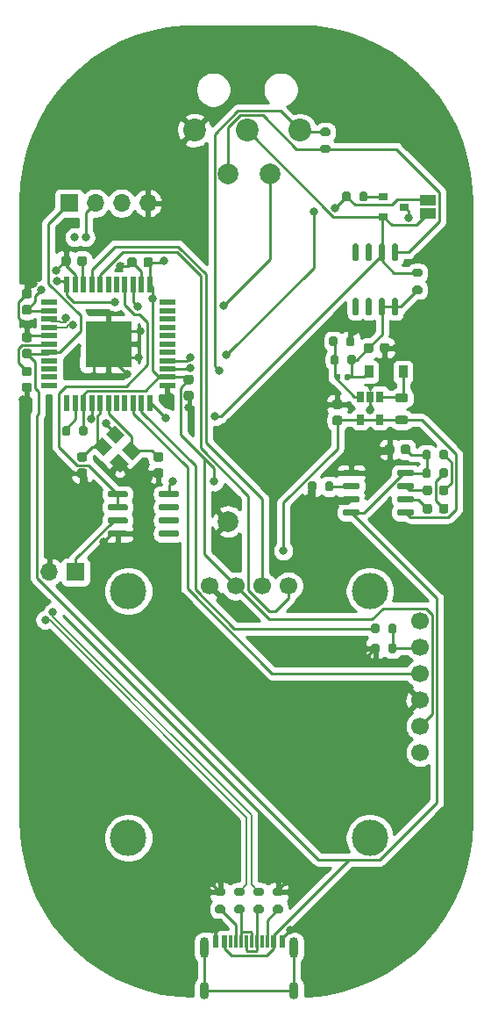
<source format=gbr>
%TF.GenerationSoftware,KiCad,Pcbnew,(5.1.9)-1*%
%TF.CreationDate,2021-03-28T20:47:18-04:00*%
%TF.ProjectId,LongboardRemote,4c6f6e67-626f-4617-9264-52656d6f7465,rev?*%
%TF.SameCoordinates,Original*%
%TF.FileFunction,Copper,L1,Top*%
%TF.FilePolarity,Positive*%
%FSLAX46Y46*%
G04 Gerber Fmt 4.6, Leading zero omitted, Abs format (unit mm)*
G04 Created by KiCad (PCBNEW (5.1.9)-1) date 2021-03-28 20:47:18*
%MOMM*%
%LPD*%
G01*
G04 APERTURE LIST*
%TA.AperFunction,ComponentPad*%
%ADD10C,1.700000*%
%TD*%
%TA.AperFunction,ComponentPad*%
%ADD11C,3.500000*%
%TD*%
%TA.AperFunction,ComponentPad*%
%ADD12C,2.000000*%
%TD*%
%TA.AperFunction,SMDPad,CuDef*%
%ADD13R,0.900000X1.200000*%
%TD*%
%TA.AperFunction,ComponentPad*%
%ADD14O,0.900000X2.000000*%
%TD*%
%TA.AperFunction,ComponentPad*%
%ADD15O,0.900000X1.700000*%
%TD*%
%TA.AperFunction,SMDPad,CuDef*%
%ADD16R,0.300000X1.160000*%
%TD*%
%TA.AperFunction,SMDPad,CuDef*%
%ADD17R,0.600000X1.160000*%
%TD*%
%TA.AperFunction,ComponentPad*%
%ADD18R,1.700000X1.700000*%
%TD*%
%TA.AperFunction,ComponentPad*%
%ADD19O,1.700000X1.700000*%
%TD*%
%TA.AperFunction,SMDPad,CuDef*%
%ADD20R,1.500000X1.000000*%
%TD*%
%TA.AperFunction,SMDPad,CuDef*%
%ADD21R,0.900000X0.800000*%
%TD*%
%TA.AperFunction,ComponentPad*%
%ADD22C,2.200000*%
%TD*%
%TA.AperFunction,SMDPad,CuDef*%
%ADD23R,0.650000X1.060000*%
%TD*%
%TA.AperFunction,SMDPad,CuDef*%
%ADD24C,0.100000*%
%TD*%
%TA.AperFunction,SMDPad,CuDef*%
%ADD25R,1.500000X0.550000*%
%TD*%
%TA.AperFunction,SMDPad,CuDef*%
%ADD26R,0.550000X1.500000*%
%TD*%
%TA.AperFunction,SMDPad,CuDef*%
%ADD27R,4.500000X4.500000*%
%TD*%
%TA.AperFunction,ViaPad*%
%ADD28C,0.800000*%
%TD*%
%TA.AperFunction,Conductor*%
%ADD29C,0.250000*%
%TD*%
%TA.AperFunction,Conductor*%
%ADD30C,0.200000*%
%TD*%
%TA.AperFunction,Conductor*%
%ADD31C,0.254000*%
%TD*%
%TA.AperFunction,Conductor*%
%ADD32C,0.100000*%
%TD*%
G04 APERTURE END LIST*
%TO.P,C1,2*%
%TO.N,-BATT*%
%TA.AperFunction,SMDPad,CuDef*%
G36*
G01*
X125091000Y-82873000D02*
X124591000Y-82873000D01*
G75*
G02*
X124366000Y-82648000I0J225000D01*
G01*
X124366000Y-82198000D01*
G75*
G02*
X124591000Y-81973000I225000J0D01*
G01*
X125091000Y-81973000D01*
G75*
G02*
X125316000Y-82198000I0J-225000D01*
G01*
X125316000Y-82648000D01*
G75*
G02*
X125091000Y-82873000I-225000J0D01*
G01*
G37*
%TD.AperFunction*%
%TO.P,C1,1*%
%TO.N,VBUS*%
%TA.AperFunction,SMDPad,CuDef*%
G36*
G01*
X125091000Y-84423000D02*
X124591000Y-84423000D01*
G75*
G02*
X124366000Y-84198000I0J225000D01*
G01*
X124366000Y-83748000D01*
G75*
G02*
X124591000Y-83523000I225000J0D01*
G01*
X125091000Y-83523000D01*
G75*
G02*
X125316000Y-83748000I0J-225000D01*
G01*
X125316000Y-84198000D01*
G75*
G02*
X125091000Y-84423000I-225000J0D01*
G01*
G37*
%TD.AperFunction*%
%TD*%
D10*
%TO.P,U1,6*%
%TO.N,STATE*%
X162814000Y-109728000D03*
%TO.P,U1,5*%
%TO.N,Net-(R3-Pad1)*%
X162814000Y-112268000D03*
%TO.P,U1,4*%
%TO.N,RX*%
X162814000Y-114808000D03*
%TO.P,U1,3*%
%TO.N,-BATT*%
X162814000Y-117348000D03*
%TO.P,U1,2*%
%TO.N,+5V*%
X162814000Y-119888000D03*
%TO.P,U1,1*%
%TO.N,EN*%
X162814000Y-122428000D03*
%TD*%
D11*
%TO.P,J4,*%
%TO.N,*%
X157950000Y-130683000D03*
X134650000Y-130683000D03*
X157950000Y-106883000D03*
X134650000Y-106883000D03*
D10*
%TO.P,J4,4*%
%TO.N,SDA*%
X150110000Y-106383000D03*
%TO.P,J4,3*%
%TO.N,SCLK*%
X147570000Y-106383000D03*
%TO.P,J4,2*%
%TO.N,+5V*%
X145030000Y-106383000D03*
%TO.P,J4,1*%
%TO.N,-BATT*%
X142490000Y-106383000D03*
%TD*%
D12*
%TO.P,RV1,3*%
%TO.N,-BATT*%
X144300000Y-100175000D03*
%TO.P,RV1,1*%
%TO.N,+5V*%
X144300000Y-66675000D03*
%TO.P,RV1,2*%
%TO.N,A0*%
X148300000Y-66675000D03*
%TD*%
%TO.P,C2,2*%
%TO.N,-BATT*%
%TA.AperFunction,SMDPad,CuDef*%
G36*
G01*
X137291000Y-95054000D02*
X137791000Y-95054000D01*
G75*
G02*
X138016000Y-95279000I0J-225000D01*
G01*
X138016000Y-95729000D01*
G75*
G02*
X137791000Y-95954000I-225000J0D01*
G01*
X137291000Y-95954000D01*
G75*
G02*
X137066000Y-95729000I0J225000D01*
G01*
X137066000Y-95279000D01*
G75*
G02*
X137291000Y-95054000I225000J0D01*
G01*
G37*
%TD.AperFunction*%
%TO.P,C2,1*%
%TO.N,Net-(C2-Pad1)*%
%TA.AperFunction,SMDPad,CuDef*%
G36*
G01*
X137291000Y-93504000D02*
X137791000Y-93504000D01*
G75*
G02*
X138016000Y-93729000I0J-225000D01*
G01*
X138016000Y-94179000D01*
G75*
G02*
X137791000Y-94404000I-225000J0D01*
G01*
X137291000Y-94404000D01*
G75*
G02*
X137066000Y-94179000I0J225000D01*
G01*
X137066000Y-93729000D01*
G75*
G02*
X137291000Y-93504000I225000J0D01*
G01*
G37*
%TD.AperFunction*%
%TD*%
%TO.P,C3,1*%
%TO.N,-BATT*%
%TA.AperFunction,SMDPad,CuDef*%
G36*
G01*
X130425000Y-95954000D02*
X129925000Y-95954000D01*
G75*
G02*
X129700000Y-95729000I0J225000D01*
G01*
X129700000Y-95279000D01*
G75*
G02*
X129925000Y-95054000I225000J0D01*
G01*
X130425000Y-95054000D01*
G75*
G02*
X130650000Y-95279000I0J-225000D01*
G01*
X130650000Y-95729000D01*
G75*
G02*
X130425000Y-95954000I-225000J0D01*
G01*
G37*
%TD.AperFunction*%
%TO.P,C3,2*%
%TO.N,Net-(C3-Pad2)*%
%TA.AperFunction,SMDPad,CuDef*%
G36*
G01*
X130425000Y-94404000D02*
X129925000Y-94404000D01*
G75*
G02*
X129700000Y-94179000I0J225000D01*
G01*
X129700000Y-93729000D01*
G75*
G02*
X129925000Y-93504000I225000J0D01*
G01*
X130425000Y-93504000D01*
G75*
G02*
X130650000Y-93729000I0J-225000D01*
G01*
X130650000Y-94179000D01*
G75*
G02*
X130425000Y-94404000I-225000J0D01*
G01*
G37*
%TD.AperFunction*%
%TD*%
%TO.P,C4,1*%
%TO.N,-BATT*%
%TA.AperFunction,SMDPad,CuDef*%
G36*
G01*
X125091000Y-87699000D02*
X124591000Y-87699000D01*
G75*
G02*
X124366000Y-87474000I0J225000D01*
G01*
X124366000Y-87024000D01*
G75*
G02*
X124591000Y-86799000I225000J0D01*
G01*
X125091000Y-86799000D01*
G75*
G02*
X125316000Y-87024000I0J-225000D01*
G01*
X125316000Y-87474000D01*
G75*
G02*
X125091000Y-87699000I-225000J0D01*
G01*
G37*
%TD.AperFunction*%
%TO.P,C4,2*%
%TO.N,Net-(C4-Pad2)*%
%TA.AperFunction,SMDPad,CuDef*%
G36*
G01*
X125091000Y-86149000D02*
X124591000Y-86149000D01*
G75*
G02*
X124366000Y-85924000I0J225000D01*
G01*
X124366000Y-85474000D01*
G75*
G02*
X124591000Y-85249000I225000J0D01*
G01*
X125091000Y-85249000D01*
G75*
G02*
X125316000Y-85474000I0J-225000D01*
G01*
X125316000Y-85924000D01*
G75*
G02*
X125091000Y-86149000I-225000J0D01*
G01*
G37*
%TD.AperFunction*%
%TD*%
%TO.P,C5,1*%
%TO.N,-BATT*%
%TA.AperFunction,SMDPad,CuDef*%
G36*
G01*
X128175000Y-75307000D02*
X128175000Y-74807000D01*
G75*
G02*
X128400000Y-74582000I225000J0D01*
G01*
X128850000Y-74582000D01*
G75*
G02*
X129075000Y-74807000I0J-225000D01*
G01*
X129075000Y-75307000D01*
G75*
G02*
X128850000Y-75532000I-225000J0D01*
G01*
X128400000Y-75532000D01*
G75*
G02*
X128175000Y-75307000I0J225000D01*
G01*
G37*
%TD.AperFunction*%
%TO.P,C5,2*%
%TO.N,Net-(C5-Pad2)*%
%TA.AperFunction,SMDPad,CuDef*%
G36*
G01*
X129725000Y-75307000D02*
X129725000Y-74807000D01*
G75*
G02*
X129950000Y-74582000I225000J0D01*
G01*
X130400000Y-74582000D01*
G75*
G02*
X130625000Y-74807000I0J-225000D01*
G01*
X130625000Y-75307000D01*
G75*
G02*
X130400000Y-75532000I-225000J0D01*
G01*
X129950000Y-75532000D01*
G75*
G02*
X129725000Y-75307000I0J225000D01*
G01*
G37*
%TD.AperFunction*%
%TD*%
%TO.P,C6,2*%
%TO.N,+BATT*%
%TA.AperFunction,SMDPad,CuDef*%
G36*
G01*
X154563000Y-89974000D02*
X155063000Y-89974000D01*
G75*
G02*
X155288000Y-90199000I0J-225000D01*
G01*
X155288000Y-90649000D01*
G75*
G02*
X155063000Y-90874000I-225000J0D01*
G01*
X154563000Y-90874000D01*
G75*
G02*
X154338000Y-90649000I0J225000D01*
G01*
X154338000Y-90199000D01*
G75*
G02*
X154563000Y-89974000I225000J0D01*
G01*
G37*
%TD.AperFunction*%
%TO.P,C6,1*%
%TO.N,-BATT*%
%TA.AperFunction,SMDPad,CuDef*%
G36*
G01*
X154563000Y-88424000D02*
X155063000Y-88424000D01*
G75*
G02*
X155288000Y-88649000I0J-225000D01*
G01*
X155288000Y-89099000D01*
G75*
G02*
X155063000Y-89324000I-225000J0D01*
G01*
X154563000Y-89324000D01*
G75*
G02*
X154338000Y-89099000I0J225000D01*
G01*
X154338000Y-88649000D01*
G75*
G02*
X154563000Y-88424000I225000J0D01*
G01*
G37*
%TD.AperFunction*%
%TD*%
%TO.P,C7,1*%
%TO.N,-BATT*%
%TA.AperFunction,SMDPad,CuDef*%
G36*
G01*
X159417000Y-93468000D02*
X159417000Y-92968000D01*
G75*
G02*
X159642000Y-92743000I225000J0D01*
G01*
X160092000Y-92743000D01*
G75*
G02*
X160317000Y-92968000I0J-225000D01*
G01*
X160317000Y-93468000D01*
G75*
G02*
X160092000Y-93693000I-225000J0D01*
G01*
X159642000Y-93693000D01*
G75*
G02*
X159417000Y-93468000I0J225000D01*
G01*
G37*
%TD.AperFunction*%
%TO.P,C7,2*%
%TO.N,VBUS*%
%TA.AperFunction,SMDPad,CuDef*%
G36*
G01*
X160967000Y-93468000D02*
X160967000Y-92968000D01*
G75*
G02*
X161192000Y-92743000I225000J0D01*
G01*
X161642000Y-92743000D01*
G75*
G02*
X161867000Y-92968000I0J-225000D01*
G01*
X161867000Y-93468000D01*
G75*
G02*
X161642000Y-93693000I-225000J0D01*
G01*
X161192000Y-93693000D01*
G75*
G02*
X160967000Y-93468000I0J225000D01*
G01*
G37*
%TD.AperFunction*%
%TD*%
%TO.P,C9,2*%
%TO.N,Net-(C8-Pad2)*%
%TA.AperFunction,SMDPad,CuDef*%
G36*
G01*
X158298000Y-83189000D02*
X158298000Y-83689000D01*
G75*
G02*
X158073000Y-83914000I-225000J0D01*
G01*
X157623000Y-83914000D01*
G75*
G02*
X157398000Y-83689000I0J225000D01*
G01*
X157398000Y-83189000D01*
G75*
G02*
X157623000Y-82964000I225000J0D01*
G01*
X158073000Y-82964000D01*
G75*
G02*
X158298000Y-83189000I0J-225000D01*
G01*
G37*
%TD.AperFunction*%
%TO.P,C9,1*%
%TO.N,-BATT*%
%TA.AperFunction,SMDPad,CuDef*%
G36*
G01*
X159848000Y-83189000D02*
X159848000Y-83689000D01*
G75*
G02*
X159623000Y-83914000I-225000J0D01*
G01*
X159173000Y-83914000D01*
G75*
G02*
X158948000Y-83689000I0J225000D01*
G01*
X158948000Y-83189000D01*
G75*
G02*
X159173000Y-82964000I225000J0D01*
G01*
X159623000Y-82964000D01*
G75*
G02*
X159848000Y-83189000I0J-225000D01*
G01*
G37*
%TD.AperFunction*%
%TD*%
%TO.P,C10,1*%
%TO.N,-BATT*%
%TA.AperFunction,SMDPad,CuDef*%
G36*
G01*
X134551000Y-75434000D02*
X134551000Y-74934000D01*
G75*
G02*
X134776000Y-74709000I225000J0D01*
G01*
X135226000Y-74709000D01*
G75*
G02*
X135451000Y-74934000I0J-225000D01*
G01*
X135451000Y-75434000D01*
G75*
G02*
X135226000Y-75659000I-225000J0D01*
G01*
X134776000Y-75659000D01*
G75*
G02*
X134551000Y-75434000I0J225000D01*
G01*
G37*
%TD.AperFunction*%
%TO.P,C10,2*%
%TO.N,+5V*%
%TA.AperFunction,SMDPad,CuDef*%
G36*
G01*
X136101000Y-75434000D02*
X136101000Y-74934000D01*
G75*
G02*
X136326000Y-74709000I225000J0D01*
G01*
X136776000Y-74709000D01*
G75*
G02*
X137001000Y-74934000I0J-225000D01*
G01*
X137001000Y-75434000D01*
G75*
G02*
X136776000Y-75659000I-225000J0D01*
G01*
X136326000Y-75659000D01*
G75*
G02*
X136101000Y-75434000I0J225000D01*
G01*
G37*
%TD.AperFunction*%
%TD*%
%TO.P,C11,1*%
%TO.N,-BATT*%
%TA.AperFunction,SMDPad,CuDef*%
G36*
G01*
X140712000Y-88487000D02*
X140212000Y-88487000D01*
G75*
G02*
X139987000Y-88262000I0J225000D01*
G01*
X139987000Y-87812000D01*
G75*
G02*
X140212000Y-87587000I225000J0D01*
G01*
X140712000Y-87587000D01*
G75*
G02*
X140937000Y-87812000I0J-225000D01*
G01*
X140937000Y-88262000D01*
G75*
G02*
X140712000Y-88487000I-225000J0D01*
G01*
G37*
%TD.AperFunction*%
%TO.P,C11,2*%
%TO.N,+5V*%
%TA.AperFunction,SMDPad,CuDef*%
G36*
G01*
X140712000Y-86937000D02*
X140212000Y-86937000D01*
G75*
G02*
X139987000Y-86712000I0J225000D01*
G01*
X139987000Y-86262000D01*
G75*
G02*
X140212000Y-86037000I225000J0D01*
G01*
X140712000Y-86037000D01*
G75*
G02*
X140937000Y-86262000I0J-225000D01*
G01*
X140937000Y-86712000D01*
G75*
G02*
X140712000Y-86937000I-225000J0D01*
G01*
G37*
%TD.AperFunction*%
%TD*%
%TO.P,C12,2*%
%TO.N,+5V*%
%TA.AperFunction,SMDPad,CuDef*%
G36*
G01*
X124591000Y-79306000D02*
X125091000Y-79306000D01*
G75*
G02*
X125316000Y-79531000I0J-225000D01*
G01*
X125316000Y-79981000D01*
G75*
G02*
X125091000Y-80206000I-225000J0D01*
G01*
X124591000Y-80206000D01*
G75*
G02*
X124366000Y-79981000I0J225000D01*
G01*
X124366000Y-79531000D01*
G75*
G02*
X124591000Y-79306000I225000J0D01*
G01*
G37*
%TD.AperFunction*%
%TO.P,C12,1*%
%TO.N,-BATT*%
%TA.AperFunction,SMDPad,CuDef*%
G36*
G01*
X124591000Y-77756000D02*
X125091000Y-77756000D01*
G75*
G02*
X125316000Y-77981000I0J-225000D01*
G01*
X125316000Y-78431000D01*
G75*
G02*
X125091000Y-78656000I-225000J0D01*
G01*
X124591000Y-78656000D01*
G75*
G02*
X124366000Y-78431000I0J225000D01*
G01*
X124366000Y-77981000D01*
G75*
G02*
X124591000Y-77756000I225000J0D01*
G01*
G37*
%TD.AperFunction*%
%TD*%
%TO.P,D6,2*%
%TO.N,Net-(D6-Pad2)*%
%TA.AperFunction,SMDPad,CuDef*%
G36*
G01*
X164662500Y-97411250D02*
X164662500Y-96898750D01*
G75*
G02*
X164881250Y-96680000I218750J0D01*
G01*
X165318750Y-96680000D01*
G75*
G02*
X165537500Y-96898750I0J-218750D01*
G01*
X165537500Y-97411250D01*
G75*
G02*
X165318750Y-97630000I-218750J0D01*
G01*
X164881250Y-97630000D01*
G75*
G02*
X164662500Y-97411250I0J218750D01*
G01*
G37*
%TD.AperFunction*%
%TO.P,D6,1*%
%TO.N,/~CHRG*%
%TA.AperFunction,SMDPad,CuDef*%
G36*
G01*
X163087500Y-97411250D02*
X163087500Y-96898750D01*
G75*
G02*
X163306250Y-96680000I218750J0D01*
G01*
X163743750Y-96680000D01*
G75*
G02*
X163962500Y-96898750I0J-218750D01*
G01*
X163962500Y-97411250D01*
G75*
G02*
X163743750Y-97630000I-218750J0D01*
G01*
X163306250Y-97630000D01*
G75*
G02*
X163087500Y-97411250I0J218750D01*
G01*
G37*
%TD.AperFunction*%
%TD*%
%TO.P,D7,1*%
%TO.N,Net-(D7-Pad1)*%
%TA.AperFunction,SMDPad,CuDef*%
G36*
G01*
X163087500Y-99189250D02*
X163087500Y-98676750D01*
G75*
G02*
X163306250Y-98458000I218750J0D01*
G01*
X163743750Y-98458000D01*
G75*
G02*
X163962500Y-98676750I0J-218750D01*
G01*
X163962500Y-99189250D01*
G75*
G02*
X163743750Y-99408000I-218750J0D01*
G01*
X163306250Y-99408000D01*
G75*
G02*
X163087500Y-99189250I0J218750D01*
G01*
G37*
%TD.AperFunction*%
%TO.P,D7,2*%
%TO.N,Net-(D7-Pad2)*%
%TA.AperFunction,SMDPad,CuDef*%
G36*
G01*
X164662500Y-99189250D02*
X164662500Y-98676750D01*
G75*
G02*
X164881250Y-98458000I218750J0D01*
G01*
X165318750Y-98458000D01*
G75*
G02*
X165537500Y-98676750I0J-218750D01*
G01*
X165537500Y-99189250D01*
G75*
G02*
X165318750Y-99408000I-218750J0D01*
G01*
X164881250Y-99408000D01*
G75*
G02*
X164662500Y-99189250I0J218750D01*
G01*
G37*
%TD.AperFunction*%
%TD*%
D13*
%TO.P,D8,1*%
%TO.N,Net-(C8-Pad2)*%
X157863000Y-85725000D03*
%TO.P,D8,2*%
%TO.N,Net-(D8-Pad2)*%
X161163000Y-85725000D03*
%TD*%
D14*
%TO.P,J1,S1*%
%TO.N,Net-(J1-PadS1)*%
X141982000Y-141245000D03*
X150622000Y-141245000D03*
D15*
X141982000Y-145415000D03*
X150622000Y-145415000D03*
D16*
%TO.P,J1,B7*%
%TO.N,Net-(J1-PadA7)*%
X145552000Y-140665000D03*
%TO.P,J1,A6*%
%TO.N,Net-(J1-PadA6)*%
X146052000Y-140665000D03*
%TO.P,J1,A7*%
%TO.N,Net-(J1-PadA7)*%
X146552000Y-140665000D03*
%TO.P,J1,B8*%
%TO.N,Net-(J1-PadB8)*%
X144552000Y-140665000D03*
%TO.P,J1,A5*%
%TO.N,Net-(J1-PadA5)*%
X145052000Y-140665000D03*
%TO.P,J1,A8*%
%TO.N,Net-(J1-PadA8)*%
X147552000Y-140665000D03*
%TO.P,J1,B6*%
%TO.N,Net-(J1-PadA6)*%
X147052000Y-140665000D03*
%TO.P,J1,B5*%
%TO.N,Net-(J1-PadB5)*%
X148052000Y-140665000D03*
D17*
%TO.P,J1,A4*%
%TO.N,VBUS*%
X143902000Y-140665000D03*
%TO.P,J1,B9*%
X143902000Y-140665000D03*
%TO.P,J1,A1*%
%TO.N,-BATT*%
X143102000Y-140665000D03*
%TO.P,J1,B12*%
X143102000Y-140665000D03*
%TO.P,J1,B4*%
%TO.N,VBUS*%
X148702000Y-140665000D03*
%TO.P,J1,B1*%
%TO.N,-BATT*%
X149502000Y-140665000D03*
%TO.P,J1,A9*%
%TO.N,VBUS*%
X148702000Y-140665000D03*
%TO.P,J1,A12*%
%TO.N,-BATT*%
X149502000Y-140665000D03*
%TD*%
D18*
%TO.P,J2,1*%
%TO.N,+BATT*%
X129540000Y-105029000D03*
D19*
%TO.P,J2,2*%
%TO.N,-BATT*%
X127000000Y-105029000D03*
%TD*%
%TO.P,J3,4*%
%TO.N,-BATT*%
X136525000Y-69469000D03*
%TO.P,J3,3*%
%TO.N,D-*%
X133985000Y-69469000D03*
%TO.P,J3,2*%
%TO.N,D+*%
X131445000Y-69469000D03*
D18*
%TO.P,J3,1*%
%TO.N,VBUS*%
X128905000Y-69469000D03*
%TD*%
D20*
%TO.P,JP1,2*%
%TO.N,latch*%
X163576000Y-70485000D03*
%TO.P,JP1,1*%
%TO.N,latch_2*%
X163576000Y-69185000D03*
%TD*%
%TO.P,L1,1*%
%TO.N,+BATT*%
%TA.AperFunction,SMDPad,CuDef*%
G36*
G01*
X161417250Y-90827500D02*
X160654750Y-90827500D01*
G75*
G02*
X160436000Y-90608750I0J218750D01*
G01*
X160436000Y-90171250D01*
G75*
G02*
X160654750Y-89952500I218750J0D01*
G01*
X161417250Y-89952500D01*
G75*
G02*
X161636000Y-90171250I0J-218750D01*
G01*
X161636000Y-90608750D01*
G75*
G02*
X161417250Y-90827500I-218750J0D01*
G01*
G37*
%TD.AperFunction*%
%TO.P,L1,2*%
%TO.N,Net-(D8-Pad2)*%
%TA.AperFunction,SMDPad,CuDef*%
G36*
G01*
X161417250Y-88702500D02*
X160654750Y-88702500D01*
G75*
G02*
X160436000Y-88483750I0J218750D01*
G01*
X160436000Y-88046250D01*
G75*
G02*
X160654750Y-87827500I218750J0D01*
G01*
X161417250Y-87827500D01*
G75*
G02*
X161636000Y-88046250I0J-218750D01*
G01*
X161636000Y-88483750D01*
G75*
G02*
X161417250Y-88702500I-218750J0D01*
G01*
G37*
%TD.AperFunction*%
%TD*%
D21*
%TO.P,Q1,1*%
%TO.N,Net-(Q1-Pad1)*%
X159290000Y-68900000D03*
%TO.P,Q1,2*%
%TO.N,latch*%
X159290000Y-70800000D03*
%TO.P,Q1,3*%
%TO.N,-BATT*%
X161290000Y-69850000D03*
%TD*%
%TO.P,R1,2*%
%TO.N,-BATT*%
%TA.AperFunction,SMDPad,CuDef*%
G36*
G01*
X149373000Y-136290000D02*
X148823000Y-136290000D01*
G75*
G02*
X148623000Y-136090000I0J200000D01*
G01*
X148623000Y-135690000D01*
G75*
G02*
X148823000Y-135490000I200000J0D01*
G01*
X149373000Y-135490000D01*
G75*
G02*
X149573000Y-135690000I0J-200000D01*
G01*
X149573000Y-136090000D01*
G75*
G02*
X149373000Y-136290000I-200000J0D01*
G01*
G37*
%TD.AperFunction*%
%TO.P,R1,1*%
%TO.N,Net-(J1-PadB5)*%
%TA.AperFunction,SMDPad,CuDef*%
G36*
G01*
X149373000Y-137940000D02*
X148823000Y-137940000D01*
G75*
G02*
X148623000Y-137740000I0J200000D01*
G01*
X148623000Y-137340000D01*
G75*
G02*
X148823000Y-137140000I200000J0D01*
G01*
X149373000Y-137140000D01*
G75*
G02*
X149573000Y-137340000I0J-200000D01*
G01*
X149573000Y-137740000D01*
G75*
G02*
X149373000Y-137940000I-200000J0D01*
G01*
G37*
%TD.AperFunction*%
%TD*%
%TO.P,R2,1*%
%TO.N,Net-(J1-PadA5)*%
%TA.AperFunction,SMDPad,CuDef*%
G36*
G01*
X143785000Y-137940000D02*
X143235000Y-137940000D01*
G75*
G02*
X143035000Y-137740000I0J200000D01*
G01*
X143035000Y-137340000D01*
G75*
G02*
X143235000Y-137140000I200000J0D01*
G01*
X143785000Y-137140000D01*
G75*
G02*
X143985000Y-137340000I0J-200000D01*
G01*
X143985000Y-137740000D01*
G75*
G02*
X143785000Y-137940000I-200000J0D01*
G01*
G37*
%TD.AperFunction*%
%TO.P,R2,2*%
%TO.N,-BATT*%
%TA.AperFunction,SMDPad,CuDef*%
G36*
G01*
X143785000Y-136290000D02*
X143235000Y-136290000D01*
G75*
G02*
X143035000Y-136090000I0J200000D01*
G01*
X143035000Y-135690000D01*
G75*
G02*
X143235000Y-135490000I200000J0D01*
G01*
X143785000Y-135490000D01*
G75*
G02*
X143985000Y-135690000I0J-200000D01*
G01*
X143985000Y-136090000D01*
G75*
G02*
X143785000Y-136290000I-200000J0D01*
G01*
G37*
%TD.AperFunction*%
%TD*%
%TO.P,R3,2*%
%TO.N,TX*%
%TA.AperFunction,SMDPad,CuDef*%
G36*
G01*
X158897000Y-110215000D02*
X158897000Y-110765000D01*
G75*
G02*
X158697000Y-110965000I-200000J0D01*
G01*
X158297000Y-110965000D01*
G75*
G02*
X158097000Y-110765000I0J200000D01*
G01*
X158097000Y-110215000D01*
G75*
G02*
X158297000Y-110015000I200000J0D01*
G01*
X158697000Y-110015000D01*
G75*
G02*
X158897000Y-110215000I0J-200000D01*
G01*
G37*
%TD.AperFunction*%
%TO.P,R3,1*%
%TO.N,Net-(R3-Pad1)*%
%TA.AperFunction,SMDPad,CuDef*%
G36*
G01*
X160547000Y-110215000D02*
X160547000Y-110765000D01*
G75*
G02*
X160347000Y-110965000I-200000J0D01*
G01*
X159947000Y-110965000D01*
G75*
G02*
X159747000Y-110765000I0J200000D01*
G01*
X159747000Y-110215000D01*
G75*
G02*
X159947000Y-110015000I200000J0D01*
G01*
X160347000Y-110015000D01*
G75*
G02*
X160547000Y-110215000I0J-200000D01*
G01*
G37*
%TD.AperFunction*%
%TD*%
%TO.P,R4,1*%
%TO.N,-BATT*%
%TA.AperFunction,SMDPad,CuDef*%
G36*
G01*
X158097000Y-112670000D02*
X158097000Y-112120000D01*
G75*
G02*
X158297000Y-111920000I200000J0D01*
G01*
X158697000Y-111920000D01*
G75*
G02*
X158897000Y-112120000I0J-200000D01*
G01*
X158897000Y-112670000D01*
G75*
G02*
X158697000Y-112870000I-200000J0D01*
G01*
X158297000Y-112870000D01*
G75*
G02*
X158097000Y-112670000I0J200000D01*
G01*
G37*
%TD.AperFunction*%
%TO.P,R4,2*%
%TO.N,Net-(R3-Pad1)*%
%TA.AperFunction,SMDPad,CuDef*%
G36*
G01*
X159747000Y-112670000D02*
X159747000Y-112120000D01*
G75*
G02*
X159947000Y-111920000I200000J0D01*
G01*
X160347000Y-111920000D01*
G75*
G02*
X160547000Y-112120000I0J-200000D01*
G01*
X160547000Y-112670000D01*
G75*
G02*
X160347000Y-112870000I-200000J0D01*
G01*
X159947000Y-112870000D01*
G75*
G02*
X159747000Y-112670000I0J200000D01*
G01*
G37*
%TD.AperFunction*%
%TD*%
%TO.P,R5,2*%
%TO.N,D+*%
%TA.AperFunction,SMDPad,CuDef*%
G36*
G01*
X147510332Y-136290000D02*
X146960332Y-136290000D01*
G75*
G02*
X146760332Y-136090000I0J200000D01*
G01*
X146760332Y-135690000D01*
G75*
G02*
X146960332Y-135490000I200000J0D01*
G01*
X147510332Y-135490000D01*
G75*
G02*
X147710332Y-135690000I0J-200000D01*
G01*
X147710332Y-136090000D01*
G75*
G02*
X147510332Y-136290000I-200000J0D01*
G01*
G37*
%TD.AperFunction*%
%TO.P,R5,1*%
%TO.N,Net-(J1-PadA6)*%
%TA.AperFunction,SMDPad,CuDef*%
G36*
G01*
X147510332Y-137940000D02*
X146960332Y-137940000D01*
G75*
G02*
X146760332Y-137740000I0J200000D01*
G01*
X146760332Y-137340000D01*
G75*
G02*
X146960332Y-137140000I200000J0D01*
G01*
X147510332Y-137140000D01*
G75*
G02*
X147710332Y-137340000I0J-200000D01*
G01*
X147710332Y-137740000D01*
G75*
G02*
X147510332Y-137940000I-200000J0D01*
G01*
G37*
%TD.AperFunction*%
%TD*%
%TO.P,R6,1*%
%TO.N,D-*%
%TA.AperFunction,SMDPad,CuDef*%
G36*
G01*
X145097666Y-135490000D02*
X145647666Y-135490000D01*
G75*
G02*
X145847666Y-135690000I0J-200000D01*
G01*
X145847666Y-136090000D01*
G75*
G02*
X145647666Y-136290000I-200000J0D01*
G01*
X145097666Y-136290000D01*
G75*
G02*
X144897666Y-136090000I0J200000D01*
G01*
X144897666Y-135690000D01*
G75*
G02*
X145097666Y-135490000I200000J0D01*
G01*
G37*
%TD.AperFunction*%
%TO.P,R6,2*%
%TO.N,Net-(J1-PadA7)*%
%TA.AperFunction,SMDPad,CuDef*%
G36*
G01*
X145097666Y-137140000D02*
X145647666Y-137140000D01*
G75*
G02*
X145847666Y-137340000I0J-200000D01*
G01*
X145847666Y-137740000D01*
G75*
G02*
X145647666Y-137940000I-200000J0D01*
G01*
X145097666Y-137940000D01*
G75*
G02*
X144897666Y-137740000I0J200000D01*
G01*
X144897666Y-137340000D01*
G75*
G02*
X145097666Y-137140000I200000J0D01*
G01*
G37*
%TD.AperFunction*%
%TD*%
%TO.P,R7,1*%
%TO.N,~RESET*%
%TA.AperFunction,SMDPad,CuDef*%
G36*
G01*
X128252000Y-91715000D02*
X128252000Y-91165000D01*
G75*
G02*
X128452000Y-90965000I200000J0D01*
G01*
X128852000Y-90965000D01*
G75*
G02*
X129052000Y-91165000I0J-200000D01*
G01*
X129052000Y-91715000D01*
G75*
G02*
X128852000Y-91915000I-200000J0D01*
G01*
X128452000Y-91915000D01*
G75*
G02*
X128252000Y-91715000I0J200000D01*
G01*
G37*
%TD.AperFunction*%
%TO.P,R7,2*%
%TO.N,+5V*%
%TA.AperFunction,SMDPad,CuDef*%
G36*
G01*
X129902000Y-91715000D02*
X129902000Y-91165000D01*
G75*
G02*
X130102000Y-90965000I200000J0D01*
G01*
X130502000Y-90965000D01*
G75*
G02*
X130702000Y-91165000I0J-200000D01*
G01*
X130702000Y-91715000D01*
G75*
G02*
X130502000Y-91915000I-200000J0D01*
G01*
X130102000Y-91915000D01*
G75*
G02*
X129902000Y-91715000I0J200000D01*
G01*
G37*
%TD.AperFunction*%
%TD*%
%TO.P,R8,2*%
%TO.N,SW*%
%TA.AperFunction,SMDPad,CuDef*%
G36*
G01*
X153945000Y-63012000D02*
X153395000Y-63012000D01*
G75*
G02*
X153195000Y-62812000I0J200000D01*
G01*
X153195000Y-62412000D01*
G75*
G02*
X153395000Y-62212000I200000J0D01*
G01*
X153945000Y-62212000D01*
G75*
G02*
X154145000Y-62412000I0J-200000D01*
G01*
X154145000Y-62812000D01*
G75*
G02*
X153945000Y-63012000I-200000J0D01*
G01*
G37*
%TD.AperFunction*%
%TO.P,R8,1*%
%TO.N,+5V*%
%TA.AperFunction,SMDPad,CuDef*%
G36*
G01*
X153945000Y-64662000D02*
X153395000Y-64662000D01*
G75*
G02*
X153195000Y-64462000I0J200000D01*
G01*
X153195000Y-64062000D01*
G75*
G02*
X153395000Y-63862000I200000J0D01*
G01*
X153945000Y-63862000D01*
G75*
G02*
X154145000Y-64062000I0J-200000D01*
G01*
X154145000Y-64462000D01*
G75*
G02*
X153945000Y-64662000I-200000J0D01*
G01*
G37*
%TD.AperFunction*%
%TD*%
%TO.P,R9,2*%
%TO.N,latch*%
%TA.AperFunction,SMDPad,CuDef*%
G36*
G01*
X162835000Y-76600000D02*
X162285000Y-76600000D01*
G75*
G02*
X162085000Y-76400000I0J200000D01*
G01*
X162085000Y-76000000D01*
G75*
G02*
X162285000Y-75800000I200000J0D01*
G01*
X162835000Y-75800000D01*
G75*
G02*
X163035000Y-76000000I0J-200000D01*
G01*
X163035000Y-76400000D01*
G75*
G02*
X162835000Y-76600000I-200000J0D01*
G01*
G37*
%TD.AperFunction*%
%TO.P,R9,1*%
%TO.N,Net-(C8-Pad2)*%
%TA.AperFunction,SMDPad,CuDef*%
G36*
G01*
X162835000Y-78250000D02*
X162285000Y-78250000D01*
G75*
G02*
X162085000Y-78050000I0J200000D01*
G01*
X162085000Y-77650000D01*
G75*
G02*
X162285000Y-77450000I200000J0D01*
G01*
X162835000Y-77450000D01*
G75*
G02*
X163035000Y-77650000I0J-200000D01*
G01*
X163035000Y-78050000D01*
G75*
G02*
X162835000Y-78250000I-200000J0D01*
G01*
G37*
%TD.AperFunction*%
%TD*%
%TO.P,R10,1*%
%TO.N,Net-(Q1-Pad1)*%
%TA.AperFunction,SMDPad,CuDef*%
G36*
G01*
X157753000Y-68559000D02*
X157753000Y-69109000D01*
G75*
G02*
X157553000Y-69309000I-200000J0D01*
G01*
X157153000Y-69309000D01*
G75*
G02*
X156953000Y-69109000I0J200000D01*
G01*
X156953000Y-68559000D01*
G75*
G02*
X157153000Y-68359000I200000J0D01*
G01*
X157553000Y-68359000D01*
G75*
G02*
X157753000Y-68559000I0J-200000D01*
G01*
G37*
%TD.AperFunction*%
%TO.P,R10,2*%
%TO.N,latch_2*%
%TA.AperFunction,SMDPad,CuDef*%
G36*
G01*
X156103000Y-68559000D02*
X156103000Y-69109000D01*
G75*
G02*
X155903000Y-69309000I-200000J0D01*
G01*
X155503000Y-69309000D01*
G75*
G02*
X155303000Y-69109000I0J200000D01*
G01*
X155303000Y-68559000D01*
G75*
G02*
X155503000Y-68359000I200000J0D01*
G01*
X155903000Y-68359000D01*
G75*
G02*
X156103000Y-68559000I0J-200000D01*
G01*
G37*
%TD.AperFunction*%
%TD*%
%TO.P,R13,2*%
%TO.N,VBUS*%
%TA.AperFunction,SMDPad,CuDef*%
G36*
G01*
X163849000Y-93451000D02*
X163849000Y-94001000D01*
G75*
G02*
X163649000Y-94201000I-200000J0D01*
G01*
X163249000Y-94201000D01*
G75*
G02*
X163049000Y-94001000I0J200000D01*
G01*
X163049000Y-93451000D01*
G75*
G02*
X163249000Y-93251000I200000J0D01*
G01*
X163649000Y-93251000D01*
G75*
G02*
X163849000Y-93451000I0J-200000D01*
G01*
G37*
%TD.AperFunction*%
%TO.P,R13,1*%
%TO.N,Net-(D6-Pad2)*%
%TA.AperFunction,SMDPad,CuDef*%
G36*
G01*
X165499000Y-93451000D02*
X165499000Y-94001000D01*
G75*
G02*
X165299000Y-94201000I-200000J0D01*
G01*
X164899000Y-94201000D01*
G75*
G02*
X164699000Y-94001000I0J200000D01*
G01*
X164699000Y-93451000D01*
G75*
G02*
X164899000Y-93251000I200000J0D01*
G01*
X165299000Y-93251000D01*
G75*
G02*
X165499000Y-93451000I0J-200000D01*
G01*
G37*
%TD.AperFunction*%
%TD*%
%TO.P,R14,1*%
%TO.N,Net-(D7-Pad2)*%
%TA.AperFunction,SMDPad,CuDef*%
G36*
G01*
X165499000Y-95229000D02*
X165499000Y-95779000D01*
G75*
G02*
X165299000Y-95979000I-200000J0D01*
G01*
X164899000Y-95979000D01*
G75*
G02*
X164699000Y-95779000I0J200000D01*
G01*
X164699000Y-95229000D01*
G75*
G02*
X164899000Y-95029000I200000J0D01*
G01*
X165299000Y-95029000D01*
G75*
G02*
X165499000Y-95229000I0J-200000D01*
G01*
G37*
%TD.AperFunction*%
%TO.P,R14,2*%
%TO.N,VBUS*%
%TA.AperFunction,SMDPad,CuDef*%
G36*
G01*
X163849000Y-95229000D02*
X163849000Y-95779000D01*
G75*
G02*
X163649000Y-95979000I-200000J0D01*
G01*
X163249000Y-95979000D01*
G75*
G02*
X163049000Y-95779000I0J200000D01*
G01*
X163049000Y-95229000D01*
G75*
G02*
X163249000Y-95029000I200000J0D01*
G01*
X163649000Y-95029000D01*
G75*
G02*
X163849000Y-95229000I0J-200000D01*
G01*
G37*
%TD.AperFunction*%
%TD*%
%TO.P,R15,1*%
%TO.N,Net-(C8-Pad2)*%
%TA.AperFunction,SMDPad,CuDef*%
G36*
G01*
X156609000Y-84307000D02*
X156609000Y-84857000D01*
G75*
G02*
X156409000Y-85057000I-200000J0D01*
G01*
X156009000Y-85057000D01*
G75*
G02*
X155809000Y-84857000I0J200000D01*
G01*
X155809000Y-84307000D01*
G75*
G02*
X156009000Y-84107000I200000J0D01*
G01*
X156409000Y-84107000D01*
G75*
G02*
X156609000Y-84307000I0J-200000D01*
G01*
G37*
%TD.AperFunction*%
%TO.P,R15,2*%
%TO.N,Net-(C8-Pad1)*%
%TA.AperFunction,SMDPad,CuDef*%
G36*
G01*
X154959000Y-84307000D02*
X154959000Y-84857000D01*
G75*
G02*
X154759000Y-85057000I-200000J0D01*
G01*
X154359000Y-85057000D01*
G75*
G02*
X154159000Y-84857000I0J200000D01*
G01*
X154159000Y-84307000D01*
G75*
G02*
X154359000Y-84107000I200000J0D01*
G01*
X154759000Y-84107000D01*
G75*
G02*
X154959000Y-84307000I0J-200000D01*
G01*
G37*
%TD.AperFunction*%
%TD*%
%TO.P,R16,1*%
%TO.N,Net-(C8-Pad1)*%
%TA.AperFunction,SMDPad,CuDef*%
G36*
G01*
X154033000Y-83079000D02*
X154033000Y-82529000D01*
G75*
G02*
X154233000Y-82329000I200000J0D01*
G01*
X154633000Y-82329000D01*
G75*
G02*
X154833000Y-82529000I0J-200000D01*
G01*
X154833000Y-83079000D01*
G75*
G02*
X154633000Y-83279000I-200000J0D01*
G01*
X154233000Y-83279000D01*
G75*
G02*
X154033000Y-83079000I0J200000D01*
G01*
G37*
%TD.AperFunction*%
%TO.P,R16,2*%
%TO.N,-BATT*%
%TA.AperFunction,SMDPad,CuDef*%
G36*
G01*
X155683000Y-83079000D02*
X155683000Y-82529000D01*
G75*
G02*
X155883000Y-82329000I200000J0D01*
G01*
X156283000Y-82329000D01*
G75*
G02*
X156483000Y-82529000I0J-200000D01*
G01*
X156483000Y-83079000D01*
G75*
G02*
X156283000Y-83279000I-200000J0D01*
G01*
X155883000Y-83279000D01*
G75*
G02*
X155683000Y-83079000I0J200000D01*
G01*
G37*
%TD.AperFunction*%
%TD*%
%TO.P,R17,2*%
%TO.N,-BATT*%
%TA.AperFunction,SMDPad,CuDef*%
G36*
G01*
X152800000Y-96499000D02*
X152800000Y-97049000D01*
G75*
G02*
X152600000Y-97249000I-200000J0D01*
G01*
X152200000Y-97249000D01*
G75*
G02*
X152000000Y-97049000I0J200000D01*
G01*
X152000000Y-96499000D01*
G75*
G02*
X152200000Y-96299000I200000J0D01*
G01*
X152600000Y-96299000D01*
G75*
G02*
X152800000Y-96499000I0J-200000D01*
G01*
G37*
%TD.AperFunction*%
%TO.P,R17,1*%
%TO.N,Net-(R17-Pad1)*%
%TA.AperFunction,SMDPad,CuDef*%
G36*
G01*
X154450000Y-96499000D02*
X154450000Y-97049000D01*
G75*
G02*
X154250000Y-97249000I-200000J0D01*
G01*
X153850000Y-97249000D01*
G75*
G02*
X153650000Y-97049000I0J200000D01*
G01*
X153650000Y-96499000D01*
G75*
G02*
X153850000Y-96299000I200000J0D01*
G01*
X154250000Y-96299000D01*
G75*
G02*
X154450000Y-96499000I0J-200000D01*
G01*
G37*
%TD.AperFunction*%
%TD*%
D22*
%TO.P,SW1,1*%
%TO.N,SW*%
X151182000Y-62447000D03*
%TO.P,SW1,2*%
%TO.N,-BATT*%
X141022000Y-62447000D03*
%TO.P,SW1,3*%
%TO.N,latch*%
X146102000Y-62447000D03*
%TD*%
D23*
%TO.P,U3,1*%
%TO.N,Net-(D8-Pad2)*%
X158938000Y-88138000D03*
%TO.P,U3,2*%
%TO.N,-BATT*%
X157988000Y-88138000D03*
%TO.P,U3,3*%
%TO.N,Net-(C8-Pad1)*%
X157038000Y-88138000D03*
%TO.P,U3,4*%
%TO.N,+BATT*%
X157038000Y-90338000D03*
%TO.P,U3,5*%
X158938000Y-90338000D03*
%TD*%
%TO.P,U4,1*%
%TO.N,-BATT*%
%TA.AperFunction,SMDPad,CuDef*%
G36*
G01*
X155342000Y-95654000D02*
X155342000Y-95354000D01*
G75*
G02*
X155492000Y-95204000I150000J0D01*
G01*
X156842000Y-95204000D01*
G75*
G02*
X156992000Y-95354000I0J-150000D01*
G01*
X156992000Y-95654000D01*
G75*
G02*
X156842000Y-95804000I-150000J0D01*
G01*
X155492000Y-95804000D01*
G75*
G02*
X155342000Y-95654000I0J150000D01*
G01*
G37*
%TD.AperFunction*%
%TO.P,U4,2*%
%TO.N,Net-(R17-Pad1)*%
%TA.AperFunction,SMDPad,CuDef*%
G36*
G01*
X155342000Y-96924000D02*
X155342000Y-96624000D01*
G75*
G02*
X155492000Y-96474000I150000J0D01*
G01*
X156842000Y-96474000D01*
G75*
G02*
X156992000Y-96624000I0J-150000D01*
G01*
X156992000Y-96924000D01*
G75*
G02*
X156842000Y-97074000I-150000J0D01*
G01*
X155492000Y-97074000D01*
G75*
G02*
X155342000Y-96924000I0J150000D01*
G01*
G37*
%TD.AperFunction*%
%TO.P,U4,3*%
%TO.N,-BATT*%
%TA.AperFunction,SMDPad,CuDef*%
G36*
G01*
X155342000Y-98194000D02*
X155342000Y-97894000D01*
G75*
G02*
X155492000Y-97744000I150000J0D01*
G01*
X156842000Y-97744000D01*
G75*
G02*
X156992000Y-97894000I0J-150000D01*
G01*
X156992000Y-98194000D01*
G75*
G02*
X156842000Y-98344000I-150000J0D01*
G01*
X155492000Y-98344000D01*
G75*
G02*
X155342000Y-98194000I0J150000D01*
G01*
G37*
%TD.AperFunction*%
%TO.P,U4,4*%
%TO.N,VBUS*%
%TA.AperFunction,SMDPad,CuDef*%
G36*
G01*
X155342000Y-99464000D02*
X155342000Y-99164000D01*
G75*
G02*
X155492000Y-99014000I150000J0D01*
G01*
X156842000Y-99014000D01*
G75*
G02*
X156992000Y-99164000I0J-150000D01*
G01*
X156992000Y-99464000D01*
G75*
G02*
X156842000Y-99614000I-150000J0D01*
G01*
X155492000Y-99614000D01*
G75*
G02*
X155342000Y-99464000I0J150000D01*
G01*
G37*
%TD.AperFunction*%
%TO.P,U4,5*%
%TO.N,+BATT*%
%TA.AperFunction,SMDPad,CuDef*%
G36*
G01*
X160592000Y-99464000D02*
X160592000Y-99164000D01*
G75*
G02*
X160742000Y-99014000I150000J0D01*
G01*
X162092000Y-99014000D01*
G75*
G02*
X162242000Y-99164000I0J-150000D01*
G01*
X162242000Y-99464000D01*
G75*
G02*
X162092000Y-99614000I-150000J0D01*
G01*
X160742000Y-99614000D01*
G75*
G02*
X160592000Y-99464000I0J150000D01*
G01*
G37*
%TD.AperFunction*%
%TO.P,U4,6*%
%TO.N,Net-(D7-Pad1)*%
%TA.AperFunction,SMDPad,CuDef*%
G36*
G01*
X160592000Y-98194000D02*
X160592000Y-97894000D01*
G75*
G02*
X160742000Y-97744000I150000J0D01*
G01*
X162092000Y-97744000D01*
G75*
G02*
X162242000Y-97894000I0J-150000D01*
G01*
X162242000Y-98194000D01*
G75*
G02*
X162092000Y-98344000I-150000J0D01*
G01*
X160742000Y-98344000D01*
G75*
G02*
X160592000Y-98194000I0J150000D01*
G01*
G37*
%TD.AperFunction*%
%TO.P,U4,7*%
%TO.N,/~CHRG*%
%TA.AperFunction,SMDPad,CuDef*%
G36*
G01*
X160592000Y-96924000D02*
X160592000Y-96624000D01*
G75*
G02*
X160742000Y-96474000I150000J0D01*
G01*
X162092000Y-96474000D01*
G75*
G02*
X162242000Y-96624000I0J-150000D01*
G01*
X162242000Y-96924000D01*
G75*
G02*
X162092000Y-97074000I-150000J0D01*
G01*
X160742000Y-97074000D01*
G75*
G02*
X160592000Y-96924000I0J150000D01*
G01*
G37*
%TD.AperFunction*%
%TO.P,U4,8*%
%TO.N,VBUS*%
%TA.AperFunction,SMDPad,CuDef*%
G36*
G01*
X160592000Y-95654000D02*
X160592000Y-95354000D01*
G75*
G02*
X160742000Y-95204000I150000J0D01*
G01*
X162092000Y-95204000D01*
G75*
G02*
X162242000Y-95354000I0J-150000D01*
G01*
X162242000Y-95654000D01*
G75*
G02*
X162092000Y-95804000I-150000J0D01*
G01*
X160742000Y-95804000D01*
G75*
G02*
X160592000Y-95654000I0J150000D01*
G01*
G37*
%TD.AperFunction*%
%TD*%
%TO.P,U6,8*%
%TO.N,Net-(C8-Pad2)*%
%TA.AperFunction,SMDPad,CuDef*%
G36*
G01*
X160251000Y-78635000D02*
X160551000Y-78635000D01*
G75*
G02*
X160701000Y-78785000I0J-150000D01*
G01*
X160701000Y-80135000D01*
G75*
G02*
X160551000Y-80285000I-150000J0D01*
G01*
X160251000Y-80285000D01*
G75*
G02*
X160101000Y-80135000I0J150000D01*
G01*
X160101000Y-78785000D01*
G75*
G02*
X160251000Y-78635000I150000J0D01*
G01*
G37*
%TD.AperFunction*%
%TO.P,U6,7*%
%TA.AperFunction,SMDPad,CuDef*%
G36*
G01*
X158981000Y-78635000D02*
X159281000Y-78635000D01*
G75*
G02*
X159431000Y-78785000I0J-150000D01*
G01*
X159431000Y-80135000D01*
G75*
G02*
X159281000Y-80285000I-150000J0D01*
G01*
X158981000Y-80285000D01*
G75*
G02*
X158831000Y-80135000I0J150000D01*
G01*
X158831000Y-78785000D01*
G75*
G02*
X158981000Y-78635000I150000J0D01*
G01*
G37*
%TD.AperFunction*%
%TO.P,U6,6*%
%TO.N,N/C*%
%TA.AperFunction,SMDPad,CuDef*%
G36*
G01*
X157711000Y-78635000D02*
X158011000Y-78635000D01*
G75*
G02*
X158161000Y-78785000I0J-150000D01*
G01*
X158161000Y-80135000D01*
G75*
G02*
X158011000Y-80285000I-150000J0D01*
G01*
X157711000Y-80285000D01*
G75*
G02*
X157561000Y-80135000I0J150000D01*
G01*
X157561000Y-78785000D01*
G75*
G02*
X157711000Y-78635000I150000J0D01*
G01*
G37*
%TD.AperFunction*%
%TO.P,U6,5*%
%TA.AperFunction,SMDPad,CuDef*%
G36*
G01*
X156441000Y-78635000D02*
X156741000Y-78635000D01*
G75*
G02*
X156891000Y-78785000I0J-150000D01*
G01*
X156891000Y-80135000D01*
G75*
G02*
X156741000Y-80285000I-150000J0D01*
G01*
X156441000Y-80285000D01*
G75*
G02*
X156291000Y-80135000I0J150000D01*
G01*
X156291000Y-78785000D01*
G75*
G02*
X156441000Y-78635000I150000J0D01*
G01*
G37*
%TD.AperFunction*%
%TO.P,U6,4*%
%TA.AperFunction,SMDPad,CuDef*%
G36*
G01*
X156441000Y-73385000D02*
X156741000Y-73385000D01*
G75*
G02*
X156891000Y-73535000I0J-150000D01*
G01*
X156891000Y-74885000D01*
G75*
G02*
X156741000Y-75035000I-150000J0D01*
G01*
X156441000Y-75035000D01*
G75*
G02*
X156291000Y-74885000I0J150000D01*
G01*
X156291000Y-73535000D01*
G75*
G02*
X156441000Y-73385000I150000J0D01*
G01*
G37*
%TD.AperFunction*%
%TO.P,U6,3*%
%TA.AperFunction,SMDPad,CuDef*%
G36*
G01*
X157711000Y-73385000D02*
X158011000Y-73385000D01*
G75*
G02*
X158161000Y-73535000I0J-150000D01*
G01*
X158161000Y-74885000D01*
G75*
G02*
X158011000Y-75035000I-150000J0D01*
G01*
X157711000Y-75035000D01*
G75*
G02*
X157561000Y-74885000I0J150000D01*
G01*
X157561000Y-73535000D01*
G75*
G02*
X157711000Y-73385000I150000J0D01*
G01*
G37*
%TD.AperFunction*%
%TO.P,U6,2*%
%TO.N,latch*%
%TA.AperFunction,SMDPad,CuDef*%
G36*
G01*
X158981000Y-73385000D02*
X159281000Y-73385000D01*
G75*
G02*
X159431000Y-73535000I0J-150000D01*
G01*
X159431000Y-74885000D01*
G75*
G02*
X159281000Y-75035000I-150000J0D01*
G01*
X158981000Y-75035000D01*
G75*
G02*
X158831000Y-74885000I0J150000D01*
G01*
X158831000Y-73535000D01*
G75*
G02*
X158981000Y-73385000I150000J0D01*
G01*
G37*
%TD.AperFunction*%
%TO.P,U6,1*%
%TO.N,+5V*%
%TA.AperFunction,SMDPad,CuDef*%
G36*
G01*
X160251000Y-73385000D02*
X160551000Y-73385000D01*
G75*
G02*
X160701000Y-73535000I0J-150000D01*
G01*
X160701000Y-74885000D01*
G75*
G02*
X160551000Y-75035000I-150000J0D01*
G01*
X160251000Y-75035000D01*
G75*
G02*
X160101000Y-74885000I0J150000D01*
G01*
X160101000Y-73535000D01*
G75*
G02*
X160251000Y-73385000I150000J0D01*
G01*
G37*
%TD.AperFunction*%
%TD*%
%TA.AperFunction,SMDPad,CuDef*%
D24*
%TO.P,Y1,1*%
%TO.N,Net-(C2-Pad1)*%
G36*
X135863097Y-93381488D02*
G01*
X135014569Y-94230016D01*
X134024619Y-93240066D01*
X134873147Y-92391538D01*
X135863097Y-93381488D01*
G37*
%TD.AperFunction*%
%TA.AperFunction,SMDPad,CuDef*%
%TO.P,Y1,2*%
%TO.N,-BATT*%
G36*
X134307462Y-91825853D02*
G01*
X133458934Y-92674381D01*
X132468984Y-91684431D01*
X133317512Y-90835903D01*
X134307462Y-91825853D01*
G37*
%TD.AperFunction*%
%TA.AperFunction,SMDPad,CuDef*%
%TO.P,Y1,3*%
%TO.N,Net-(C3-Pad2)*%
G36*
X133105381Y-93027934D02*
G01*
X132256853Y-93876462D01*
X131266903Y-92886512D01*
X132115431Y-92037984D01*
X133105381Y-93027934D01*
G37*
%TD.AperFunction*%
%TA.AperFunction,SMDPad,CuDef*%
%TO.P,Y1,4*%
%TO.N,-BATT*%
G36*
X134661016Y-94583569D02*
G01*
X133812488Y-95432097D01*
X132822538Y-94442147D01*
X133671066Y-93593619D01*
X134661016Y-94583569D01*
G37*
%TD.AperFunction*%
%TD*%
%TO.P,U5,1*%
%TO.N,A1*%
%TA.AperFunction,SMDPad,CuDef*%
G36*
G01*
X132629000Y-97686000D02*
X132629000Y-97386000D01*
G75*
G02*
X132779000Y-97236000I150000J0D01*
G01*
X134429000Y-97236000D01*
G75*
G02*
X134579000Y-97386000I0J-150000D01*
G01*
X134579000Y-97686000D01*
G75*
G02*
X134429000Y-97836000I-150000J0D01*
G01*
X132779000Y-97836000D01*
G75*
G02*
X132629000Y-97686000I0J150000D01*
G01*
G37*
%TD.AperFunction*%
%TO.P,U5,2*%
%TA.AperFunction,SMDPad,CuDef*%
G36*
G01*
X132629000Y-98956000D02*
X132629000Y-98656000D01*
G75*
G02*
X132779000Y-98506000I150000J0D01*
G01*
X134429000Y-98506000D01*
G75*
G02*
X134579000Y-98656000I0J-150000D01*
G01*
X134579000Y-98956000D01*
G75*
G02*
X134429000Y-99106000I-150000J0D01*
G01*
X132779000Y-99106000D01*
G75*
G02*
X132629000Y-98956000I0J150000D01*
G01*
G37*
%TD.AperFunction*%
%TO.P,U5,3*%
%TO.N,+BATT*%
%TA.AperFunction,SMDPad,CuDef*%
G36*
G01*
X132629000Y-100226000D02*
X132629000Y-99926000D01*
G75*
G02*
X132779000Y-99776000I150000J0D01*
G01*
X134429000Y-99776000D01*
G75*
G02*
X134579000Y-99926000I0J-150000D01*
G01*
X134579000Y-100226000D01*
G75*
G02*
X134429000Y-100376000I-150000J0D01*
G01*
X132779000Y-100376000D01*
G75*
G02*
X132629000Y-100226000I0J150000D01*
G01*
G37*
%TD.AperFunction*%
%TO.P,U5,4*%
%TO.N,-BATT*%
%TA.AperFunction,SMDPad,CuDef*%
G36*
G01*
X132629000Y-101496000D02*
X132629000Y-101196000D01*
G75*
G02*
X132779000Y-101046000I150000J0D01*
G01*
X134429000Y-101046000D01*
G75*
G02*
X134579000Y-101196000I0J-150000D01*
G01*
X134579000Y-101496000D01*
G75*
G02*
X134429000Y-101646000I-150000J0D01*
G01*
X132779000Y-101646000D01*
G75*
G02*
X132629000Y-101496000I0J150000D01*
G01*
G37*
%TD.AperFunction*%
%TO.P,U5,5*%
%TO.N,N/C*%
%TA.AperFunction,SMDPad,CuDef*%
G36*
G01*
X137579000Y-101496000D02*
X137579000Y-101196000D01*
G75*
G02*
X137729000Y-101046000I150000J0D01*
G01*
X139379000Y-101046000D01*
G75*
G02*
X139529000Y-101196000I0J-150000D01*
G01*
X139529000Y-101496000D01*
G75*
G02*
X139379000Y-101646000I-150000J0D01*
G01*
X137729000Y-101646000D01*
G75*
G02*
X137579000Y-101496000I0J150000D01*
G01*
G37*
%TD.AperFunction*%
%TO.P,U5,6*%
%TA.AperFunction,SMDPad,CuDef*%
G36*
G01*
X137579000Y-100226000D02*
X137579000Y-99926000D01*
G75*
G02*
X137729000Y-99776000I150000J0D01*
G01*
X139379000Y-99776000D01*
G75*
G02*
X139529000Y-99926000I0J-150000D01*
G01*
X139529000Y-100226000D01*
G75*
G02*
X139379000Y-100376000I-150000J0D01*
G01*
X137729000Y-100376000D01*
G75*
G02*
X137579000Y-100226000I0J150000D01*
G01*
G37*
%TD.AperFunction*%
%TO.P,U5,7*%
%TA.AperFunction,SMDPad,CuDef*%
G36*
G01*
X137579000Y-98956000D02*
X137579000Y-98656000D01*
G75*
G02*
X137729000Y-98506000I150000J0D01*
G01*
X139379000Y-98506000D01*
G75*
G02*
X139529000Y-98656000I0J-150000D01*
G01*
X139529000Y-98956000D01*
G75*
G02*
X139379000Y-99106000I-150000J0D01*
G01*
X137729000Y-99106000D01*
G75*
G02*
X137579000Y-98956000I0J150000D01*
G01*
G37*
%TD.AperFunction*%
%TO.P,U5,8*%
%TO.N,+5V*%
%TA.AperFunction,SMDPad,CuDef*%
G36*
G01*
X137579000Y-97686000D02*
X137579000Y-97386000D01*
G75*
G02*
X137729000Y-97236000I150000J0D01*
G01*
X139379000Y-97236000D01*
G75*
G02*
X139529000Y-97386000I0J-150000D01*
G01*
X139529000Y-97686000D01*
G75*
G02*
X139379000Y-97836000I-150000J0D01*
G01*
X137729000Y-97836000D01*
G75*
G02*
X137579000Y-97686000I0J150000D01*
G01*
G37*
%TD.AperFunction*%
%TD*%
D25*
%TO.P,U2,1*%
%TO.N,Net-(U2-Pad1)*%
X127015000Y-79058000D03*
%TO.P,U2,2*%
%TO.N,+5V*%
X127015000Y-79858000D03*
%TO.P,U2,3*%
%TO.N,D-*%
X127015000Y-80658000D03*
%TO.P,U2,4*%
%TO.N,D+*%
X127015000Y-81458000D03*
%TO.P,U2,5*%
%TO.N,-BATT*%
X127015000Y-82258000D03*
%TO.P,U2,6*%
%TO.N,Net-(C4-Pad2)*%
X127015000Y-83058000D03*
%TO.P,U2,7*%
%TO.N,VBUS*%
X127015000Y-83858000D03*
%TO.P,U2,8*%
%TO.N,Net-(U2-Pad8)*%
X127015000Y-84658000D03*
%TO.P,U2,9*%
%TO.N,Net-(U2-Pad9)*%
X127015000Y-85458000D03*
%TO.P,U2,10*%
%TO.N,Net-(U2-Pad10)*%
X127015000Y-86258000D03*
%TO.P,U2,11*%
%TO.N,Net-(U2-Pad11)*%
X127015000Y-87058000D03*
D26*
%TO.P,U2,12*%
%TO.N,Net-(U2-Pad12)*%
X128715000Y-88758000D03*
%TO.P,U2,13*%
%TO.N,~RESET*%
X129515000Y-88758000D03*
%TO.P,U2,14*%
%TO.N,+5V*%
X130315000Y-88758000D03*
%TO.P,U2,15*%
%TO.N,-BATT*%
X131115000Y-88758000D03*
%TO.P,U2,16*%
%TO.N,Net-(C3-Pad2)*%
X131915000Y-88758000D03*
%TO.P,U2,17*%
%TO.N,Net-(C2-Pad1)*%
X132715000Y-88758000D03*
%TO.P,U2,18*%
%TO.N,Net-(U2-Pad18)*%
X133515000Y-88758000D03*
%TO.P,U2,19*%
%TO.N,Net-(U2-Pad19)*%
X134315000Y-88758000D03*
%TO.P,U2,20*%
%TO.N,RX*%
X135115000Y-88758000D03*
%TO.P,U2,21*%
%TO.N,TX*%
X135915000Y-88758000D03*
%TO.P,U2,22*%
%TO.N,latch*%
X136715000Y-88758000D03*
D25*
%TO.P,U2,23*%
%TO.N,-BATT*%
X138415000Y-87058000D03*
%TO.P,U2,24*%
%TO.N,+5V*%
X138415000Y-86258000D03*
%TO.P,U2,25*%
%TO.N,SW*%
X138415000Y-85458000D03*
%TO.P,U2,26*%
%TO.N,latch_2*%
X138415000Y-84658000D03*
%TO.P,U2,27*%
%TO.N,Net-(U2-Pad27)*%
X138415000Y-83858000D03*
%TO.P,U2,28*%
%TO.N,Net-(U2-Pad28)*%
X138415000Y-83058000D03*
%TO.P,U2,29*%
%TO.N,Net-(U2-Pad29)*%
X138415000Y-82258000D03*
%TO.P,U2,30*%
%TO.N,Net-(U2-Pad30)*%
X138415000Y-81458000D03*
%TO.P,U2,31*%
%TO.N,Net-(U2-Pad31)*%
X138415000Y-80658000D03*
%TO.P,U2,32*%
%TO.N,Net-(U2-Pad32)*%
X138415000Y-79858000D03*
%TO.P,U2,33*%
%TO.N,Net-(U2-Pad33)*%
X138415000Y-79058000D03*
D26*
%TO.P,U2,34*%
%TO.N,+5V*%
X136715000Y-77358000D03*
%TO.P,U2,35*%
%TO.N,-BATT*%
X135915000Y-77358000D03*
%TO.P,U2,36*%
%TO.N,A0*%
X135115000Y-77358000D03*
%TO.P,U2,37*%
%TO.N,A1*%
X134315000Y-77358000D03*
%TO.P,U2,38*%
%TO.N,Net-(U2-Pad38)*%
X133515000Y-77358000D03*
%TO.P,U2,39*%
%TO.N,Net-(U2-Pad39)*%
X132715000Y-77358000D03*
%TO.P,U2,40*%
%TO.N,SDA*%
X131915000Y-77358000D03*
%TO.P,U2,41*%
%TO.N,SCLK*%
X131115000Y-77358000D03*
%TO.P,U2,42*%
%TO.N,Net-(C5-Pad2)*%
X130315000Y-77358000D03*
%TO.P,U2,43*%
%TO.N,-BATT*%
X129515000Y-77358000D03*
%TO.P,U2,44*%
%TO.N,+5V*%
X128715000Y-77358000D03*
D27*
%TO.P,U2,45*%
%TO.N,-BATT*%
X132715000Y-83058000D03*
%TD*%
%TO.P,C8,1*%
%TO.N,Net-(C8-Pad1)*%
%TA.AperFunction,SMDPad,CuDef*%
G36*
G01*
X154574000Y-86403000D02*
X154574000Y-86063000D01*
G75*
G02*
X154714000Y-85923000I140000J0D01*
G01*
X154994000Y-85923000D01*
G75*
G02*
X155134000Y-86063000I0J-140000D01*
G01*
X155134000Y-86403000D01*
G75*
G02*
X154994000Y-86543000I-140000J0D01*
G01*
X154714000Y-86543000D01*
G75*
G02*
X154574000Y-86403000I0J140000D01*
G01*
G37*
%TD.AperFunction*%
%TO.P,C8,2*%
%TO.N,Net-(C8-Pad2)*%
%TA.AperFunction,SMDPad,CuDef*%
G36*
G01*
X155534000Y-86403000D02*
X155534000Y-86063000D01*
G75*
G02*
X155674000Y-85923000I140000J0D01*
G01*
X155954000Y-85923000D01*
G75*
G02*
X156094000Y-86063000I0J-140000D01*
G01*
X156094000Y-86403000D01*
G75*
G02*
X155954000Y-86543000I-140000J0D01*
G01*
X155674000Y-86543000D01*
G75*
G02*
X155534000Y-86403000I0J140000D01*
G01*
G37*
%TD.AperFunction*%
%TD*%
D28*
%TO.N,-BATT*%
X130556000Y-96647000D03*
X132969000Y-95504000D03*
X134747000Y-95504000D03*
X132461000Y-90678000D03*
X136525000Y-96012000D03*
X157734000Y-113411000D03*
X149860000Y-134874000D03*
X150241000Y-139573000D03*
X142748000Y-139446000D03*
X127635000Y-75946000D03*
X133858000Y-75565000D03*
X135763000Y-81788000D03*
X134493000Y-85979000D03*
X131318000Y-86106000D03*
X135636000Y-84328000D03*
X140462000Y-89154000D03*
X161671000Y-70866000D03*
X125476000Y-77216000D03*
X125222000Y-81153000D03*
X124460000Y-88392000D03*
X131064000Y-90297000D03*
X142748000Y-135001000D03*
X158750000Y-93599000D03*
X155575000Y-94361000D03*
X154559000Y-98425000D03*
X152019000Y-97917000D03*
X153670000Y-89027000D03*
X157988000Y-89408000D03*
X160528000Y-83439000D03*
X156464000Y-81788000D03*
X138684000Y-88138000D03*
X132270500Y-102108000D03*
%TO.N,+5V*%
X138049000Y-75057000D03*
X126244223Y-77856186D03*
X127748151Y-76975848D03*
X133350000Y-78994000D03*
X136969500Y-78650000D03*
X138938000Y-96329500D03*
X142938500Y-96329500D03*
%TO.N,D-*%
X126628768Y-109654732D03*
X128562163Y-80503275D03*
X129459500Y-72771000D03*
%TO.N,D+*%
X127371232Y-108912268D03*
X129304627Y-81245739D03*
X130509500Y-72771000D03*
%TO.N,latch*%
X138239500Y-90170000D03*
X143002000Y-90043000D03*
%TO.N,latch_2*%
X140652500Y-84328000D03*
X144081500Y-84137500D03*
X152527000Y-70294500D03*
X154608153Y-69927847D03*
%TO.N,SW*%
X140589000Y-85407500D03*
X143446500Y-85661500D03*
%TO.N,A0*%
X143827500Y-79375000D03*
X135572500Y-79438500D03*
%TO.N,+BATT*%
X149606000Y-102997000D03*
%TD*%
D29*
%TO.N,-BATT*%
X132461000Y-90827919D02*
X133388223Y-91755142D01*
X132461000Y-90678000D02*
X132461000Y-90827919D01*
X133741777Y-94731223D02*
X132969000Y-95504000D01*
X133741777Y-94512858D02*
X133741777Y-94731223D01*
X133755858Y-94512858D02*
X134747000Y-95504000D01*
X133741777Y-94512858D02*
X133755858Y-94512858D01*
X130556000Y-95885000D02*
X130175000Y-95504000D01*
X130556000Y-96647000D02*
X130556000Y-95885000D01*
X161671000Y-70231000D02*
X161290000Y-69850000D01*
X161671000Y-70866000D02*
X161671000Y-70231000D01*
X134620000Y-75565000D02*
X135001000Y-75184000D01*
X133858000Y-75565000D02*
X134620000Y-75565000D01*
X135915000Y-76098000D02*
X135915000Y-77358000D01*
X135001000Y-75184000D02*
X135915000Y-76098000D01*
X128524000Y-75057000D02*
X127635000Y-75946000D01*
X128625000Y-75057000D02*
X128524000Y-75057000D01*
X128625000Y-75468000D02*
X128625000Y-75057000D01*
X129515000Y-76358000D02*
X128625000Y-75468000D01*
X129515000Y-77358000D02*
X129515000Y-76358000D01*
X124841000Y-77851000D02*
X125476000Y-77216000D01*
X125006000Y-82258000D02*
X124841000Y-82423000D01*
X127015000Y-82258000D02*
X125006000Y-82258000D01*
X124841000Y-81534000D02*
X125222000Y-81153000D01*
X124841000Y-82423000D02*
X124841000Y-81534000D01*
X124841000Y-88011000D02*
X124460000Y-88392000D01*
X124841000Y-87249000D02*
X124841000Y-88011000D01*
X124040990Y-80537675D02*
X124040990Y-79006010D01*
X124040990Y-79006010D02*
X124841000Y-78206000D01*
X124656315Y-81153000D02*
X124040990Y-80537675D01*
X125222000Y-81153000D02*
X124656315Y-81153000D01*
X131115000Y-90246000D02*
X131064000Y-90297000D01*
X131115000Y-88758000D02*
X131115000Y-90246000D01*
X137033000Y-95504000D02*
X136525000Y-96012000D01*
X137541000Y-95504000D02*
X137033000Y-95504000D01*
X157734000Y-113158000D02*
X158497000Y-112395000D01*
X157734000Y-113411000D02*
X157734000Y-113158000D01*
X143102000Y-139800000D02*
X142748000Y-139446000D01*
X143102000Y-140665000D02*
X143102000Y-139800000D01*
X149502000Y-140312000D02*
X150241000Y-139573000D01*
X149502000Y-140665000D02*
X149502000Y-140312000D01*
X142748000Y-135128000D02*
X143510000Y-135890000D01*
X142748000Y-135001000D02*
X142748000Y-135128000D01*
X149098000Y-135636000D02*
X149860000Y-134874000D01*
X149098000Y-135890000D02*
X149098000Y-135636000D01*
X156167000Y-94953000D02*
X155575000Y-94361000D01*
X156167000Y-95504000D02*
X156167000Y-94953000D01*
X159486000Y-93599000D02*
X159867000Y-93218000D01*
X158750000Y-93599000D02*
X159486000Y-93599000D01*
X155786000Y-98425000D02*
X156167000Y-98044000D01*
X154559000Y-98425000D02*
X155786000Y-98425000D01*
X152019000Y-97155000D02*
X152400000Y-96774000D01*
X152019000Y-97917000D02*
X152019000Y-97155000D01*
X157988000Y-88138000D02*
X157988000Y-89408000D01*
X153823000Y-88874000D02*
X153670000Y-89027000D01*
X154813000Y-88874000D02*
X153823000Y-88874000D01*
X159398000Y-83439000D02*
X160528000Y-83439000D01*
X156083000Y-82169000D02*
X156464000Y-81788000D01*
X156083000Y-82804000D02*
X156083000Y-82169000D01*
X140462000Y-89154000D02*
X140462000Y-88037000D01*
X138415000Y-87869000D02*
X138684000Y-88138000D01*
X138415000Y-87058000D02*
X138415000Y-87869000D01*
X131318000Y-84455000D02*
X132715000Y-83058000D01*
X131318000Y-86106000D02*
X131318000Y-84455000D01*
X132715000Y-84201000D02*
X134493000Y-85979000D01*
X132715000Y-83058000D02*
X132715000Y-84201000D01*
X133985000Y-84328000D02*
X132715000Y-83058000D01*
X135636000Y-84328000D02*
X133985000Y-84328000D01*
X133985000Y-81788000D02*
X132715000Y-83058000D01*
X135763000Y-81788000D02*
X133985000Y-81788000D01*
X133032500Y-101346000D02*
X132270500Y-102108000D01*
X133604000Y-101346000D02*
X133032500Y-101346000D01*
%TO.N,VBUS*%
X126900000Y-83973000D02*
X127015000Y-83858000D01*
X124841000Y-83973000D02*
X126900000Y-83973000D01*
X143902000Y-141330002D02*
X143902000Y-140665000D01*
X144592009Y-142020011D02*
X143902000Y-141330002D01*
X148011991Y-142020011D02*
X144592009Y-142020011D01*
X148702000Y-141330002D02*
X148011991Y-142020011D01*
X148702000Y-140665000D02*
X148702000Y-141330002D01*
X161417000Y-95504000D02*
X163449000Y-95504000D01*
X163449000Y-95504000D02*
X163449000Y-93726000D01*
X161925000Y-93726000D02*
X161417000Y-93218000D01*
X163449000Y-93726000D02*
X161925000Y-93726000D01*
X157380232Y-99314000D02*
X156167000Y-99314000D01*
X161190232Y-95504000D02*
X157380232Y-99314000D01*
X161417000Y-95504000D02*
X161190232Y-95504000D01*
X164439010Y-127264992D02*
X164439010Y-107586010D01*
X158946001Y-132758001D02*
X164439010Y-127264992D01*
X155982997Y-132758001D02*
X158946001Y-132758001D01*
X148702000Y-140038998D02*
X155982997Y-132758001D01*
X164439010Y-107586010D02*
X156167000Y-99314000D01*
X148702000Y-140665000D02*
X148702000Y-140038998D01*
X125641010Y-84773010D02*
X124841000Y-83973000D01*
X125641010Y-87294012D02*
X125641010Y-84773010D01*
X125978001Y-89756001D02*
X125978001Y-87631003D01*
X125978001Y-87631003D02*
X125641010Y-87294012D01*
X125824999Y-89909003D02*
X125978001Y-89756001D01*
X125824999Y-105593001D02*
X125824999Y-89909003D01*
X152989999Y-132758001D02*
X125824999Y-105593001D01*
X155982997Y-132758001D02*
X152989999Y-132758001D01*
X126909999Y-71464001D02*
X128905000Y-69469000D01*
X126909999Y-77210698D02*
X126909999Y-71464001D01*
X130029628Y-80330327D02*
X126909999Y-77210698D01*
X128015000Y-83858000D02*
X130029628Y-81843372D01*
X130029628Y-81843372D02*
X130029628Y-80330327D01*
X127015000Y-83858000D02*
X128015000Y-83858000D01*
%TO.N,Net-(C2-Pad1)*%
X134943858Y-91986858D02*
X134943858Y-93310777D01*
X132715000Y-89758000D02*
X134943858Y-91986858D01*
X132715000Y-88758000D02*
X132715000Y-89758000D01*
X136897777Y-93310777D02*
X137541000Y-93954000D01*
X134943858Y-93310777D02*
X136897777Y-93310777D01*
%TO.N,Net-(C3-Pad2)*%
X131171777Y-92957223D02*
X130175000Y-93954000D01*
X132186142Y-92957223D02*
X131171777Y-92957223D01*
X131915000Y-89758000D02*
X131915000Y-88758000D01*
X131691167Y-89981833D02*
X131915000Y-89758000D01*
X131691167Y-92462248D02*
X131691167Y-89981833D01*
X132186142Y-92957223D02*
X131691167Y-92462248D01*
%TO.N,Net-(C4-Pad2)*%
X124363166Y-83198000D02*
X126875000Y-83198000D01*
X124841000Y-85699000D02*
X124040990Y-84898990D01*
X124040990Y-83520176D02*
X124363166Y-83198000D01*
X124040990Y-84898990D02*
X124040990Y-83520176D01*
X126875000Y-83198000D02*
X127015000Y-83058000D01*
%TO.N,Net-(C5-Pad2)*%
X130175000Y-77218000D02*
X130315000Y-77358000D01*
X130175000Y-75057000D02*
X130175000Y-77218000D01*
%TO.N,A1*%
X133604000Y-98806000D02*
X133604000Y-97536000D01*
X128640736Y-87132264D02*
X129402736Y-87132264D01*
X127925990Y-87847010D02*
X128640736Y-87132264D01*
X127925990Y-92957824D02*
X127925990Y-87847010D01*
X129697166Y-94729000D02*
X127925990Y-92957824D01*
X130797000Y-94729000D02*
X129697166Y-94729000D01*
X133604000Y-97536000D02*
X130797000Y-94729000D01*
X134315000Y-79254002D02*
X134315000Y-77358000D01*
X135224499Y-80163501D02*
X134315000Y-79254002D01*
X135726001Y-80163501D02*
X135224499Y-80163501D01*
X136488001Y-80925501D02*
X135726001Y-80163501D01*
X136488001Y-85057001D02*
X136488001Y-80925501D01*
X134412738Y-87132264D02*
X136488001Y-85057001D01*
X129402736Y-87132264D02*
X134412738Y-87132264D01*
%TO.N,Net-(C8-Pad2)*%
X156209000Y-86133000D02*
X156109000Y-86233000D01*
X156209000Y-84582000D02*
X156209000Y-86133000D01*
X157355000Y-86233000D02*
X157863000Y-85725000D01*
X156109000Y-86233000D02*
X157355000Y-86233000D01*
X156705000Y-84582000D02*
X157848000Y-83439000D01*
X156209000Y-84582000D02*
X156705000Y-84582000D01*
X159131000Y-79460000D02*
X160401000Y-79460000D01*
X160950000Y-79460000D02*
X162560000Y-77850000D01*
X160401000Y-79460000D02*
X160950000Y-79460000D01*
X159131000Y-82156000D02*
X157848000Y-83439000D01*
X159131000Y-79460000D02*
X159131000Y-82156000D01*
%TO.N,Net-(C8-Pad1)*%
X156464000Y-88138000D02*
X154559000Y-86233000D01*
X157038000Y-88138000D02*
X156464000Y-88138000D01*
X154559000Y-86233000D02*
X154559000Y-84582000D01*
X154559000Y-82930000D02*
X154433000Y-82804000D01*
X154559000Y-84582000D02*
X154559000Y-82930000D01*
%TO.N,+5V*%
X130315000Y-91172000D02*
X130301000Y-91186000D01*
X130315000Y-88758000D02*
X130315000Y-91172000D01*
X140233000Y-86258000D02*
X140462000Y-86487000D01*
X138415000Y-86258000D02*
X140233000Y-86258000D01*
X136715000Y-75348000D02*
X136551000Y-75184000D01*
X136715000Y-77358000D02*
X136715000Y-75348000D01*
X159216523Y-108552999D02*
X158168522Y-109601000D01*
X163378001Y-108552999D02*
X159216523Y-108552999D01*
X163989001Y-109163999D02*
X163378001Y-108552999D01*
X163989001Y-118712999D02*
X163989001Y-109163999D01*
X162814000Y-119888000D02*
X163989001Y-118712999D01*
X148248000Y-109601000D02*
X145030000Y-106383000D01*
X158168522Y-109601000D02*
X148248000Y-109601000D01*
X150887998Y-64262000D02*
X153670000Y-64262000D01*
X147647997Y-61021999D02*
X150887998Y-64262000D01*
X144300000Y-62139998D02*
X145417999Y-61021999D01*
X145417999Y-61021999D02*
X147647997Y-61021999D01*
X144300000Y-66675000D02*
X144300000Y-62139998D01*
X137922000Y-75184000D02*
X138049000Y-75057000D01*
X136551000Y-75184000D02*
X137922000Y-75184000D01*
X124943000Y-79858000D02*
X124841000Y-79756000D01*
X127015000Y-79858000D02*
X124943000Y-79858000D01*
X145030000Y-106383000D02*
X141986000Y-103339000D01*
X139661990Y-91784400D02*
X139661990Y-87287010D01*
X139661990Y-87287010D02*
X140462000Y-86487000D01*
X141986000Y-94108410D02*
X139661990Y-91784400D01*
X141986000Y-103339000D02*
X141986000Y-94108410D01*
X125641010Y-78459399D02*
X126244223Y-77856186D01*
X125641010Y-78955990D02*
X125641010Y-78459399D01*
X124841000Y-79756000D02*
X125641010Y-78955990D01*
X128332848Y-76975848D02*
X128715000Y-77358000D01*
X127748151Y-76975848D02*
X128332848Y-76975848D01*
X129351000Y-78994000D02*
X133350000Y-78994000D01*
X128715000Y-78358000D02*
X129351000Y-78994000D01*
X128715000Y-77358000D02*
X128715000Y-78358000D01*
X136969500Y-77612500D02*
X136715000Y-77358000D01*
X136969500Y-78650000D02*
X136969500Y-77612500D01*
X136969500Y-85622502D02*
X137604998Y-86258000D01*
X136969500Y-78650000D02*
X136969500Y-85622502D01*
X137604998Y-86258000D02*
X138415000Y-86258000D01*
X130680724Y-87582274D02*
X136280724Y-87582274D01*
X136280724Y-87582274D02*
X137604998Y-86258000D01*
X130315000Y-87947998D02*
X130680724Y-87582274D01*
X130315000Y-88758000D02*
X130315000Y-87947998D01*
X138554000Y-96713500D02*
X138938000Y-96329500D01*
X138554000Y-97536000D02*
X138554000Y-96713500D01*
X142938500Y-95060910D02*
X141986000Y-94108410D01*
X142938500Y-96329500D02*
X142938500Y-95060910D01*
X164651001Y-68424999D02*
X160488002Y-64262000D01*
X164651001Y-71245001D02*
X164651001Y-68424999D01*
X161686002Y-74210000D02*
X164651001Y-71245001D01*
X160488002Y-64262000D02*
X153670000Y-64262000D01*
X160401000Y-74210000D02*
X161686002Y-74210000D01*
%TO.N,Net-(D6-Pad2)*%
X165824010Y-96430990D02*
X165100000Y-97155000D01*
X165824010Y-94451010D02*
X165824010Y-96430990D01*
X165099000Y-93726000D02*
X165824010Y-94451010D01*
%TO.N,/~CHRG*%
X161798000Y-97155000D02*
X161417000Y-96774000D01*
X163525000Y-97155000D02*
X161798000Y-97155000D01*
%TO.N,Net-(D7-Pad1)*%
X162636000Y-98044000D02*
X163525000Y-98933000D01*
X161417000Y-98044000D02*
X162636000Y-98044000D01*
%TO.N,Net-(D7-Pad2)*%
X164337490Y-98170490D02*
X165100000Y-98933000D01*
X164337490Y-96265510D02*
X164337490Y-98170490D01*
X165099000Y-95504000D02*
X164337490Y-96265510D01*
%TO.N,Net-(D8-Pad2)*%
X160909000Y-88138000D02*
X161036000Y-88265000D01*
X158938000Y-88138000D02*
X160909000Y-88138000D01*
X161163000Y-88138000D02*
X161036000Y-88265000D01*
X161163000Y-85725000D02*
X161163000Y-88138000D01*
%TO.N,Net-(J1-PadS1)*%
X141982000Y-141245000D02*
X141982000Y-145415000D01*
X141982000Y-145415000D02*
X150622000Y-145415000D01*
X150622000Y-145415000D02*
X150622000Y-141245000D01*
%TO.N,Net-(J1-PadA7)*%
X145552000Y-137719334D02*
X145372666Y-137540000D01*
X145552000Y-140665000D02*
X145552000Y-137719334D01*
X146490999Y-139759999D02*
X146552000Y-139821000D01*
X145641999Y-139759999D02*
X146490999Y-139759999D01*
X145552000Y-139849998D02*
X145641999Y-139759999D01*
X146552000Y-139821000D02*
X146552000Y-140665000D01*
X145552000Y-140665000D02*
X145552000Y-139849998D01*
%TO.N,Net-(J1-PadA6)*%
X147052000Y-137723332D02*
X147235332Y-137540000D01*
X147052000Y-140665000D02*
X147052000Y-137723332D01*
X147052000Y-141480002D02*
X147052000Y-140665000D01*
X146962001Y-141570001D02*
X147052000Y-141480002D01*
X146141999Y-141570001D02*
X146962001Y-141570001D01*
X146052000Y-141480002D02*
X146141999Y-141570001D01*
X146052000Y-140665000D02*
X146052000Y-141480002D01*
%TO.N,Net-(J1-PadA5)*%
X145052000Y-139082000D02*
X145052000Y-140665000D01*
X143510000Y-137540000D02*
X145052000Y-139082000D01*
%TO.N,Net-(J1-PadB5)*%
X148052000Y-138586000D02*
X149098000Y-137540000D01*
X148052000Y-140665000D02*
X148052000Y-138586000D01*
D30*
%TO.N,D-*%
X146078999Y-128680698D02*
X127053033Y-109654732D01*
X146078999Y-135183667D02*
X146078999Y-128680698D01*
X127053033Y-109654732D02*
X126628768Y-109654732D01*
X145372666Y-135890000D02*
X146078999Y-135183667D01*
X128005001Y-80882999D02*
X127239999Y-80882999D01*
X128065001Y-80942999D02*
X128005001Y-80882999D01*
X128562163Y-80927540D02*
X128481703Y-81008000D01*
X127239999Y-80882999D02*
X127015000Y-80658000D01*
X128562163Y-80503275D02*
X128562163Y-80927540D01*
X128065001Y-81008000D02*
X128065001Y-80942999D01*
X128481703Y-81008000D02*
X128065001Y-81008000D01*
%TO.N,D+*%
X127371232Y-109336533D02*
X127371232Y-108912268D01*
X146528999Y-128494300D02*
X127371232Y-109336533D01*
X146528999Y-135183667D02*
X146528999Y-128494300D01*
X147235332Y-135890000D02*
X146528999Y-135183667D01*
X127365000Y-81458000D02*
X127015000Y-81458000D01*
X128668101Y-81458000D02*
X127365000Y-81458000D01*
X128880362Y-81245739D02*
X128668101Y-81458000D01*
X129304627Y-81245739D02*
X128880362Y-81245739D01*
D29*
X130509500Y-70404500D02*
X131445000Y-69469000D01*
X130509500Y-72771000D02*
X130509500Y-70404500D01*
%TO.N,SCLK*%
X147570000Y-98002998D02*
X142113000Y-92545998D01*
X147570000Y-106383000D02*
X147570000Y-98002998D01*
X142113000Y-92545998D02*
X142113000Y-76327000D01*
X142113000Y-76327000D02*
X139446000Y-73660000D01*
X131115000Y-75895000D02*
X131115000Y-77358000D01*
X133350000Y-73660000D02*
X131115000Y-75895000D01*
X139446000Y-73660000D02*
X133350000Y-73660000D01*
%TO.N,SDA*%
X141605000Y-76455410D02*
X139317590Y-74168000D01*
X134105000Y-74168000D02*
X131915000Y-76358000D01*
X131915000Y-76358000D02*
X131915000Y-77358000D01*
X139317590Y-74168000D02*
X134105000Y-74168000D01*
X146205001Y-97691001D02*
X141605000Y-93091000D01*
X148266793Y-108818795D02*
X146205001Y-106757003D01*
X148876286Y-108818795D02*
X148266793Y-108818795D01*
X146205001Y-106757003D02*
X146205001Y-97691001D01*
X150110000Y-107585081D02*
X148876286Y-108818795D01*
X150110000Y-106383000D02*
X150110000Y-107585081D01*
X141605000Y-93091000D02*
X141605000Y-76455410D01*
%TO.N,latch*%
X160296000Y-76200000D02*
X162560000Y-76200000D01*
X159131000Y-75035000D02*
X160296000Y-76200000D01*
X159131000Y-74210000D02*
X159131000Y-75035000D01*
X159131000Y-70959000D02*
X159290000Y-70800000D01*
X159131000Y-74210000D02*
X159131000Y-70959000D01*
X154455000Y-70800000D02*
X159290000Y-70800000D01*
X146102000Y-62447000D02*
X154455000Y-70800000D01*
X160081001Y-71591001D02*
X159290000Y-70800000D01*
X162469999Y-71591001D02*
X160081001Y-71591001D01*
X163576000Y-70485000D02*
X162469999Y-71591001D01*
X136827500Y-88758000D02*
X138239500Y-90170000D01*
X136715000Y-88758000D02*
X136827500Y-88758000D01*
X159131000Y-74479685D02*
X159131000Y-74210000D01*
X143567685Y-90043000D02*
X159131000Y-74479685D01*
X143002000Y-90043000D02*
X143567685Y-90043000D01*
%TO.N,latch_2*%
X156503010Y-69634010D02*
X155703000Y-68834000D01*
X160070988Y-69634010D02*
X156503010Y-69634010D01*
X160579999Y-69124999D02*
X160070988Y-69634010D01*
X163515999Y-69124999D02*
X160579999Y-69124999D01*
X163576000Y-69185000D02*
X163515999Y-69124999D01*
X140322500Y-84658000D02*
X140652500Y-84328000D01*
X138415000Y-84658000D02*
X140322500Y-84658000D01*
X152527000Y-75692000D02*
X152527000Y-70294500D01*
X144081500Y-84137500D02*
X152527000Y-75692000D01*
X154609153Y-69927847D02*
X155703000Y-68834000D01*
X154608153Y-69927847D02*
X154609153Y-69927847D01*
%TO.N,Net-(Q1-Pad1)*%
X157419000Y-68900000D02*
X157353000Y-68834000D01*
X159290000Y-68900000D02*
X157419000Y-68900000D01*
%TO.N,TX*%
X144857998Y-110490000D02*
X141097000Y-106729002D01*
X158497000Y-110490000D02*
X144857998Y-110490000D01*
X135915000Y-89568002D02*
X135915000Y-88758000D01*
X141097000Y-94750002D02*
X135915000Y-89568002D01*
X141097000Y-106729002D02*
X141097000Y-94750002D01*
%TO.N,Net-(R3-Pad1)*%
X162687000Y-112395000D02*
X162814000Y-112268000D01*
X160147000Y-112395000D02*
X162687000Y-112395000D01*
X160147000Y-110490000D02*
X160147000Y-112395000D01*
%TO.N,~RESET*%
X129515000Y-90322000D02*
X128651000Y-91186000D01*
X129515000Y-88758000D02*
X129515000Y-90322000D01*
%TO.N,SW*%
X151347000Y-62612000D02*
X151182000Y-62447000D01*
X153670000Y-62612000D02*
X151347000Y-62612000D01*
X140538500Y-85458000D02*
X140589000Y-85407500D01*
X138415000Y-85458000D02*
X140538500Y-85458000D01*
X149306989Y-60571989D02*
X151182000Y-62447000D01*
X145231599Y-60571989D02*
X149306989Y-60571989D01*
X142974999Y-62828589D02*
X145231599Y-60571989D01*
X142974999Y-85189999D02*
X142974999Y-62828589D01*
X143446500Y-85661500D02*
X142974999Y-85189999D01*
%TO.N,Net-(R17-Pad1)*%
X154050000Y-96774000D02*
X156167000Y-96774000D01*
%TO.N,A0*%
X148300000Y-74902500D02*
X143827500Y-79375000D01*
X148300000Y-66675000D02*
X148300000Y-74902500D01*
X135115000Y-78981000D02*
X135115000Y-77358000D01*
X135572500Y-79438500D02*
X135115000Y-78981000D01*
%TO.N,RX*%
X135115000Y-89758000D02*
X135115000Y-88758000D01*
X140335000Y-106603412D02*
X140335000Y-94978000D01*
X148539588Y-114808000D02*
X140335000Y-106603412D01*
X140335000Y-94978000D02*
X135115000Y-89758000D01*
X162814000Y-114808000D02*
X148539588Y-114808000D01*
%TO.N,+BATT*%
X133227232Y-100076000D02*
X133604000Y-100076000D01*
X129540000Y-103763232D02*
X133227232Y-100076000D01*
X129540000Y-105029000D02*
X129540000Y-103763232D01*
X162980478Y-90390000D02*
X161036000Y-90390000D01*
X166274020Y-93683542D02*
X162980478Y-90390000D01*
X166274020Y-99002974D02*
X166274020Y-93683542D01*
X165543984Y-99733010D02*
X166274020Y-99002974D01*
X161836010Y-99733010D02*
X165543984Y-99733010D01*
X161417000Y-99314000D02*
X161836010Y-99733010D01*
X158990000Y-90390000D02*
X158938000Y-90338000D01*
X161036000Y-90390000D02*
X158990000Y-90390000D01*
X158938000Y-90338000D02*
X157038000Y-90338000D01*
X154899000Y-90338000D02*
X154813000Y-90424000D01*
X157038000Y-90338000D02*
X154899000Y-90338000D01*
X149606000Y-98350522D02*
X154813000Y-93143522D01*
X154813000Y-93143522D02*
X154813000Y-90424000D01*
X149606000Y-102997000D02*
X149606000Y-98350522D01*
%TD*%
D31*
%TO.N,-BATT*%
X124881010Y-87256689D02*
X124877334Y-87294012D01*
X124881010Y-87331334D01*
X124881010Y-87331344D01*
X124892007Y-87442997D01*
X124935464Y-87586258D01*
X124968000Y-87647128D01*
X124968000Y-88175250D01*
X125126750Y-88334000D01*
X125218002Y-88335481D01*
X125218001Y-89450638D01*
X125190025Y-89484727D01*
X125119453Y-89616757D01*
X125097361Y-89689587D01*
X125075997Y-89760017D01*
X125066167Y-89859818D01*
X125061323Y-89909003D01*
X125065000Y-89946336D01*
X125064999Y-105555679D01*
X125061323Y-105593001D01*
X125064999Y-105630323D01*
X125064999Y-105630333D01*
X125075996Y-105741986D01*
X125110099Y-105854410D01*
X125119453Y-105885247D01*
X125190025Y-106017277D01*
X125196348Y-106024981D01*
X125284998Y-106133002D01*
X125314002Y-106156805D01*
X127073425Y-107916228D01*
X127069334Y-107917042D01*
X126880976Y-107995063D01*
X126711458Y-108108331D01*
X126567295Y-108252494D01*
X126454027Y-108422012D01*
X126376006Y-108610370D01*
X126367854Y-108651354D01*
X126326870Y-108659506D01*
X126138512Y-108737527D01*
X125968994Y-108850795D01*
X125824831Y-108994958D01*
X125711563Y-109164476D01*
X125633542Y-109352834D01*
X125593768Y-109552793D01*
X125593768Y-109756671D01*
X125633542Y-109956630D01*
X125711563Y-110144988D01*
X125824831Y-110314506D01*
X125968994Y-110458669D01*
X126138512Y-110571937D01*
X126326870Y-110649958D01*
X126526829Y-110689732D01*
X126730707Y-110689732D01*
X126930666Y-110649958D01*
X126985924Y-110627069D01*
X145344000Y-128985146D01*
X145343999Y-134851928D01*
X145097666Y-134851928D01*
X144934166Y-134868031D01*
X144776950Y-134915722D01*
X144632058Y-134993169D01*
X144505060Y-135097394D01*
X144494660Y-135110067D01*
X144436185Y-135038815D01*
X144339494Y-134959463D01*
X144229180Y-134900498D01*
X144109482Y-134864188D01*
X143985000Y-134851928D01*
X143795750Y-134855000D01*
X143637000Y-135013750D01*
X143637000Y-135763000D01*
X143657000Y-135763000D01*
X143657000Y-136017000D01*
X143637000Y-136017000D01*
X143637000Y-136037000D01*
X143383000Y-136037000D01*
X143383000Y-136017000D01*
X142558750Y-136017000D01*
X142400000Y-136175750D01*
X142396928Y-136290000D01*
X142409188Y-136414482D01*
X142445498Y-136534180D01*
X142504463Y-136644494D01*
X142583815Y-136741185D01*
X142621863Y-136772410D01*
X142538169Y-136874392D01*
X142460722Y-137019284D01*
X142413031Y-137176500D01*
X142396928Y-137340000D01*
X142396928Y-137740000D01*
X142413031Y-137903500D01*
X142460722Y-138060716D01*
X142538169Y-138205608D01*
X142642394Y-138332606D01*
X142769392Y-138436831D01*
X142914284Y-138514278D01*
X143071500Y-138561969D01*
X143235000Y-138578072D01*
X143473271Y-138578072D01*
X144292000Y-139396802D01*
X144292000Y-139455792D01*
X144202000Y-139446928D01*
X143602000Y-139446928D01*
X143502000Y-139456777D01*
X143402000Y-139446928D01*
X143387750Y-139450000D01*
X143324375Y-139513375D01*
X143247506Y-139554463D01*
X143150815Y-139633815D01*
X143071463Y-139730506D01*
X143012498Y-139840820D01*
X142976188Y-139960518D01*
X142975000Y-139972580D01*
X142975000Y-139608750D01*
X142816250Y-139450000D01*
X142802000Y-139446928D01*
X142677518Y-139459188D01*
X142557820Y-139495498D01*
X142447506Y-139554463D01*
X142350815Y-139633815D01*
X142325029Y-139665236D01*
X142194696Y-139625700D01*
X141982000Y-139604751D01*
X141769303Y-139625700D01*
X141564780Y-139687741D01*
X141376290Y-139788491D01*
X141211078Y-139924078D01*
X141075491Y-140089290D01*
X140974741Y-140277781D01*
X140912700Y-140482304D01*
X140897000Y-140641707D01*
X140897000Y-141848294D01*
X140912700Y-142007697D01*
X140974742Y-142212220D01*
X141075492Y-142400710D01*
X141211079Y-142565922D01*
X141222000Y-142574885D01*
X141222001Y-144235114D01*
X141211078Y-144244078D01*
X141075491Y-144409290D01*
X140974741Y-144597781D01*
X140912700Y-144802304D01*
X140897000Y-144961707D01*
X140897000Y-145868294D01*
X140901937Y-145918417D01*
X139425346Y-145848783D01*
X137861712Y-145626245D01*
X136325940Y-145257538D01*
X134831686Y-144745941D01*
X133392221Y-144095998D01*
X132020303Y-143313469D01*
X130728109Y-142405299D01*
X129527132Y-141379568D01*
X128428000Y-140245352D01*
X127440494Y-139012743D01*
X126573364Y-137692665D01*
X125834315Y-136296844D01*
X125500109Y-135490000D01*
X142396928Y-135490000D01*
X142400000Y-135604250D01*
X142558750Y-135763000D01*
X143383000Y-135763000D01*
X143383000Y-135013750D01*
X143224250Y-134855000D01*
X143035000Y-134851928D01*
X142910518Y-134864188D01*
X142790820Y-134900498D01*
X142680506Y-134959463D01*
X142583815Y-135038815D01*
X142504463Y-135135506D01*
X142445498Y-135245820D01*
X142409188Y-135365518D01*
X142396928Y-135490000D01*
X125500109Y-135490000D01*
X125229905Y-134837672D01*
X124765494Y-133328080D01*
X124445211Y-131781491D01*
X124298003Y-130448098D01*
X132265000Y-130448098D01*
X132265000Y-130917902D01*
X132356654Y-131378679D01*
X132536440Y-131812721D01*
X132797450Y-132203349D01*
X133129651Y-132535550D01*
X133520279Y-132796560D01*
X133954321Y-132976346D01*
X134415098Y-133068000D01*
X134884902Y-133068000D01*
X135345679Y-132976346D01*
X135779721Y-132796560D01*
X136170349Y-132535550D01*
X136502550Y-132203349D01*
X136763560Y-131812721D01*
X136943346Y-131378679D01*
X137035000Y-130917902D01*
X137035000Y-130448098D01*
X136943346Y-129987321D01*
X136763560Y-129553279D01*
X136502550Y-129162651D01*
X136170349Y-128830450D01*
X135779721Y-128569440D01*
X135345679Y-128389654D01*
X134884902Y-128298000D01*
X134415098Y-128298000D01*
X133954321Y-128389654D01*
X133520279Y-128569440D01*
X133129651Y-128830450D01*
X132797450Y-129162651D01*
X132536440Y-129553279D01*
X132356654Y-129987321D01*
X132265000Y-130448098D01*
X124298003Y-130448098D01*
X124271262Y-130205882D01*
X124238000Y-129147463D01*
X124238000Y-88323745D01*
X124241518Y-88324812D01*
X124366000Y-88337072D01*
X124555250Y-88334000D01*
X124714000Y-88175250D01*
X124714000Y-87376000D01*
X124694000Y-87376000D01*
X124694000Y-87122000D01*
X124714000Y-87122000D01*
X124714000Y-87102000D01*
X124881010Y-87102000D01*
X124881010Y-87256689D01*
%TA.AperFunction,Conductor*%
D32*
G36*
X124881010Y-87256689D02*
G01*
X124877334Y-87294012D01*
X124881010Y-87331334D01*
X124881010Y-87331344D01*
X124892007Y-87442997D01*
X124935464Y-87586258D01*
X124968000Y-87647128D01*
X124968000Y-88175250D01*
X125126750Y-88334000D01*
X125218002Y-88335481D01*
X125218001Y-89450638D01*
X125190025Y-89484727D01*
X125119453Y-89616757D01*
X125097361Y-89689587D01*
X125075997Y-89760017D01*
X125066167Y-89859818D01*
X125061323Y-89909003D01*
X125065000Y-89946336D01*
X125064999Y-105555679D01*
X125061323Y-105593001D01*
X125064999Y-105630323D01*
X125064999Y-105630333D01*
X125075996Y-105741986D01*
X125110099Y-105854410D01*
X125119453Y-105885247D01*
X125190025Y-106017277D01*
X125196348Y-106024981D01*
X125284998Y-106133002D01*
X125314002Y-106156805D01*
X127073425Y-107916228D01*
X127069334Y-107917042D01*
X126880976Y-107995063D01*
X126711458Y-108108331D01*
X126567295Y-108252494D01*
X126454027Y-108422012D01*
X126376006Y-108610370D01*
X126367854Y-108651354D01*
X126326870Y-108659506D01*
X126138512Y-108737527D01*
X125968994Y-108850795D01*
X125824831Y-108994958D01*
X125711563Y-109164476D01*
X125633542Y-109352834D01*
X125593768Y-109552793D01*
X125593768Y-109756671D01*
X125633542Y-109956630D01*
X125711563Y-110144988D01*
X125824831Y-110314506D01*
X125968994Y-110458669D01*
X126138512Y-110571937D01*
X126326870Y-110649958D01*
X126526829Y-110689732D01*
X126730707Y-110689732D01*
X126930666Y-110649958D01*
X126985924Y-110627069D01*
X145344000Y-128985146D01*
X145343999Y-134851928D01*
X145097666Y-134851928D01*
X144934166Y-134868031D01*
X144776950Y-134915722D01*
X144632058Y-134993169D01*
X144505060Y-135097394D01*
X144494660Y-135110067D01*
X144436185Y-135038815D01*
X144339494Y-134959463D01*
X144229180Y-134900498D01*
X144109482Y-134864188D01*
X143985000Y-134851928D01*
X143795750Y-134855000D01*
X143637000Y-135013750D01*
X143637000Y-135763000D01*
X143657000Y-135763000D01*
X143657000Y-136017000D01*
X143637000Y-136017000D01*
X143637000Y-136037000D01*
X143383000Y-136037000D01*
X143383000Y-136017000D01*
X142558750Y-136017000D01*
X142400000Y-136175750D01*
X142396928Y-136290000D01*
X142409188Y-136414482D01*
X142445498Y-136534180D01*
X142504463Y-136644494D01*
X142583815Y-136741185D01*
X142621863Y-136772410D01*
X142538169Y-136874392D01*
X142460722Y-137019284D01*
X142413031Y-137176500D01*
X142396928Y-137340000D01*
X142396928Y-137740000D01*
X142413031Y-137903500D01*
X142460722Y-138060716D01*
X142538169Y-138205608D01*
X142642394Y-138332606D01*
X142769392Y-138436831D01*
X142914284Y-138514278D01*
X143071500Y-138561969D01*
X143235000Y-138578072D01*
X143473271Y-138578072D01*
X144292000Y-139396802D01*
X144292000Y-139455792D01*
X144202000Y-139446928D01*
X143602000Y-139446928D01*
X143502000Y-139456777D01*
X143402000Y-139446928D01*
X143387750Y-139450000D01*
X143324375Y-139513375D01*
X143247506Y-139554463D01*
X143150815Y-139633815D01*
X143071463Y-139730506D01*
X143012498Y-139840820D01*
X142976188Y-139960518D01*
X142975000Y-139972580D01*
X142975000Y-139608750D01*
X142816250Y-139450000D01*
X142802000Y-139446928D01*
X142677518Y-139459188D01*
X142557820Y-139495498D01*
X142447506Y-139554463D01*
X142350815Y-139633815D01*
X142325029Y-139665236D01*
X142194696Y-139625700D01*
X141982000Y-139604751D01*
X141769303Y-139625700D01*
X141564780Y-139687741D01*
X141376290Y-139788491D01*
X141211078Y-139924078D01*
X141075491Y-140089290D01*
X140974741Y-140277781D01*
X140912700Y-140482304D01*
X140897000Y-140641707D01*
X140897000Y-141848294D01*
X140912700Y-142007697D01*
X140974742Y-142212220D01*
X141075492Y-142400710D01*
X141211079Y-142565922D01*
X141222000Y-142574885D01*
X141222001Y-144235114D01*
X141211078Y-144244078D01*
X141075491Y-144409290D01*
X140974741Y-144597781D01*
X140912700Y-144802304D01*
X140897000Y-144961707D01*
X140897000Y-145868294D01*
X140901937Y-145918417D01*
X139425346Y-145848783D01*
X137861712Y-145626245D01*
X136325940Y-145257538D01*
X134831686Y-144745941D01*
X133392221Y-144095998D01*
X132020303Y-143313469D01*
X130728109Y-142405299D01*
X129527132Y-141379568D01*
X128428000Y-140245352D01*
X127440494Y-139012743D01*
X126573364Y-137692665D01*
X125834315Y-136296844D01*
X125500109Y-135490000D01*
X142396928Y-135490000D01*
X142400000Y-135604250D01*
X142558750Y-135763000D01*
X143383000Y-135763000D01*
X143383000Y-135013750D01*
X143224250Y-134855000D01*
X143035000Y-134851928D01*
X142910518Y-134864188D01*
X142790820Y-134900498D01*
X142680506Y-134959463D01*
X142583815Y-135038815D01*
X142504463Y-135135506D01*
X142445498Y-135245820D01*
X142409188Y-135365518D01*
X142396928Y-135490000D01*
X125500109Y-135490000D01*
X125229905Y-134837672D01*
X124765494Y-133328080D01*
X124445211Y-131781491D01*
X124298003Y-130448098D01*
X132265000Y-130448098D01*
X132265000Y-130917902D01*
X132356654Y-131378679D01*
X132536440Y-131812721D01*
X132797450Y-132203349D01*
X133129651Y-132535550D01*
X133520279Y-132796560D01*
X133954321Y-132976346D01*
X134415098Y-133068000D01*
X134884902Y-133068000D01*
X135345679Y-132976346D01*
X135779721Y-132796560D01*
X136170349Y-132535550D01*
X136502550Y-132203349D01*
X136763560Y-131812721D01*
X136943346Y-131378679D01*
X137035000Y-130917902D01*
X137035000Y-130448098D01*
X136943346Y-129987321D01*
X136763560Y-129553279D01*
X136502550Y-129162651D01*
X136170349Y-128830450D01*
X135779721Y-128569440D01*
X135345679Y-128389654D01*
X134884902Y-128298000D01*
X134415098Y-128298000D01*
X133954321Y-128389654D01*
X133520279Y-128569440D01*
X133129651Y-128830450D01*
X132797450Y-129162651D01*
X132536440Y-129553279D01*
X132356654Y-129987321D01*
X132265000Y-130448098D01*
X124298003Y-130448098D01*
X124271262Y-130205882D01*
X124238000Y-129147463D01*
X124238000Y-88323745D01*
X124241518Y-88324812D01*
X124366000Y-88337072D01*
X124555250Y-88334000D01*
X124714000Y-88175250D01*
X124714000Y-87376000D01*
X124694000Y-87376000D01*
X124694000Y-87122000D01*
X124714000Y-87122000D01*
X124714000Y-87102000D01*
X124881010Y-87102000D01*
X124881010Y-87256689D01*
G37*
%TD.AperFunction*%
D31*
X152580653Y-52469217D02*
X154144287Y-52691755D01*
X155680057Y-53060461D01*
X157174313Y-53572058D01*
X158613778Y-54222002D01*
X159985696Y-55004530D01*
X161277890Y-55912700D01*
X162478868Y-56938431D01*
X163577999Y-58072646D01*
X164565507Y-59305258D01*
X165432635Y-60625334D01*
X166171691Y-62021168D01*
X166776096Y-63480331D01*
X167240504Y-64989914D01*
X167560789Y-66536510D01*
X167734738Y-68112117D01*
X167768001Y-69170567D01*
X167768000Y-129141680D01*
X167692783Y-130736653D01*
X167470245Y-132300287D01*
X167101538Y-133836059D01*
X166589942Y-135330313D01*
X165939998Y-136769778D01*
X165157470Y-138141696D01*
X164249300Y-139433890D01*
X163223569Y-140634868D01*
X162089354Y-141733999D01*
X160856738Y-142721510D01*
X159536666Y-143588635D01*
X158140845Y-144327684D01*
X156681673Y-144932094D01*
X155172083Y-145396505D01*
X153625490Y-145716789D01*
X152049883Y-145890738D01*
X151703718Y-145901617D01*
X151707000Y-145868293D01*
X151707000Y-144961706D01*
X151691300Y-144802303D01*
X151629259Y-144597780D01*
X151528509Y-144409290D01*
X151392922Y-144244078D01*
X151382000Y-144235114D01*
X151382000Y-142574886D01*
X151392922Y-142565922D01*
X151528509Y-142400710D01*
X151629259Y-142212220D01*
X151691300Y-142007697D01*
X151707000Y-141848294D01*
X151707000Y-140641706D01*
X151691300Y-140482303D01*
X151629259Y-140277780D01*
X151528509Y-140089290D01*
X151392922Y-139924078D01*
X151227710Y-139788491D01*
X151039219Y-139687741D01*
X150834696Y-139625700D01*
X150622000Y-139604751D01*
X150409303Y-139625700D01*
X150278971Y-139665236D01*
X150253185Y-139633815D01*
X150214078Y-139601721D01*
X156297799Y-133518001D01*
X158908679Y-133518001D01*
X158946001Y-133521677D01*
X158983323Y-133518001D01*
X158983334Y-133518001D01*
X159094987Y-133507004D01*
X159238248Y-133463547D01*
X159370277Y-133392975D01*
X159486002Y-133298002D01*
X159509805Y-133268998D01*
X164950014Y-127828790D01*
X164979011Y-127804993D01*
X165073984Y-127689268D01*
X165144556Y-127557239D01*
X165188013Y-127413978D01*
X165199010Y-127302325D01*
X165199010Y-127302315D01*
X165202686Y-127264992D01*
X165199010Y-127227669D01*
X165199010Y-107623335D01*
X165202686Y-107586010D01*
X165199010Y-107548685D01*
X165199010Y-107548677D01*
X165188013Y-107437024D01*
X165144556Y-107293763D01*
X165073984Y-107161734D01*
X164979011Y-107046009D01*
X164950013Y-107022211D01*
X157844200Y-99916399D01*
X157920233Y-99854001D01*
X157944036Y-99824997D01*
X159962548Y-97806486D01*
X159953928Y-97894000D01*
X159953928Y-98194000D01*
X159969071Y-98347745D01*
X160013916Y-98495582D01*
X160086742Y-98631829D01*
X160125454Y-98679000D01*
X160086742Y-98726171D01*
X160013916Y-98862418D01*
X159969071Y-99010255D01*
X159953928Y-99164000D01*
X159953928Y-99464000D01*
X159969071Y-99617745D01*
X160013916Y-99765582D01*
X160086742Y-99901829D01*
X160184749Y-100021251D01*
X160304171Y-100119258D01*
X160440418Y-100192084D01*
X160588255Y-100236929D01*
X160742000Y-100252072D01*
X161278825Y-100252072D01*
X161296009Y-100273011D01*
X161411734Y-100367984D01*
X161514793Y-100423071D01*
X161543763Y-100438556D01*
X161687024Y-100482013D01*
X161836010Y-100496687D01*
X161873343Y-100493010D01*
X165506662Y-100493010D01*
X165543984Y-100496686D01*
X165581306Y-100493010D01*
X165581317Y-100493010D01*
X165692970Y-100482013D01*
X165836231Y-100438556D01*
X165968260Y-100367984D01*
X166083985Y-100273011D01*
X166107787Y-100244008D01*
X166785024Y-99566772D01*
X166814021Y-99542975D01*
X166908994Y-99427250D01*
X166979566Y-99295221D01*
X167023023Y-99151960D01*
X167034020Y-99040307D01*
X167034020Y-99040297D01*
X167037696Y-99002974D01*
X167034020Y-98965651D01*
X167034020Y-93720867D01*
X167037696Y-93683542D01*
X167034020Y-93646217D01*
X167034020Y-93646209D01*
X167023023Y-93534556D01*
X166979566Y-93391295D01*
X166908994Y-93259266D01*
X166814021Y-93143541D01*
X166785023Y-93119743D01*
X163544282Y-89879003D01*
X163520479Y-89849999D01*
X163404754Y-89755026D01*
X163272725Y-89684454D01*
X163129464Y-89640997D01*
X163017811Y-89630000D01*
X163017800Y-89630000D01*
X162980478Y-89626324D01*
X162943156Y-89630000D01*
X162076143Y-89630000D01*
X162023115Y-89565385D01*
X161893275Y-89458829D01*
X161745142Y-89379650D01*
X161584408Y-89330892D01*
X161549969Y-89327500D01*
X161584408Y-89324108D01*
X161745142Y-89275350D01*
X161893275Y-89196171D01*
X162023115Y-89089615D01*
X162129671Y-88959775D01*
X162208850Y-88811642D01*
X162257608Y-88650908D01*
X162274072Y-88483750D01*
X162274072Y-88046250D01*
X162257608Y-87879092D01*
X162208850Y-87718358D01*
X162129671Y-87570225D01*
X162023115Y-87440385D01*
X161923000Y-87358223D01*
X161923000Y-86879320D01*
X161967494Y-86855537D01*
X162064185Y-86776185D01*
X162143537Y-86679494D01*
X162202502Y-86569180D01*
X162238812Y-86449482D01*
X162251072Y-86325000D01*
X162251072Y-85125000D01*
X162238812Y-85000518D01*
X162202502Y-84880820D01*
X162143537Y-84770506D01*
X162064185Y-84673815D01*
X161967494Y-84594463D01*
X161857180Y-84535498D01*
X161737482Y-84499188D01*
X161613000Y-84486928D01*
X160713000Y-84486928D01*
X160588518Y-84499188D01*
X160468820Y-84535498D01*
X160358506Y-84594463D01*
X160261815Y-84673815D01*
X160182463Y-84770506D01*
X160123498Y-84880820D01*
X160087188Y-85000518D01*
X160074928Y-85125000D01*
X160074928Y-86325000D01*
X160087188Y-86449482D01*
X160123498Y-86569180D01*
X160182463Y-86679494D01*
X160261815Y-86776185D01*
X160358506Y-86855537D01*
X160403000Y-86879320D01*
X160403001Y-87231552D01*
X160326858Y-87254650D01*
X160178725Y-87333829D01*
X160124902Y-87378000D01*
X159856803Y-87378000D01*
X159852502Y-87363820D01*
X159793537Y-87253506D01*
X159714185Y-87156815D01*
X159617494Y-87077463D01*
X159507180Y-87018498D01*
X159387482Y-86982188D01*
X159263000Y-86969928D01*
X158613000Y-86969928D01*
X158488518Y-86982188D01*
X158463000Y-86989929D01*
X158437482Y-86982188D01*
X158313000Y-86969928D01*
X158273750Y-86973000D01*
X158115000Y-87131750D01*
X158115000Y-87213859D01*
X158082463Y-87253506D01*
X158023498Y-87363820D01*
X157988000Y-87480841D01*
X157952502Y-87363820D01*
X157893537Y-87253506D01*
X157861000Y-87213859D01*
X157861000Y-87131750D01*
X157702250Y-86973000D01*
X157663000Y-86969928D01*
X157538518Y-86982188D01*
X157513000Y-86989929D01*
X157491067Y-86983275D01*
X157503986Y-86982003D01*
X157566394Y-86963072D01*
X158313000Y-86963072D01*
X158437482Y-86950812D01*
X158557180Y-86914502D01*
X158667494Y-86855537D01*
X158764185Y-86776185D01*
X158843537Y-86679494D01*
X158902502Y-86569180D01*
X158938812Y-86449482D01*
X158951072Y-86325000D01*
X158951072Y-85125000D01*
X158938812Y-85000518D01*
X158902502Y-84880820D01*
X158843537Y-84770506D01*
X158764185Y-84673815D01*
X158667494Y-84594463D01*
X158557180Y-84535498D01*
X158437482Y-84499188D01*
X158379779Y-84493505D01*
X158403283Y-84486375D01*
X158549351Y-84408300D01*
X158593506Y-84444537D01*
X158703820Y-84503502D01*
X158823518Y-84539812D01*
X158948000Y-84552072D01*
X159112250Y-84549000D01*
X159271000Y-84390250D01*
X159271000Y-83566000D01*
X159525000Y-83566000D01*
X159525000Y-84390250D01*
X159683750Y-84549000D01*
X159848000Y-84552072D01*
X159972482Y-84539812D01*
X160092180Y-84503502D01*
X160202494Y-84444537D01*
X160299185Y-84365185D01*
X160378537Y-84268494D01*
X160437502Y-84158180D01*
X160473812Y-84038482D01*
X160486072Y-83914000D01*
X160483000Y-83724750D01*
X160324250Y-83566000D01*
X159525000Y-83566000D01*
X159271000Y-83566000D01*
X159251000Y-83566000D01*
X159251000Y-83312000D01*
X159271000Y-83312000D01*
X159271000Y-83292000D01*
X159525000Y-83292000D01*
X159525000Y-83312000D01*
X160324250Y-83312000D01*
X160483000Y-83153250D01*
X160486072Y-82964000D01*
X160473812Y-82839518D01*
X160437502Y-82719820D01*
X160378537Y-82609506D01*
X160299185Y-82512815D01*
X160202494Y-82433463D01*
X160092180Y-82374498D01*
X159972482Y-82338188D01*
X159872906Y-82328381D01*
X159880003Y-82304986D01*
X159891000Y-82193333D01*
X159891000Y-82193323D01*
X159894676Y-82156001D01*
X159891000Y-82118678D01*
X159891000Y-80831859D01*
X159949418Y-80863084D01*
X160097255Y-80907929D01*
X160251000Y-80923072D01*
X160551000Y-80923072D01*
X160704745Y-80907929D01*
X160852582Y-80863084D01*
X160988829Y-80790258D01*
X161108251Y-80692251D01*
X161206258Y-80572829D01*
X161279084Y-80436582D01*
X161323929Y-80288745D01*
X161339072Y-80135000D01*
X161339072Y-80113791D01*
X161374276Y-80094974D01*
X161490001Y-80000001D01*
X161513804Y-79970997D01*
X162596730Y-78888072D01*
X162835000Y-78888072D01*
X162998500Y-78871969D01*
X163155716Y-78824278D01*
X163300608Y-78746831D01*
X163427606Y-78642606D01*
X163531831Y-78515608D01*
X163609278Y-78370716D01*
X163656969Y-78213500D01*
X163673072Y-78050000D01*
X163673072Y-77650000D01*
X163656969Y-77486500D01*
X163609278Y-77329284D01*
X163531831Y-77184392D01*
X163427606Y-77057394D01*
X163388134Y-77025000D01*
X163427606Y-76992606D01*
X163531831Y-76865608D01*
X163609278Y-76720716D01*
X163656969Y-76563500D01*
X163673072Y-76400000D01*
X163673072Y-76000000D01*
X163656969Y-75836500D01*
X163609278Y-75679284D01*
X163531831Y-75534392D01*
X163427606Y-75407394D01*
X163300608Y-75303169D01*
X163155716Y-75225722D01*
X162998500Y-75178031D01*
X162835000Y-75161928D01*
X162285000Y-75161928D01*
X162121500Y-75178031D01*
X161964284Y-75225722D01*
X161819392Y-75303169D01*
X161692394Y-75407394D01*
X161665635Y-75440000D01*
X161110098Y-75440000D01*
X161206258Y-75322829D01*
X161279084Y-75186582D01*
X161323929Y-75038745D01*
X161330700Y-74970000D01*
X161648680Y-74970000D01*
X161686002Y-74973676D01*
X161723324Y-74970000D01*
X161723335Y-74970000D01*
X161834988Y-74959003D01*
X161978249Y-74915546D01*
X162110278Y-74844974D01*
X162226003Y-74750001D01*
X162249806Y-74720997D01*
X165162005Y-71808799D01*
X165191002Y-71785002D01*
X165285975Y-71669277D01*
X165356547Y-71537248D01*
X165400004Y-71393987D01*
X165411001Y-71282334D01*
X165411001Y-71282326D01*
X165414677Y-71245001D01*
X165411001Y-71207676D01*
X165411001Y-68462324D01*
X165414677Y-68424999D01*
X165411001Y-68387674D01*
X165411001Y-68387666D01*
X165400004Y-68276013D01*
X165356547Y-68132752D01*
X165285975Y-68000723D01*
X165191002Y-67884998D01*
X165162004Y-67861200D01*
X161051806Y-63751003D01*
X161028003Y-63721999D01*
X160912278Y-63627026D01*
X160780249Y-63556454D01*
X160636988Y-63512997D01*
X160525335Y-63502000D01*
X160525324Y-63502000D01*
X160488002Y-63498324D01*
X160450680Y-63502000D01*
X154564365Y-63502000D01*
X154537606Y-63469394D01*
X154498134Y-63437000D01*
X154537606Y-63404606D01*
X154641831Y-63277608D01*
X154719278Y-63132716D01*
X154766969Y-62975500D01*
X154783072Y-62812000D01*
X154783072Y-62412000D01*
X154766969Y-62248500D01*
X154719278Y-62091284D01*
X154641831Y-61946392D01*
X154537606Y-61819394D01*
X154410608Y-61715169D01*
X154265716Y-61637722D01*
X154108500Y-61590031D01*
X153945000Y-61573928D01*
X153395000Y-61573928D01*
X153231500Y-61590031D01*
X153074284Y-61637722D01*
X152929392Y-61715169D01*
X152802394Y-61819394D01*
X152800795Y-61821343D01*
X152719537Y-61625169D01*
X152529663Y-61341002D01*
X152287998Y-61099337D01*
X152003831Y-60909463D01*
X151688081Y-60778675D01*
X151352883Y-60712000D01*
X151011117Y-60712000D01*
X150675919Y-60778675D01*
X150614088Y-60804286D01*
X149976200Y-60166399D01*
X150173831Y-60084537D01*
X150457998Y-59894663D01*
X150699663Y-59652998D01*
X150889537Y-59368831D01*
X151020325Y-59053081D01*
X151087000Y-58717883D01*
X151087000Y-58376117D01*
X151020325Y-58040919D01*
X150889537Y-57725169D01*
X150699663Y-57441002D01*
X150457998Y-57199337D01*
X150173831Y-57009463D01*
X149858081Y-56878675D01*
X149522883Y-56812000D01*
X149181117Y-56812000D01*
X148845919Y-56878675D01*
X148530169Y-57009463D01*
X148246002Y-57199337D01*
X148004337Y-57441002D01*
X147814463Y-57725169D01*
X147683675Y-58040919D01*
X147617000Y-58376117D01*
X147617000Y-58717883D01*
X147683675Y-59053081D01*
X147814463Y-59368831D01*
X148004337Y-59652998D01*
X148163328Y-59811989D01*
X145268921Y-59811989D01*
X145231598Y-59808313D01*
X145194275Y-59811989D01*
X145194266Y-59811989D01*
X145082613Y-59822986D01*
X144939352Y-59866443D01*
X144807323Y-59937015D01*
X144691598Y-60031988D01*
X144667800Y-60060986D01*
X142709262Y-62019525D01*
X142609336Y-61726034D01*
X142503338Y-61527726D01*
X142228712Y-61419893D01*
X141201605Y-62447000D01*
X141215748Y-62461143D01*
X141036143Y-62640748D01*
X141022000Y-62626605D01*
X139994893Y-63653712D01*
X140102726Y-63928338D01*
X140409384Y-64079216D01*
X140739585Y-64167369D01*
X141080639Y-64189409D01*
X141419439Y-64144489D01*
X141742966Y-64034336D01*
X141941274Y-63928338D01*
X142049106Y-63653714D01*
X142164528Y-63769136D01*
X142215000Y-63718664D01*
X142214999Y-75354198D01*
X140009804Y-73149003D01*
X139986001Y-73119999D01*
X139870276Y-73025026D01*
X139738247Y-72954454D01*
X139594986Y-72910997D01*
X139483333Y-72900000D01*
X139483322Y-72900000D01*
X139446000Y-72896324D01*
X139408678Y-72900000D01*
X133387322Y-72900000D01*
X133349999Y-72896324D01*
X133312676Y-72900000D01*
X133312667Y-72900000D01*
X133201014Y-72910997D01*
X133057753Y-72954454D01*
X132925724Y-73025026D01*
X132809999Y-73119999D01*
X132786201Y-73148997D01*
X131250979Y-74684220D01*
X131246488Y-74638623D01*
X131197375Y-74476717D01*
X131117618Y-74327503D01*
X131010284Y-74196716D01*
X130879497Y-74089382D01*
X130730283Y-74009625D01*
X130568377Y-73960512D01*
X130400000Y-73943928D01*
X129950000Y-73943928D01*
X129781623Y-73960512D01*
X129619717Y-74009625D01*
X129473649Y-74087700D01*
X129429494Y-74051463D01*
X129319180Y-73992498D01*
X129199482Y-73956188D01*
X129075000Y-73943928D01*
X128910750Y-73947000D01*
X128752000Y-74105750D01*
X128752000Y-74930000D01*
X128772000Y-74930000D01*
X128772000Y-75184000D01*
X128752000Y-75184000D01*
X128752000Y-75204000D01*
X128498000Y-75204000D01*
X128498000Y-75184000D01*
X128478000Y-75184000D01*
X128478000Y-74930000D01*
X128498000Y-74930000D01*
X128498000Y-74105750D01*
X128339250Y-73947000D01*
X128175000Y-73943928D01*
X128050518Y-73956188D01*
X127930820Y-73992498D01*
X127820506Y-74051463D01*
X127723815Y-74130815D01*
X127669999Y-74196390D01*
X127669999Y-71778802D01*
X128491730Y-70957072D01*
X129749501Y-70957072D01*
X129749500Y-71773407D01*
X129561439Y-71736000D01*
X129357561Y-71736000D01*
X129157602Y-71775774D01*
X128969244Y-71853795D01*
X128799726Y-71967063D01*
X128655563Y-72111226D01*
X128542295Y-72280744D01*
X128464274Y-72469102D01*
X128424500Y-72669061D01*
X128424500Y-72872939D01*
X128464274Y-73072898D01*
X128542295Y-73261256D01*
X128655563Y-73430774D01*
X128799726Y-73574937D01*
X128969244Y-73688205D01*
X129157602Y-73766226D01*
X129357561Y-73806000D01*
X129561439Y-73806000D01*
X129761398Y-73766226D01*
X129949756Y-73688205D01*
X129984500Y-73664990D01*
X130019244Y-73688205D01*
X130207602Y-73766226D01*
X130407561Y-73806000D01*
X130611439Y-73806000D01*
X130811398Y-73766226D01*
X130999756Y-73688205D01*
X131169274Y-73574937D01*
X131313437Y-73430774D01*
X131426705Y-73261256D01*
X131504726Y-73072898D01*
X131544500Y-72872939D01*
X131544500Y-72669061D01*
X131504726Y-72469102D01*
X131426705Y-72280744D01*
X131313437Y-72111226D01*
X131269500Y-72067289D01*
X131269500Y-70948184D01*
X131298740Y-70954000D01*
X131591260Y-70954000D01*
X131878158Y-70896932D01*
X132148411Y-70784990D01*
X132391632Y-70622475D01*
X132598475Y-70415632D01*
X132715000Y-70241240D01*
X132831525Y-70415632D01*
X133038368Y-70622475D01*
X133281589Y-70784990D01*
X133551842Y-70896932D01*
X133838740Y-70954000D01*
X134131260Y-70954000D01*
X134418158Y-70896932D01*
X134688411Y-70784990D01*
X134931632Y-70622475D01*
X135138475Y-70415632D01*
X135260195Y-70233466D01*
X135329822Y-70350355D01*
X135524731Y-70566588D01*
X135758080Y-70740641D01*
X136020901Y-70865825D01*
X136168110Y-70910476D01*
X136398000Y-70789155D01*
X136398000Y-69596000D01*
X136652000Y-69596000D01*
X136652000Y-70789155D01*
X136881890Y-70910476D01*
X137029099Y-70865825D01*
X137291920Y-70740641D01*
X137525269Y-70566588D01*
X137720178Y-70350355D01*
X137869157Y-70100252D01*
X137966481Y-69825891D01*
X137845814Y-69596000D01*
X136652000Y-69596000D01*
X136398000Y-69596000D01*
X136378000Y-69596000D01*
X136378000Y-69342000D01*
X136398000Y-69342000D01*
X136398000Y-68148845D01*
X136652000Y-68148845D01*
X136652000Y-69342000D01*
X137845814Y-69342000D01*
X137966481Y-69112109D01*
X137869157Y-68837748D01*
X137720178Y-68587645D01*
X137525269Y-68371412D01*
X137291920Y-68197359D01*
X137029099Y-68072175D01*
X136881890Y-68027524D01*
X136652000Y-68148845D01*
X136398000Y-68148845D01*
X136168110Y-68027524D01*
X136020901Y-68072175D01*
X135758080Y-68197359D01*
X135524731Y-68371412D01*
X135329822Y-68587645D01*
X135260195Y-68704534D01*
X135138475Y-68522368D01*
X134931632Y-68315525D01*
X134688411Y-68153010D01*
X134418158Y-68041068D01*
X134131260Y-67984000D01*
X133838740Y-67984000D01*
X133551842Y-68041068D01*
X133281589Y-68153010D01*
X133038368Y-68315525D01*
X132831525Y-68522368D01*
X132715000Y-68696760D01*
X132598475Y-68522368D01*
X132391632Y-68315525D01*
X132148411Y-68153010D01*
X131878158Y-68041068D01*
X131591260Y-67984000D01*
X131298740Y-67984000D01*
X131011842Y-68041068D01*
X130741589Y-68153010D01*
X130498368Y-68315525D01*
X130366513Y-68447380D01*
X130344502Y-68374820D01*
X130285537Y-68264506D01*
X130206185Y-68167815D01*
X130109494Y-68088463D01*
X129999180Y-68029498D01*
X129879482Y-67993188D01*
X129755000Y-67980928D01*
X128055000Y-67980928D01*
X127930518Y-67993188D01*
X127810820Y-68029498D01*
X127700506Y-68088463D01*
X127603815Y-68167815D01*
X127524463Y-68264506D01*
X127465498Y-68374820D01*
X127429188Y-68494518D01*
X127416928Y-68619000D01*
X127416928Y-69882270D01*
X126398997Y-70900202D01*
X126369999Y-70924000D01*
X126346201Y-70952998D01*
X126346200Y-70952999D01*
X126275025Y-71039725D01*
X126204453Y-71171755D01*
X126192335Y-71211705D01*
X126162215Y-71311002D01*
X126160997Y-71315016D01*
X126146323Y-71464001D01*
X126150000Y-71501333D01*
X126149999Y-76821186D01*
X126142284Y-76821186D01*
X125942325Y-76860960D01*
X125753967Y-76938981D01*
X125584449Y-77052249D01*
X125491142Y-77145556D01*
X125440482Y-77130188D01*
X125316000Y-77117928D01*
X125126750Y-77121000D01*
X124968000Y-77279750D01*
X124968000Y-78079000D01*
X124982583Y-78079000D01*
X124935464Y-78167152D01*
X124892007Y-78310413D01*
X124887812Y-78353000D01*
X124714000Y-78353000D01*
X124714000Y-78333000D01*
X124694000Y-78333000D01*
X124694000Y-78079000D01*
X124714000Y-78079000D01*
X124714000Y-77279750D01*
X124555250Y-77121000D01*
X124366000Y-77117928D01*
X124241518Y-77130188D01*
X124238000Y-77131255D01*
X124238000Y-69176320D01*
X124313217Y-67581347D01*
X124535755Y-66017713D01*
X124904461Y-64481943D01*
X125416058Y-62987687D01*
X125633711Y-62505639D01*
X139279591Y-62505639D01*
X139324511Y-62844439D01*
X139434664Y-63167966D01*
X139540662Y-63366274D01*
X139815288Y-63474107D01*
X140842395Y-62447000D01*
X139815288Y-61419893D01*
X139540662Y-61527726D01*
X139389784Y-61834384D01*
X139301631Y-62164585D01*
X139279591Y-62505639D01*
X125633711Y-62505639D01*
X126066002Y-61548222D01*
X126241644Y-61240288D01*
X139994893Y-61240288D01*
X141022000Y-62267395D01*
X142049107Y-61240288D01*
X141941274Y-60965662D01*
X141634616Y-60814784D01*
X141304415Y-60726631D01*
X140963361Y-60704591D01*
X140624561Y-60749511D01*
X140301034Y-60859664D01*
X140102726Y-60965662D01*
X139994893Y-61240288D01*
X126241644Y-61240288D01*
X126848530Y-60176304D01*
X127756700Y-58884110D01*
X128190566Y-58376117D01*
X141117000Y-58376117D01*
X141117000Y-58717883D01*
X141183675Y-59053081D01*
X141314463Y-59368831D01*
X141504337Y-59652998D01*
X141746002Y-59894663D01*
X142030169Y-60084537D01*
X142345919Y-60215325D01*
X142681117Y-60282000D01*
X143022883Y-60282000D01*
X143358081Y-60215325D01*
X143673831Y-60084537D01*
X143957998Y-59894663D01*
X144199663Y-59652998D01*
X144389537Y-59368831D01*
X144520325Y-59053081D01*
X144587000Y-58717883D01*
X144587000Y-58376117D01*
X144520325Y-58040919D01*
X144389537Y-57725169D01*
X144199663Y-57441002D01*
X143957998Y-57199337D01*
X143673831Y-57009463D01*
X143358081Y-56878675D01*
X143022883Y-56812000D01*
X142681117Y-56812000D01*
X142345919Y-56878675D01*
X142030169Y-57009463D01*
X141746002Y-57199337D01*
X141504337Y-57441002D01*
X141314463Y-57725169D01*
X141183675Y-58040919D01*
X141117000Y-58376117D01*
X128190566Y-58376117D01*
X128782431Y-57683132D01*
X129916646Y-56584001D01*
X131149258Y-55596493D01*
X132469334Y-54729365D01*
X133865168Y-53990309D01*
X135324331Y-53385904D01*
X136833914Y-52921496D01*
X138380510Y-52601211D01*
X139956117Y-52427262D01*
X141014536Y-52394000D01*
X150985680Y-52394000D01*
X152580653Y-52469217D01*
%TA.AperFunction,Conductor*%
D32*
G36*
X152580653Y-52469217D02*
G01*
X154144287Y-52691755D01*
X155680057Y-53060461D01*
X157174313Y-53572058D01*
X158613778Y-54222002D01*
X159985696Y-55004530D01*
X161277890Y-55912700D01*
X162478868Y-56938431D01*
X163577999Y-58072646D01*
X164565507Y-59305258D01*
X165432635Y-60625334D01*
X166171691Y-62021168D01*
X166776096Y-63480331D01*
X167240504Y-64989914D01*
X167560789Y-66536510D01*
X167734738Y-68112117D01*
X167768001Y-69170567D01*
X167768000Y-129141680D01*
X167692783Y-130736653D01*
X167470245Y-132300287D01*
X167101538Y-133836059D01*
X166589942Y-135330313D01*
X165939998Y-136769778D01*
X165157470Y-138141696D01*
X164249300Y-139433890D01*
X163223569Y-140634868D01*
X162089354Y-141733999D01*
X160856738Y-142721510D01*
X159536666Y-143588635D01*
X158140845Y-144327684D01*
X156681673Y-144932094D01*
X155172083Y-145396505D01*
X153625490Y-145716789D01*
X152049883Y-145890738D01*
X151703718Y-145901617D01*
X151707000Y-145868293D01*
X151707000Y-144961706D01*
X151691300Y-144802303D01*
X151629259Y-144597780D01*
X151528509Y-144409290D01*
X151392922Y-144244078D01*
X151382000Y-144235114D01*
X151382000Y-142574886D01*
X151392922Y-142565922D01*
X151528509Y-142400710D01*
X151629259Y-142212220D01*
X151691300Y-142007697D01*
X151707000Y-141848294D01*
X151707000Y-140641706D01*
X151691300Y-140482303D01*
X151629259Y-140277780D01*
X151528509Y-140089290D01*
X151392922Y-139924078D01*
X151227710Y-139788491D01*
X151039219Y-139687741D01*
X150834696Y-139625700D01*
X150622000Y-139604751D01*
X150409303Y-139625700D01*
X150278971Y-139665236D01*
X150253185Y-139633815D01*
X150214078Y-139601721D01*
X156297799Y-133518001D01*
X158908679Y-133518001D01*
X158946001Y-133521677D01*
X158983323Y-133518001D01*
X158983334Y-133518001D01*
X159094987Y-133507004D01*
X159238248Y-133463547D01*
X159370277Y-133392975D01*
X159486002Y-133298002D01*
X159509805Y-133268998D01*
X164950014Y-127828790D01*
X164979011Y-127804993D01*
X165073984Y-127689268D01*
X165144556Y-127557239D01*
X165188013Y-127413978D01*
X165199010Y-127302325D01*
X165199010Y-127302315D01*
X165202686Y-127264992D01*
X165199010Y-127227669D01*
X165199010Y-107623335D01*
X165202686Y-107586010D01*
X165199010Y-107548685D01*
X165199010Y-107548677D01*
X165188013Y-107437024D01*
X165144556Y-107293763D01*
X165073984Y-107161734D01*
X164979011Y-107046009D01*
X164950013Y-107022211D01*
X157844200Y-99916399D01*
X157920233Y-99854001D01*
X157944036Y-99824997D01*
X159962548Y-97806486D01*
X159953928Y-97894000D01*
X159953928Y-98194000D01*
X159969071Y-98347745D01*
X160013916Y-98495582D01*
X160086742Y-98631829D01*
X160125454Y-98679000D01*
X160086742Y-98726171D01*
X160013916Y-98862418D01*
X159969071Y-99010255D01*
X159953928Y-99164000D01*
X159953928Y-99464000D01*
X159969071Y-99617745D01*
X160013916Y-99765582D01*
X160086742Y-99901829D01*
X160184749Y-100021251D01*
X160304171Y-100119258D01*
X160440418Y-100192084D01*
X160588255Y-100236929D01*
X160742000Y-100252072D01*
X161278825Y-100252072D01*
X161296009Y-100273011D01*
X161411734Y-100367984D01*
X161514793Y-100423071D01*
X161543763Y-100438556D01*
X161687024Y-100482013D01*
X161836010Y-100496687D01*
X161873343Y-100493010D01*
X165506662Y-100493010D01*
X165543984Y-100496686D01*
X165581306Y-100493010D01*
X165581317Y-100493010D01*
X165692970Y-100482013D01*
X165836231Y-100438556D01*
X165968260Y-100367984D01*
X166083985Y-100273011D01*
X166107787Y-100244008D01*
X166785024Y-99566772D01*
X166814021Y-99542975D01*
X166908994Y-99427250D01*
X166979566Y-99295221D01*
X167023023Y-99151960D01*
X167034020Y-99040307D01*
X167034020Y-99040297D01*
X167037696Y-99002974D01*
X167034020Y-98965651D01*
X167034020Y-93720867D01*
X167037696Y-93683542D01*
X167034020Y-93646217D01*
X167034020Y-93646209D01*
X167023023Y-93534556D01*
X166979566Y-93391295D01*
X166908994Y-93259266D01*
X166814021Y-93143541D01*
X166785023Y-93119743D01*
X163544282Y-89879003D01*
X163520479Y-89849999D01*
X163404754Y-89755026D01*
X163272725Y-89684454D01*
X163129464Y-89640997D01*
X163017811Y-89630000D01*
X163017800Y-89630000D01*
X162980478Y-89626324D01*
X162943156Y-89630000D01*
X162076143Y-89630000D01*
X162023115Y-89565385D01*
X161893275Y-89458829D01*
X161745142Y-89379650D01*
X161584408Y-89330892D01*
X161549969Y-89327500D01*
X161584408Y-89324108D01*
X161745142Y-89275350D01*
X161893275Y-89196171D01*
X162023115Y-89089615D01*
X162129671Y-88959775D01*
X162208850Y-88811642D01*
X162257608Y-88650908D01*
X162274072Y-88483750D01*
X162274072Y-88046250D01*
X162257608Y-87879092D01*
X162208850Y-87718358D01*
X162129671Y-87570225D01*
X162023115Y-87440385D01*
X161923000Y-87358223D01*
X161923000Y-86879320D01*
X161967494Y-86855537D01*
X162064185Y-86776185D01*
X162143537Y-86679494D01*
X162202502Y-86569180D01*
X162238812Y-86449482D01*
X162251072Y-86325000D01*
X162251072Y-85125000D01*
X162238812Y-85000518D01*
X162202502Y-84880820D01*
X162143537Y-84770506D01*
X162064185Y-84673815D01*
X161967494Y-84594463D01*
X161857180Y-84535498D01*
X161737482Y-84499188D01*
X161613000Y-84486928D01*
X160713000Y-84486928D01*
X160588518Y-84499188D01*
X160468820Y-84535498D01*
X160358506Y-84594463D01*
X160261815Y-84673815D01*
X160182463Y-84770506D01*
X160123498Y-84880820D01*
X160087188Y-85000518D01*
X160074928Y-85125000D01*
X160074928Y-86325000D01*
X160087188Y-86449482D01*
X160123498Y-86569180D01*
X160182463Y-86679494D01*
X160261815Y-86776185D01*
X160358506Y-86855537D01*
X160403000Y-86879320D01*
X160403001Y-87231552D01*
X160326858Y-87254650D01*
X160178725Y-87333829D01*
X160124902Y-87378000D01*
X159856803Y-87378000D01*
X159852502Y-87363820D01*
X159793537Y-87253506D01*
X159714185Y-87156815D01*
X159617494Y-87077463D01*
X159507180Y-87018498D01*
X159387482Y-86982188D01*
X159263000Y-86969928D01*
X158613000Y-86969928D01*
X158488518Y-86982188D01*
X158463000Y-86989929D01*
X158437482Y-86982188D01*
X158313000Y-86969928D01*
X158273750Y-86973000D01*
X158115000Y-87131750D01*
X158115000Y-87213859D01*
X158082463Y-87253506D01*
X158023498Y-87363820D01*
X157988000Y-87480841D01*
X157952502Y-87363820D01*
X157893537Y-87253506D01*
X157861000Y-87213859D01*
X157861000Y-87131750D01*
X157702250Y-86973000D01*
X157663000Y-86969928D01*
X157538518Y-86982188D01*
X157513000Y-86989929D01*
X157491067Y-86983275D01*
X157503986Y-86982003D01*
X157566394Y-86963072D01*
X158313000Y-86963072D01*
X158437482Y-86950812D01*
X158557180Y-86914502D01*
X158667494Y-86855537D01*
X158764185Y-86776185D01*
X158843537Y-86679494D01*
X158902502Y-86569180D01*
X158938812Y-86449482D01*
X158951072Y-86325000D01*
X158951072Y-85125000D01*
X158938812Y-85000518D01*
X158902502Y-84880820D01*
X158843537Y-84770506D01*
X158764185Y-84673815D01*
X158667494Y-84594463D01*
X158557180Y-84535498D01*
X158437482Y-84499188D01*
X158379779Y-84493505D01*
X158403283Y-84486375D01*
X158549351Y-84408300D01*
X158593506Y-84444537D01*
X158703820Y-84503502D01*
X158823518Y-84539812D01*
X158948000Y-84552072D01*
X159112250Y-84549000D01*
X159271000Y-84390250D01*
X159271000Y-83566000D01*
X159525000Y-83566000D01*
X159525000Y-84390250D01*
X159683750Y-84549000D01*
X159848000Y-84552072D01*
X159972482Y-84539812D01*
X160092180Y-84503502D01*
X160202494Y-84444537D01*
X160299185Y-84365185D01*
X160378537Y-84268494D01*
X160437502Y-84158180D01*
X160473812Y-84038482D01*
X160486072Y-83914000D01*
X160483000Y-83724750D01*
X160324250Y-83566000D01*
X159525000Y-83566000D01*
X159271000Y-83566000D01*
X159251000Y-83566000D01*
X159251000Y-83312000D01*
X159271000Y-83312000D01*
X159271000Y-83292000D01*
X159525000Y-83292000D01*
X159525000Y-83312000D01*
X160324250Y-83312000D01*
X160483000Y-83153250D01*
X160486072Y-82964000D01*
X160473812Y-82839518D01*
X160437502Y-82719820D01*
X160378537Y-82609506D01*
X160299185Y-82512815D01*
X160202494Y-82433463D01*
X160092180Y-82374498D01*
X159972482Y-82338188D01*
X159872906Y-82328381D01*
X159880003Y-82304986D01*
X159891000Y-82193333D01*
X159891000Y-82193323D01*
X159894676Y-82156001D01*
X159891000Y-82118678D01*
X159891000Y-80831859D01*
X159949418Y-80863084D01*
X160097255Y-80907929D01*
X160251000Y-80923072D01*
X160551000Y-80923072D01*
X160704745Y-80907929D01*
X160852582Y-80863084D01*
X160988829Y-80790258D01*
X161108251Y-80692251D01*
X161206258Y-80572829D01*
X161279084Y-80436582D01*
X161323929Y-80288745D01*
X161339072Y-80135000D01*
X161339072Y-80113791D01*
X161374276Y-80094974D01*
X161490001Y-80000001D01*
X161513804Y-79970997D01*
X162596730Y-78888072D01*
X162835000Y-78888072D01*
X162998500Y-78871969D01*
X163155716Y-78824278D01*
X163300608Y-78746831D01*
X163427606Y-78642606D01*
X163531831Y-78515608D01*
X163609278Y-78370716D01*
X163656969Y-78213500D01*
X163673072Y-78050000D01*
X163673072Y-77650000D01*
X163656969Y-77486500D01*
X163609278Y-77329284D01*
X163531831Y-77184392D01*
X163427606Y-77057394D01*
X163388134Y-77025000D01*
X163427606Y-76992606D01*
X163531831Y-76865608D01*
X163609278Y-76720716D01*
X163656969Y-76563500D01*
X163673072Y-76400000D01*
X163673072Y-76000000D01*
X163656969Y-75836500D01*
X163609278Y-75679284D01*
X163531831Y-75534392D01*
X163427606Y-75407394D01*
X163300608Y-75303169D01*
X163155716Y-75225722D01*
X162998500Y-75178031D01*
X162835000Y-75161928D01*
X162285000Y-75161928D01*
X162121500Y-75178031D01*
X161964284Y-75225722D01*
X161819392Y-75303169D01*
X161692394Y-75407394D01*
X161665635Y-75440000D01*
X161110098Y-75440000D01*
X161206258Y-75322829D01*
X161279084Y-75186582D01*
X161323929Y-75038745D01*
X161330700Y-74970000D01*
X161648680Y-74970000D01*
X161686002Y-74973676D01*
X161723324Y-74970000D01*
X161723335Y-74970000D01*
X161834988Y-74959003D01*
X161978249Y-74915546D01*
X162110278Y-74844974D01*
X162226003Y-74750001D01*
X162249806Y-74720997D01*
X165162005Y-71808799D01*
X165191002Y-71785002D01*
X165285975Y-71669277D01*
X165356547Y-71537248D01*
X165400004Y-71393987D01*
X165411001Y-71282334D01*
X165411001Y-71282326D01*
X165414677Y-71245001D01*
X165411001Y-71207676D01*
X165411001Y-68462324D01*
X165414677Y-68424999D01*
X165411001Y-68387674D01*
X165411001Y-68387666D01*
X165400004Y-68276013D01*
X165356547Y-68132752D01*
X165285975Y-68000723D01*
X165191002Y-67884998D01*
X165162004Y-67861200D01*
X161051806Y-63751003D01*
X161028003Y-63721999D01*
X160912278Y-63627026D01*
X160780249Y-63556454D01*
X160636988Y-63512997D01*
X160525335Y-63502000D01*
X160525324Y-63502000D01*
X160488002Y-63498324D01*
X160450680Y-63502000D01*
X154564365Y-63502000D01*
X154537606Y-63469394D01*
X154498134Y-63437000D01*
X154537606Y-63404606D01*
X154641831Y-63277608D01*
X154719278Y-63132716D01*
X154766969Y-62975500D01*
X154783072Y-62812000D01*
X154783072Y-62412000D01*
X154766969Y-62248500D01*
X154719278Y-62091284D01*
X154641831Y-61946392D01*
X154537606Y-61819394D01*
X154410608Y-61715169D01*
X154265716Y-61637722D01*
X154108500Y-61590031D01*
X153945000Y-61573928D01*
X153395000Y-61573928D01*
X153231500Y-61590031D01*
X153074284Y-61637722D01*
X152929392Y-61715169D01*
X152802394Y-61819394D01*
X152800795Y-61821343D01*
X152719537Y-61625169D01*
X152529663Y-61341002D01*
X152287998Y-61099337D01*
X152003831Y-60909463D01*
X151688081Y-60778675D01*
X151352883Y-60712000D01*
X151011117Y-60712000D01*
X150675919Y-60778675D01*
X150614088Y-60804286D01*
X149976200Y-60166399D01*
X150173831Y-60084537D01*
X150457998Y-59894663D01*
X150699663Y-59652998D01*
X150889537Y-59368831D01*
X151020325Y-59053081D01*
X151087000Y-58717883D01*
X151087000Y-58376117D01*
X151020325Y-58040919D01*
X150889537Y-57725169D01*
X150699663Y-57441002D01*
X150457998Y-57199337D01*
X150173831Y-57009463D01*
X149858081Y-56878675D01*
X149522883Y-56812000D01*
X149181117Y-56812000D01*
X148845919Y-56878675D01*
X148530169Y-57009463D01*
X148246002Y-57199337D01*
X148004337Y-57441002D01*
X147814463Y-57725169D01*
X147683675Y-58040919D01*
X147617000Y-58376117D01*
X147617000Y-58717883D01*
X147683675Y-59053081D01*
X147814463Y-59368831D01*
X148004337Y-59652998D01*
X148163328Y-59811989D01*
X145268921Y-59811989D01*
X145231598Y-59808313D01*
X145194275Y-59811989D01*
X145194266Y-59811989D01*
X145082613Y-59822986D01*
X144939352Y-59866443D01*
X144807323Y-59937015D01*
X144691598Y-60031988D01*
X144667800Y-60060986D01*
X142709262Y-62019525D01*
X142609336Y-61726034D01*
X142503338Y-61527726D01*
X142228712Y-61419893D01*
X141201605Y-62447000D01*
X141215748Y-62461143D01*
X141036143Y-62640748D01*
X141022000Y-62626605D01*
X139994893Y-63653712D01*
X140102726Y-63928338D01*
X140409384Y-64079216D01*
X140739585Y-64167369D01*
X141080639Y-64189409D01*
X141419439Y-64144489D01*
X141742966Y-64034336D01*
X141941274Y-63928338D01*
X142049106Y-63653714D01*
X142164528Y-63769136D01*
X142215000Y-63718664D01*
X142214999Y-75354198D01*
X140009804Y-73149003D01*
X139986001Y-73119999D01*
X139870276Y-73025026D01*
X139738247Y-72954454D01*
X139594986Y-72910997D01*
X139483333Y-72900000D01*
X139483322Y-72900000D01*
X139446000Y-72896324D01*
X139408678Y-72900000D01*
X133387322Y-72900000D01*
X133349999Y-72896324D01*
X133312676Y-72900000D01*
X133312667Y-72900000D01*
X133201014Y-72910997D01*
X133057753Y-72954454D01*
X132925724Y-73025026D01*
X132809999Y-73119999D01*
X132786201Y-73148997D01*
X131250979Y-74684220D01*
X131246488Y-74638623D01*
X131197375Y-74476717D01*
X131117618Y-74327503D01*
X131010284Y-74196716D01*
X130879497Y-74089382D01*
X130730283Y-74009625D01*
X130568377Y-73960512D01*
X130400000Y-73943928D01*
X129950000Y-73943928D01*
X129781623Y-73960512D01*
X129619717Y-74009625D01*
X129473649Y-74087700D01*
X129429494Y-74051463D01*
X129319180Y-73992498D01*
X129199482Y-73956188D01*
X129075000Y-73943928D01*
X128910750Y-73947000D01*
X128752000Y-74105750D01*
X128752000Y-74930000D01*
X128772000Y-74930000D01*
X128772000Y-75184000D01*
X128752000Y-75184000D01*
X128752000Y-75204000D01*
X128498000Y-75204000D01*
X128498000Y-75184000D01*
X128478000Y-75184000D01*
X128478000Y-74930000D01*
X128498000Y-74930000D01*
X128498000Y-74105750D01*
X128339250Y-73947000D01*
X128175000Y-73943928D01*
X128050518Y-73956188D01*
X127930820Y-73992498D01*
X127820506Y-74051463D01*
X127723815Y-74130815D01*
X127669999Y-74196390D01*
X127669999Y-71778802D01*
X128491730Y-70957072D01*
X129749501Y-70957072D01*
X129749500Y-71773407D01*
X129561439Y-71736000D01*
X129357561Y-71736000D01*
X129157602Y-71775774D01*
X128969244Y-71853795D01*
X128799726Y-71967063D01*
X128655563Y-72111226D01*
X128542295Y-72280744D01*
X128464274Y-72469102D01*
X128424500Y-72669061D01*
X128424500Y-72872939D01*
X128464274Y-73072898D01*
X128542295Y-73261256D01*
X128655563Y-73430774D01*
X128799726Y-73574937D01*
X128969244Y-73688205D01*
X129157602Y-73766226D01*
X129357561Y-73806000D01*
X129561439Y-73806000D01*
X129761398Y-73766226D01*
X129949756Y-73688205D01*
X129984500Y-73664990D01*
X130019244Y-73688205D01*
X130207602Y-73766226D01*
X130407561Y-73806000D01*
X130611439Y-73806000D01*
X130811398Y-73766226D01*
X130999756Y-73688205D01*
X131169274Y-73574937D01*
X131313437Y-73430774D01*
X131426705Y-73261256D01*
X131504726Y-73072898D01*
X131544500Y-72872939D01*
X131544500Y-72669061D01*
X131504726Y-72469102D01*
X131426705Y-72280744D01*
X131313437Y-72111226D01*
X131269500Y-72067289D01*
X131269500Y-70948184D01*
X131298740Y-70954000D01*
X131591260Y-70954000D01*
X131878158Y-70896932D01*
X132148411Y-70784990D01*
X132391632Y-70622475D01*
X132598475Y-70415632D01*
X132715000Y-70241240D01*
X132831525Y-70415632D01*
X133038368Y-70622475D01*
X133281589Y-70784990D01*
X133551842Y-70896932D01*
X133838740Y-70954000D01*
X134131260Y-70954000D01*
X134418158Y-70896932D01*
X134688411Y-70784990D01*
X134931632Y-70622475D01*
X135138475Y-70415632D01*
X135260195Y-70233466D01*
X135329822Y-70350355D01*
X135524731Y-70566588D01*
X135758080Y-70740641D01*
X136020901Y-70865825D01*
X136168110Y-70910476D01*
X136398000Y-70789155D01*
X136398000Y-69596000D01*
X136652000Y-69596000D01*
X136652000Y-70789155D01*
X136881890Y-70910476D01*
X137029099Y-70865825D01*
X137291920Y-70740641D01*
X137525269Y-70566588D01*
X137720178Y-70350355D01*
X137869157Y-70100252D01*
X137966481Y-69825891D01*
X137845814Y-69596000D01*
X136652000Y-69596000D01*
X136398000Y-69596000D01*
X136378000Y-69596000D01*
X136378000Y-69342000D01*
X136398000Y-69342000D01*
X136398000Y-68148845D01*
X136652000Y-68148845D01*
X136652000Y-69342000D01*
X137845814Y-69342000D01*
X137966481Y-69112109D01*
X137869157Y-68837748D01*
X137720178Y-68587645D01*
X137525269Y-68371412D01*
X137291920Y-68197359D01*
X137029099Y-68072175D01*
X136881890Y-68027524D01*
X136652000Y-68148845D01*
X136398000Y-68148845D01*
X136168110Y-68027524D01*
X136020901Y-68072175D01*
X135758080Y-68197359D01*
X135524731Y-68371412D01*
X135329822Y-68587645D01*
X135260195Y-68704534D01*
X135138475Y-68522368D01*
X134931632Y-68315525D01*
X134688411Y-68153010D01*
X134418158Y-68041068D01*
X134131260Y-67984000D01*
X133838740Y-67984000D01*
X133551842Y-68041068D01*
X133281589Y-68153010D01*
X133038368Y-68315525D01*
X132831525Y-68522368D01*
X132715000Y-68696760D01*
X132598475Y-68522368D01*
X132391632Y-68315525D01*
X132148411Y-68153010D01*
X131878158Y-68041068D01*
X131591260Y-67984000D01*
X131298740Y-67984000D01*
X131011842Y-68041068D01*
X130741589Y-68153010D01*
X130498368Y-68315525D01*
X130366513Y-68447380D01*
X130344502Y-68374820D01*
X130285537Y-68264506D01*
X130206185Y-68167815D01*
X130109494Y-68088463D01*
X129999180Y-68029498D01*
X129879482Y-67993188D01*
X129755000Y-67980928D01*
X128055000Y-67980928D01*
X127930518Y-67993188D01*
X127810820Y-68029498D01*
X127700506Y-68088463D01*
X127603815Y-68167815D01*
X127524463Y-68264506D01*
X127465498Y-68374820D01*
X127429188Y-68494518D01*
X127416928Y-68619000D01*
X127416928Y-69882270D01*
X126398997Y-70900202D01*
X126369999Y-70924000D01*
X126346201Y-70952998D01*
X126346200Y-70952999D01*
X126275025Y-71039725D01*
X126204453Y-71171755D01*
X126192335Y-71211705D01*
X126162215Y-71311002D01*
X126160997Y-71315016D01*
X126146323Y-71464001D01*
X126150000Y-71501333D01*
X126149999Y-76821186D01*
X126142284Y-76821186D01*
X125942325Y-76860960D01*
X125753967Y-76938981D01*
X125584449Y-77052249D01*
X125491142Y-77145556D01*
X125440482Y-77130188D01*
X125316000Y-77117928D01*
X125126750Y-77121000D01*
X124968000Y-77279750D01*
X124968000Y-78079000D01*
X124982583Y-78079000D01*
X124935464Y-78167152D01*
X124892007Y-78310413D01*
X124887812Y-78353000D01*
X124714000Y-78353000D01*
X124714000Y-78333000D01*
X124694000Y-78333000D01*
X124694000Y-78079000D01*
X124714000Y-78079000D01*
X124714000Y-77279750D01*
X124555250Y-77121000D01*
X124366000Y-77117928D01*
X124241518Y-77130188D01*
X124238000Y-77131255D01*
X124238000Y-69176320D01*
X124313217Y-67581347D01*
X124535755Y-66017713D01*
X124904461Y-64481943D01*
X125416058Y-62987687D01*
X125633711Y-62505639D01*
X139279591Y-62505639D01*
X139324511Y-62844439D01*
X139434664Y-63167966D01*
X139540662Y-63366274D01*
X139815288Y-63474107D01*
X140842395Y-62447000D01*
X139815288Y-61419893D01*
X139540662Y-61527726D01*
X139389784Y-61834384D01*
X139301631Y-62164585D01*
X139279591Y-62505639D01*
X125633711Y-62505639D01*
X126066002Y-61548222D01*
X126241644Y-61240288D01*
X139994893Y-61240288D01*
X141022000Y-62267395D01*
X142049107Y-61240288D01*
X141941274Y-60965662D01*
X141634616Y-60814784D01*
X141304415Y-60726631D01*
X140963361Y-60704591D01*
X140624561Y-60749511D01*
X140301034Y-60859664D01*
X140102726Y-60965662D01*
X139994893Y-61240288D01*
X126241644Y-61240288D01*
X126848530Y-60176304D01*
X127756700Y-58884110D01*
X128190566Y-58376117D01*
X141117000Y-58376117D01*
X141117000Y-58717883D01*
X141183675Y-59053081D01*
X141314463Y-59368831D01*
X141504337Y-59652998D01*
X141746002Y-59894663D01*
X142030169Y-60084537D01*
X142345919Y-60215325D01*
X142681117Y-60282000D01*
X143022883Y-60282000D01*
X143358081Y-60215325D01*
X143673831Y-60084537D01*
X143957998Y-59894663D01*
X144199663Y-59652998D01*
X144389537Y-59368831D01*
X144520325Y-59053081D01*
X144587000Y-58717883D01*
X144587000Y-58376117D01*
X144520325Y-58040919D01*
X144389537Y-57725169D01*
X144199663Y-57441002D01*
X143957998Y-57199337D01*
X143673831Y-57009463D01*
X143358081Y-56878675D01*
X143022883Y-56812000D01*
X142681117Y-56812000D01*
X142345919Y-56878675D01*
X142030169Y-57009463D01*
X141746002Y-57199337D01*
X141504337Y-57441002D01*
X141314463Y-57725169D01*
X141183675Y-58040919D01*
X141117000Y-58376117D01*
X128190566Y-58376117D01*
X128782431Y-57683132D01*
X129916646Y-56584001D01*
X131149258Y-55596493D01*
X132469334Y-54729365D01*
X133865168Y-53990309D01*
X135324331Y-53385904D01*
X136833914Y-52921496D01*
X138380510Y-52601211D01*
X139956117Y-52427262D01*
X141014536Y-52394000D01*
X150985680Y-52394000D01*
X152580653Y-52469217D01*
G37*
%TD.AperFunction*%
D31*
X152426204Y-133269009D02*
X152449998Y-133298002D01*
X152478991Y-133321796D01*
X152478995Y-133321800D01*
X152549684Y-133379812D01*
X152565723Y-133392975D01*
X152697752Y-133463547D01*
X152841013Y-133507004D01*
X152952666Y-133518001D01*
X152952675Y-133518001D01*
X152989998Y-133521677D01*
X153027321Y-133518001D01*
X154148195Y-133518001D01*
X150211072Y-137455125D01*
X150211072Y-137340000D01*
X150194969Y-137176500D01*
X150147278Y-137019284D01*
X150069831Y-136874392D01*
X149986137Y-136772410D01*
X150024185Y-136741185D01*
X150103537Y-136644494D01*
X150162502Y-136534180D01*
X150198812Y-136414482D01*
X150211072Y-136290000D01*
X150208000Y-136175750D01*
X150049250Y-136017000D01*
X149225000Y-136017000D01*
X149225000Y-136037000D01*
X148971000Y-136037000D01*
X148971000Y-136017000D01*
X148951000Y-136017000D01*
X148951000Y-135763000D01*
X148971000Y-135763000D01*
X148971000Y-135013750D01*
X149225000Y-135013750D01*
X149225000Y-135763000D01*
X150049250Y-135763000D01*
X150208000Y-135604250D01*
X150211072Y-135490000D01*
X150198812Y-135365518D01*
X150162502Y-135245820D01*
X150103537Y-135135506D01*
X150024185Y-135038815D01*
X149927494Y-134959463D01*
X149817180Y-134900498D01*
X149697482Y-134864188D01*
X149573000Y-134851928D01*
X149383750Y-134855000D01*
X149225000Y-135013750D01*
X148971000Y-135013750D01*
X148812250Y-134855000D01*
X148623000Y-134851928D01*
X148498518Y-134864188D01*
X148378820Y-134900498D01*
X148268506Y-134959463D01*
X148171815Y-135038815D01*
X148113339Y-135110068D01*
X148102938Y-135097394D01*
X147975940Y-134993169D01*
X147831048Y-134915722D01*
X147673832Y-134868031D01*
X147510332Y-134851928D01*
X147263999Y-134851928D01*
X147263999Y-128530405D01*
X147267555Y-128494300D01*
X147253364Y-128350215D01*
X147237525Y-128298000D01*
X147211336Y-128211667D01*
X147143086Y-128083980D01*
X147051237Y-127972062D01*
X147023192Y-127949046D01*
X128343569Y-109269424D01*
X128366458Y-109214166D01*
X128367272Y-109210075D01*
X152426204Y-133269009D01*
%TA.AperFunction,Conductor*%
D32*
G36*
X152426204Y-133269009D02*
G01*
X152449998Y-133298002D01*
X152478991Y-133321796D01*
X152478995Y-133321800D01*
X152549684Y-133379812D01*
X152565723Y-133392975D01*
X152697752Y-133463547D01*
X152841013Y-133507004D01*
X152952666Y-133518001D01*
X152952675Y-133518001D01*
X152989998Y-133521677D01*
X153027321Y-133518001D01*
X154148195Y-133518001D01*
X150211072Y-137455125D01*
X150211072Y-137340000D01*
X150194969Y-137176500D01*
X150147278Y-137019284D01*
X150069831Y-136874392D01*
X149986137Y-136772410D01*
X150024185Y-136741185D01*
X150103537Y-136644494D01*
X150162502Y-136534180D01*
X150198812Y-136414482D01*
X150211072Y-136290000D01*
X150208000Y-136175750D01*
X150049250Y-136017000D01*
X149225000Y-136017000D01*
X149225000Y-136037000D01*
X148971000Y-136037000D01*
X148971000Y-136017000D01*
X148951000Y-136017000D01*
X148951000Y-135763000D01*
X148971000Y-135763000D01*
X148971000Y-135013750D01*
X149225000Y-135013750D01*
X149225000Y-135763000D01*
X150049250Y-135763000D01*
X150208000Y-135604250D01*
X150211072Y-135490000D01*
X150198812Y-135365518D01*
X150162502Y-135245820D01*
X150103537Y-135135506D01*
X150024185Y-135038815D01*
X149927494Y-134959463D01*
X149817180Y-134900498D01*
X149697482Y-134864188D01*
X149573000Y-134851928D01*
X149383750Y-134855000D01*
X149225000Y-135013750D01*
X148971000Y-135013750D01*
X148812250Y-134855000D01*
X148623000Y-134851928D01*
X148498518Y-134864188D01*
X148378820Y-134900498D01*
X148268506Y-134959463D01*
X148171815Y-135038815D01*
X148113339Y-135110068D01*
X148102938Y-135097394D01*
X147975940Y-134993169D01*
X147831048Y-134915722D01*
X147673832Y-134868031D01*
X147510332Y-134851928D01*
X147263999Y-134851928D01*
X147263999Y-128530405D01*
X147267555Y-128494300D01*
X147253364Y-128350215D01*
X147237525Y-128298000D01*
X147211336Y-128211667D01*
X147143086Y-128083980D01*
X147051237Y-127972062D01*
X147023192Y-127949046D01*
X128343569Y-109269424D01*
X128366458Y-109214166D01*
X128367272Y-109210075D01*
X152426204Y-133269009D01*
G37*
%TD.AperFunction*%
D31*
X131805668Y-94327647D02*
X131902359Y-94406999D01*
X132012673Y-94465964D01*
X132132371Y-94502274D01*
X132190957Y-94508044D01*
X132196727Y-94566629D01*
X132233036Y-94686327D01*
X132292000Y-94796641D01*
X132371353Y-94893332D01*
X132666444Y-95184079D01*
X132890951Y-95184079D01*
X133562172Y-94512858D01*
X133548030Y-94498716D01*
X133727635Y-94319111D01*
X133741777Y-94333253D01*
X133755920Y-94319111D01*
X133935525Y-94498716D01*
X133921382Y-94512858D01*
X134663314Y-95254790D01*
X134887820Y-95254790D01*
X135112201Y-95034754D01*
X135191554Y-94938063D01*
X135250518Y-94827748D01*
X135252433Y-94821434D01*
X135258749Y-94819518D01*
X135369063Y-94760553D01*
X135465754Y-94681201D01*
X136076178Y-94070777D01*
X136427928Y-94070777D01*
X136427928Y-94179000D01*
X136444512Y-94347377D01*
X136493625Y-94509283D01*
X136571700Y-94655351D01*
X136535463Y-94699506D01*
X136476498Y-94809820D01*
X136440188Y-94929518D01*
X136427928Y-95054000D01*
X136431000Y-95218250D01*
X136589750Y-95377000D01*
X137414000Y-95377000D01*
X137414000Y-95357000D01*
X137668000Y-95357000D01*
X137668000Y-95377000D01*
X137688000Y-95377000D01*
X137688000Y-95631000D01*
X137668000Y-95631000D01*
X137668000Y-96430250D01*
X137804753Y-96567003D01*
X137801707Y-96597928D01*
X137729000Y-96597928D01*
X137575255Y-96613071D01*
X137427418Y-96657916D01*
X137291171Y-96730742D01*
X137171749Y-96828749D01*
X137073742Y-96948171D01*
X137000916Y-97084418D01*
X136956071Y-97232255D01*
X136940928Y-97386000D01*
X136940928Y-97686000D01*
X136956071Y-97839745D01*
X137000916Y-97987582D01*
X137073742Y-98123829D01*
X137112454Y-98171000D01*
X137073742Y-98218171D01*
X137000916Y-98354418D01*
X136956071Y-98502255D01*
X136940928Y-98656000D01*
X136940928Y-98956000D01*
X136956071Y-99109745D01*
X137000916Y-99257582D01*
X137073742Y-99393829D01*
X137112454Y-99441000D01*
X137073742Y-99488171D01*
X137000916Y-99624418D01*
X136956071Y-99772255D01*
X136940928Y-99926000D01*
X136940928Y-100226000D01*
X136956071Y-100379745D01*
X137000916Y-100527582D01*
X137073742Y-100663829D01*
X137112454Y-100711000D01*
X137073742Y-100758171D01*
X137000916Y-100894418D01*
X136956071Y-101042255D01*
X136940928Y-101196000D01*
X136940928Y-101496000D01*
X136956071Y-101649745D01*
X137000916Y-101797582D01*
X137073742Y-101933829D01*
X137171749Y-102053251D01*
X137291171Y-102151258D01*
X137427418Y-102224084D01*
X137575255Y-102268929D01*
X137729000Y-102284072D01*
X139379000Y-102284072D01*
X139532745Y-102268929D01*
X139575000Y-102256111D01*
X139575000Y-106566090D01*
X139571324Y-106603412D01*
X139575000Y-106640734D01*
X139575000Y-106640744D01*
X139585997Y-106752397D01*
X139611663Y-106837007D01*
X139629454Y-106895658D01*
X139700026Y-107027688D01*
X139715062Y-107046009D01*
X139794999Y-107143413D01*
X139824003Y-107167216D01*
X147975789Y-115319003D01*
X147999587Y-115348001D01*
X148028585Y-115371799D01*
X148115312Y-115442974D01*
X148247341Y-115513546D01*
X148390602Y-115557003D01*
X148539588Y-115571677D01*
X148576921Y-115568000D01*
X161535822Y-115568000D01*
X161660525Y-115754632D01*
X161867368Y-115961475D01*
X162040729Y-116077311D01*
X161965208Y-116319603D01*
X162814000Y-117168395D01*
X162828143Y-117154253D01*
X163007748Y-117333858D01*
X162993605Y-117348000D01*
X163007748Y-117362143D01*
X162828143Y-117541748D01*
X162814000Y-117527605D01*
X161965208Y-118376397D01*
X162040729Y-118618689D01*
X161867368Y-118734525D01*
X161660525Y-118941368D01*
X161498010Y-119184589D01*
X161386068Y-119454842D01*
X161329000Y-119741740D01*
X161329000Y-120034260D01*
X161386068Y-120321158D01*
X161498010Y-120591411D01*
X161660525Y-120834632D01*
X161867368Y-121041475D01*
X162041760Y-121158000D01*
X161867368Y-121274525D01*
X161660525Y-121481368D01*
X161498010Y-121724589D01*
X161386068Y-121994842D01*
X161329000Y-122281740D01*
X161329000Y-122574260D01*
X161386068Y-122861158D01*
X161498010Y-123131411D01*
X161660525Y-123374632D01*
X161867368Y-123581475D01*
X162110589Y-123743990D01*
X162380842Y-123855932D01*
X162667740Y-123913000D01*
X162960260Y-123913000D01*
X163247158Y-123855932D01*
X163517411Y-123743990D01*
X163679010Y-123636013D01*
X163679010Y-126950190D01*
X160309467Y-130319734D01*
X160243346Y-129987321D01*
X160063560Y-129553279D01*
X159802550Y-129162651D01*
X159470349Y-128830450D01*
X159079721Y-128569440D01*
X158645679Y-128389654D01*
X158184902Y-128298000D01*
X157715098Y-128298000D01*
X157254321Y-128389654D01*
X156820279Y-128569440D01*
X156429651Y-128830450D01*
X156097450Y-129162651D01*
X155836440Y-129553279D01*
X155656654Y-129987321D01*
X155565000Y-130448098D01*
X155565000Y-130917902D01*
X155656654Y-131378679D01*
X155836440Y-131812721D01*
X155959341Y-131996655D01*
X155945672Y-131998001D01*
X153304802Y-131998001D01*
X138723332Y-117416531D01*
X161323389Y-117416531D01*
X161365401Y-117706019D01*
X161463081Y-117981747D01*
X161536528Y-118119157D01*
X161785603Y-118196792D01*
X162634395Y-117348000D01*
X161785603Y-116499208D01*
X161536528Y-116576843D01*
X161410629Y-116840883D01*
X161338661Y-117124411D01*
X161323389Y-117416531D01*
X138723332Y-117416531D01*
X127954898Y-106648098D01*
X132265000Y-106648098D01*
X132265000Y-107117902D01*
X132356654Y-107578679D01*
X132536440Y-108012721D01*
X132797450Y-108403349D01*
X133129651Y-108735550D01*
X133520279Y-108996560D01*
X133954321Y-109176346D01*
X134415098Y-109268000D01*
X134884902Y-109268000D01*
X135345679Y-109176346D01*
X135779721Y-108996560D01*
X136170349Y-108735550D01*
X136502550Y-108403349D01*
X136763560Y-108012721D01*
X136943346Y-107578679D01*
X137035000Y-107117902D01*
X137035000Y-106648098D01*
X136943346Y-106187321D01*
X136763560Y-105753279D01*
X136502550Y-105362651D01*
X136170349Y-105030450D01*
X135779721Y-104769440D01*
X135345679Y-104589654D01*
X134884902Y-104498000D01*
X134415098Y-104498000D01*
X133954321Y-104589654D01*
X133520279Y-104769440D01*
X133129651Y-105030450D01*
X132797450Y-105362651D01*
X132536440Y-105753279D01*
X132356654Y-106187321D01*
X132265000Y-106648098D01*
X127954898Y-106648098D01*
X127658894Y-106352095D01*
X127766920Y-106300641D01*
X128000269Y-106126588D01*
X128076034Y-106042534D01*
X128100498Y-106123180D01*
X128159463Y-106233494D01*
X128238815Y-106330185D01*
X128335506Y-106409537D01*
X128445820Y-106468502D01*
X128565518Y-106504812D01*
X128690000Y-106517072D01*
X130390000Y-106517072D01*
X130514482Y-106504812D01*
X130634180Y-106468502D01*
X130744494Y-106409537D01*
X130841185Y-106330185D01*
X130920537Y-106233494D01*
X130979502Y-106123180D01*
X131015812Y-106003482D01*
X131028072Y-105879000D01*
X131028072Y-104179000D01*
X131015812Y-104054518D01*
X130979502Y-103934820D01*
X130920537Y-103824506D01*
X130841185Y-103727815D01*
X130744494Y-103648463D01*
X130734769Y-103643265D01*
X132234406Y-102143628D01*
X132274506Y-102176537D01*
X132384820Y-102235502D01*
X132504518Y-102271812D01*
X132629000Y-102284072D01*
X133318250Y-102281000D01*
X133477000Y-102122250D01*
X133477000Y-101473000D01*
X133731000Y-101473000D01*
X133731000Y-102122250D01*
X133889750Y-102281000D01*
X134579000Y-102284072D01*
X134703482Y-102271812D01*
X134823180Y-102235502D01*
X134933494Y-102176537D01*
X135030185Y-102097185D01*
X135109537Y-102000494D01*
X135168502Y-101890180D01*
X135204812Y-101770482D01*
X135217072Y-101646000D01*
X135214000Y-101631750D01*
X135055250Y-101473000D01*
X133731000Y-101473000D01*
X133477000Y-101473000D01*
X133457000Y-101473000D01*
X133457000Y-101219000D01*
X133477000Y-101219000D01*
X133477000Y-101199000D01*
X133731000Y-101199000D01*
X133731000Y-101219000D01*
X135055250Y-101219000D01*
X135214000Y-101060250D01*
X135217072Y-101046000D01*
X135204812Y-100921518D01*
X135168502Y-100801820D01*
X135109537Y-100691506D01*
X135085270Y-100661936D01*
X135157084Y-100527582D01*
X135201929Y-100379745D01*
X135217072Y-100226000D01*
X135217072Y-99926000D01*
X135201929Y-99772255D01*
X135157084Y-99624418D01*
X135084258Y-99488171D01*
X135045546Y-99441000D01*
X135084258Y-99393829D01*
X135157084Y-99257582D01*
X135201929Y-99109745D01*
X135217072Y-98956000D01*
X135217072Y-98656000D01*
X135201929Y-98502255D01*
X135157084Y-98354418D01*
X135084258Y-98218171D01*
X135045546Y-98171000D01*
X135084258Y-98123829D01*
X135157084Y-97987582D01*
X135201929Y-97839745D01*
X135217072Y-97686000D01*
X135217072Y-97386000D01*
X135201929Y-97232255D01*
X135157084Y-97084418D01*
X135084258Y-96948171D01*
X134986251Y-96828749D01*
X134866829Y-96730742D01*
X134730582Y-96657916D01*
X134582745Y-96613071D01*
X134429000Y-96597928D01*
X133740731Y-96597928D01*
X132506486Y-95363684D01*
X133070556Y-95363684D01*
X133070556Y-95588191D01*
X133361303Y-95883282D01*
X133457994Y-95962635D01*
X133568308Y-96021599D01*
X133688006Y-96057908D01*
X133812488Y-96070169D01*
X133936969Y-96057908D01*
X134056667Y-96021599D01*
X134166982Y-95962635D01*
X134177503Y-95954000D01*
X136427928Y-95954000D01*
X136440188Y-96078482D01*
X136476498Y-96198180D01*
X136535463Y-96308494D01*
X136614815Y-96405185D01*
X136711506Y-96484537D01*
X136821820Y-96543502D01*
X136941518Y-96579812D01*
X137066000Y-96592072D01*
X137255250Y-96589000D01*
X137414000Y-96430250D01*
X137414000Y-95631000D01*
X136589750Y-95631000D01*
X136431000Y-95789750D01*
X136427928Y-95954000D01*
X134177503Y-95954000D01*
X134263673Y-95883282D01*
X134483709Y-95658901D01*
X134483709Y-95434395D01*
X133741777Y-94692463D01*
X133070556Y-95363684D01*
X132506486Y-95363684D01*
X131360804Y-94218003D01*
X131337001Y-94188999D01*
X131288072Y-94148844D01*
X131288072Y-93915730D01*
X131340911Y-93862890D01*
X131805668Y-94327647D01*
%TA.AperFunction,Conductor*%
D32*
G36*
X131805668Y-94327647D02*
G01*
X131902359Y-94406999D01*
X132012673Y-94465964D01*
X132132371Y-94502274D01*
X132190957Y-94508044D01*
X132196727Y-94566629D01*
X132233036Y-94686327D01*
X132292000Y-94796641D01*
X132371353Y-94893332D01*
X132666444Y-95184079D01*
X132890951Y-95184079D01*
X133562172Y-94512858D01*
X133548030Y-94498716D01*
X133727635Y-94319111D01*
X133741777Y-94333253D01*
X133755920Y-94319111D01*
X133935525Y-94498716D01*
X133921382Y-94512858D01*
X134663314Y-95254790D01*
X134887820Y-95254790D01*
X135112201Y-95034754D01*
X135191554Y-94938063D01*
X135250518Y-94827748D01*
X135252433Y-94821434D01*
X135258749Y-94819518D01*
X135369063Y-94760553D01*
X135465754Y-94681201D01*
X136076178Y-94070777D01*
X136427928Y-94070777D01*
X136427928Y-94179000D01*
X136444512Y-94347377D01*
X136493625Y-94509283D01*
X136571700Y-94655351D01*
X136535463Y-94699506D01*
X136476498Y-94809820D01*
X136440188Y-94929518D01*
X136427928Y-95054000D01*
X136431000Y-95218250D01*
X136589750Y-95377000D01*
X137414000Y-95377000D01*
X137414000Y-95357000D01*
X137668000Y-95357000D01*
X137668000Y-95377000D01*
X137688000Y-95377000D01*
X137688000Y-95631000D01*
X137668000Y-95631000D01*
X137668000Y-96430250D01*
X137804753Y-96567003D01*
X137801707Y-96597928D01*
X137729000Y-96597928D01*
X137575255Y-96613071D01*
X137427418Y-96657916D01*
X137291171Y-96730742D01*
X137171749Y-96828749D01*
X137073742Y-96948171D01*
X137000916Y-97084418D01*
X136956071Y-97232255D01*
X136940928Y-97386000D01*
X136940928Y-97686000D01*
X136956071Y-97839745D01*
X137000916Y-97987582D01*
X137073742Y-98123829D01*
X137112454Y-98171000D01*
X137073742Y-98218171D01*
X137000916Y-98354418D01*
X136956071Y-98502255D01*
X136940928Y-98656000D01*
X136940928Y-98956000D01*
X136956071Y-99109745D01*
X137000916Y-99257582D01*
X137073742Y-99393829D01*
X137112454Y-99441000D01*
X137073742Y-99488171D01*
X137000916Y-99624418D01*
X136956071Y-99772255D01*
X136940928Y-99926000D01*
X136940928Y-100226000D01*
X136956071Y-100379745D01*
X137000916Y-100527582D01*
X137073742Y-100663829D01*
X137112454Y-100711000D01*
X137073742Y-100758171D01*
X137000916Y-100894418D01*
X136956071Y-101042255D01*
X136940928Y-101196000D01*
X136940928Y-101496000D01*
X136956071Y-101649745D01*
X137000916Y-101797582D01*
X137073742Y-101933829D01*
X137171749Y-102053251D01*
X137291171Y-102151258D01*
X137427418Y-102224084D01*
X137575255Y-102268929D01*
X137729000Y-102284072D01*
X139379000Y-102284072D01*
X139532745Y-102268929D01*
X139575000Y-102256111D01*
X139575000Y-106566090D01*
X139571324Y-106603412D01*
X139575000Y-106640734D01*
X139575000Y-106640744D01*
X139585997Y-106752397D01*
X139611663Y-106837007D01*
X139629454Y-106895658D01*
X139700026Y-107027688D01*
X139715062Y-107046009D01*
X139794999Y-107143413D01*
X139824003Y-107167216D01*
X147975789Y-115319003D01*
X147999587Y-115348001D01*
X148028585Y-115371799D01*
X148115312Y-115442974D01*
X148247341Y-115513546D01*
X148390602Y-115557003D01*
X148539588Y-115571677D01*
X148576921Y-115568000D01*
X161535822Y-115568000D01*
X161660525Y-115754632D01*
X161867368Y-115961475D01*
X162040729Y-116077311D01*
X161965208Y-116319603D01*
X162814000Y-117168395D01*
X162828143Y-117154253D01*
X163007748Y-117333858D01*
X162993605Y-117348000D01*
X163007748Y-117362143D01*
X162828143Y-117541748D01*
X162814000Y-117527605D01*
X161965208Y-118376397D01*
X162040729Y-118618689D01*
X161867368Y-118734525D01*
X161660525Y-118941368D01*
X161498010Y-119184589D01*
X161386068Y-119454842D01*
X161329000Y-119741740D01*
X161329000Y-120034260D01*
X161386068Y-120321158D01*
X161498010Y-120591411D01*
X161660525Y-120834632D01*
X161867368Y-121041475D01*
X162041760Y-121158000D01*
X161867368Y-121274525D01*
X161660525Y-121481368D01*
X161498010Y-121724589D01*
X161386068Y-121994842D01*
X161329000Y-122281740D01*
X161329000Y-122574260D01*
X161386068Y-122861158D01*
X161498010Y-123131411D01*
X161660525Y-123374632D01*
X161867368Y-123581475D01*
X162110589Y-123743990D01*
X162380842Y-123855932D01*
X162667740Y-123913000D01*
X162960260Y-123913000D01*
X163247158Y-123855932D01*
X163517411Y-123743990D01*
X163679010Y-123636013D01*
X163679010Y-126950190D01*
X160309467Y-130319734D01*
X160243346Y-129987321D01*
X160063560Y-129553279D01*
X159802550Y-129162651D01*
X159470349Y-128830450D01*
X159079721Y-128569440D01*
X158645679Y-128389654D01*
X158184902Y-128298000D01*
X157715098Y-128298000D01*
X157254321Y-128389654D01*
X156820279Y-128569440D01*
X156429651Y-128830450D01*
X156097450Y-129162651D01*
X155836440Y-129553279D01*
X155656654Y-129987321D01*
X155565000Y-130448098D01*
X155565000Y-130917902D01*
X155656654Y-131378679D01*
X155836440Y-131812721D01*
X155959341Y-131996655D01*
X155945672Y-131998001D01*
X153304802Y-131998001D01*
X138723332Y-117416531D01*
X161323389Y-117416531D01*
X161365401Y-117706019D01*
X161463081Y-117981747D01*
X161536528Y-118119157D01*
X161785603Y-118196792D01*
X162634395Y-117348000D01*
X161785603Y-116499208D01*
X161536528Y-116576843D01*
X161410629Y-116840883D01*
X161338661Y-117124411D01*
X161323389Y-117416531D01*
X138723332Y-117416531D01*
X127954898Y-106648098D01*
X132265000Y-106648098D01*
X132265000Y-107117902D01*
X132356654Y-107578679D01*
X132536440Y-108012721D01*
X132797450Y-108403349D01*
X133129651Y-108735550D01*
X133520279Y-108996560D01*
X133954321Y-109176346D01*
X134415098Y-109268000D01*
X134884902Y-109268000D01*
X135345679Y-109176346D01*
X135779721Y-108996560D01*
X136170349Y-108735550D01*
X136502550Y-108403349D01*
X136763560Y-108012721D01*
X136943346Y-107578679D01*
X137035000Y-107117902D01*
X137035000Y-106648098D01*
X136943346Y-106187321D01*
X136763560Y-105753279D01*
X136502550Y-105362651D01*
X136170349Y-105030450D01*
X135779721Y-104769440D01*
X135345679Y-104589654D01*
X134884902Y-104498000D01*
X134415098Y-104498000D01*
X133954321Y-104589654D01*
X133520279Y-104769440D01*
X133129651Y-105030450D01*
X132797450Y-105362651D01*
X132536440Y-105753279D01*
X132356654Y-106187321D01*
X132265000Y-106648098D01*
X127954898Y-106648098D01*
X127658894Y-106352095D01*
X127766920Y-106300641D01*
X128000269Y-106126588D01*
X128076034Y-106042534D01*
X128100498Y-106123180D01*
X128159463Y-106233494D01*
X128238815Y-106330185D01*
X128335506Y-106409537D01*
X128445820Y-106468502D01*
X128565518Y-106504812D01*
X128690000Y-106517072D01*
X130390000Y-106517072D01*
X130514482Y-106504812D01*
X130634180Y-106468502D01*
X130744494Y-106409537D01*
X130841185Y-106330185D01*
X130920537Y-106233494D01*
X130979502Y-106123180D01*
X131015812Y-106003482D01*
X131028072Y-105879000D01*
X131028072Y-104179000D01*
X131015812Y-104054518D01*
X130979502Y-103934820D01*
X130920537Y-103824506D01*
X130841185Y-103727815D01*
X130744494Y-103648463D01*
X130734769Y-103643265D01*
X132234406Y-102143628D01*
X132274506Y-102176537D01*
X132384820Y-102235502D01*
X132504518Y-102271812D01*
X132629000Y-102284072D01*
X133318250Y-102281000D01*
X133477000Y-102122250D01*
X133477000Y-101473000D01*
X133731000Y-101473000D01*
X133731000Y-102122250D01*
X133889750Y-102281000D01*
X134579000Y-102284072D01*
X134703482Y-102271812D01*
X134823180Y-102235502D01*
X134933494Y-102176537D01*
X135030185Y-102097185D01*
X135109537Y-102000494D01*
X135168502Y-101890180D01*
X135204812Y-101770482D01*
X135217072Y-101646000D01*
X135214000Y-101631750D01*
X135055250Y-101473000D01*
X133731000Y-101473000D01*
X133477000Y-101473000D01*
X133457000Y-101473000D01*
X133457000Y-101219000D01*
X133477000Y-101219000D01*
X133477000Y-101199000D01*
X133731000Y-101199000D01*
X133731000Y-101219000D01*
X135055250Y-101219000D01*
X135214000Y-101060250D01*
X135217072Y-101046000D01*
X135204812Y-100921518D01*
X135168502Y-100801820D01*
X135109537Y-100691506D01*
X135085270Y-100661936D01*
X135157084Y-100527582D01*
X135201929Y-100379745D01*
X135217072Y-100226000D01*
X135217072Y-99926000D01*
X135201929Y-99772255D01*
X135157084Y-99624418D01*
X135084258Y-99488171D01*
X135045546Y-99441000D01*
X135084258Y-99393829D01*
X135157084Y-99257582D01*
X135201929Y-99109745D01*
X135217072Y-98956000D01*
X135217072Y-98656000D01*
X135201929Y-98502255D01*
X135157084Y-98354418D01*
X135084258Y-98218171D01*
X135045546Y-98171000D01*
X135084258Y-98123829D01*
X135157084Y-97987582D01*
X135201929Y-97839745D01*
X135217072Y-97686000D01*
X135217072Y-97386000D01*
X135201929Y-97232255D01*
X135157084Y-97084418D01*
X135084258Y-96948171D01*
X134986251Y-96828749D01*
X134866829Y-96730742D01*
X134730582Y-96657916D01*
X134582745Y-96613071D01*
X134429000Y-96597928D01*
X133740731Y-96597928D01*
X132506486Y-95363684D01*
X133070556Y-95363684D01*
X133070556Y-95588191D01*
X133361303Y-95883282D01*
X133457994Y-95962635D01*
X133568308Y-96021599D01*
X133688006Y-96057908D01*
X133812488Y-96070169D01*
X133936969Y-96057908D01*
X134056667Y-96021599D01*
X134166982Y-95962635D01*
X134177503Y-95954000D01*
X136427928Y-95954000D01*
X136440188Y-96078482D01*
X136476498Y-96198180D01*
X136535463Y-96308494D01*
X136614815Y-96405185D01*
X136711506Y-96484537D01*
X136821820Y-96543502D01*
X136941518Y-96579812D01*
X137066000Y-96592072D01*
X137255250Y-96589000D01*
X137414000Y-96430250D01*
X137414000Y-95631000D01*
X136589750Y-95631000D01*
X136431000Y-95789750D01*
X136427928Y-95954000D01*
X134177503Y-95954000D01*
X134263673Y-95883282D01*
X134483709Y-95658901D01*
X134483709Y-95434395D01*
X133741777Y-94692463D01*
X133070556Y-95363684D01*
X132506486Y-95363684D01*
X131360804Y-94218003D01*
X131337001Y-94188999D01*
X131288072Y-94148844D01*
X131288072Y-93915730D01*
X131340911Y-93862890D01*
X131805668Y-94327647D01*
G37*
%TD.AperFunction*%
D31*
X157704394Y-111357606D02*
X157742933Y-111389235D01*
X157742506Y-111389463D01*
X157645815Y-111468815D01*
X157566463Y-111565506D01*
X157507498Y-111675820D01*
X157471188Y-111795518D01*
X157458928Y-111920000D01*
X157462000Y-112109250D01*
X157620750Y-112268000D01*
X158370000Y-112268000D01*
X158370000Y-112248000D01*
X158624000Y-112248000D01*
X158624000Y-112268000D01*
X158644000Y-112268000D01*
X158644000Y-112522000D01*
X158624000Y-112522000D01*
X158624000Y-113346250D01*
X158782750Y-113505000D01*
X158897000Y-113508072D01*
X159021482Y-113495812D01*
X159141180Y-113459502D01*
X159251494Y-113400537D01*
X159348185Y-113321185D01*
X159379410Y-113283137D01*
X159481392Y-113366831D01*
X159626284Y-113444278D01*
X159783500Y-113491969D01*
X159947000Y-113508072D01*
X160347000Y-113508072D01*
X160510500Y-113491969D01*
X160667716Y-113444278D01*
X160812608Y-113366831D01*
X160939606Y-113262606D01*
X161027916Y-113155000D01*
X161620680Y-113155000D01*
X161660525Y-113214632D01*
X161867368Y-113421475D01*
X162041760Y-113538000D01*
X161867368Y-113654525D01*
X161660525Y-113861368D01*
X161535822Y-114048000D01*
X148854390Y-114048000D01*
X147676390Y-112870000D01*
X157458928Y-112870000D01*
X157471188Y-112994482D01*
X157507498Y-113114180D01*
X157566463Y-113224494D01*
X157645815Y-113321185D01*
X157742506Y-113400537D01*
X157852820Y-113459502D01*
X157972518Y-113495812D01*
X158097000Y-113508072D01*
X158211250Y-113505000D01*
X158370000Y-113346250D01*
X158370000Y-112522000D01*
X157620750Y-112522000D01*
X157462000Y-112680750D01*
X157458928Y-112870000D01*
X147676390Y-112870000D01*
X146056390Y-111250000D01*
X157616084Y-111250000D01*
X157704394Y-111357606D01*
%TA.AperFunction,Conductor*%
D32*
G36*
X157704394Y-111357606D02*
G01*
X157742933Y-111389235D01*
X157742506Y-111389463D01*
X157645815Y-111468815D01*
X157566463Y-111565506D01*
X157507498Y-111675820D01*
X157471188Y-111795518D01*
X157458928Y-111920000D01*
X157462000Y-112109250D01*
X157620750Y-112268000D01*
X158370000Y-112268000D01*
X158370000Y-112248000D01*
X158624000Y-112248000D01*
X158624000Y-112268000D01*
X158644000Y-112268000D01*
X158644000Y-112522000D01*
X158624000Y-112522000D01*
X158624000Y-113346250D01*
X158782750Y-113505000D01*
X158897000Y-113508072D01*
X159021482Y-113495812D01*
X159141180Y-113459502D01*
X159251494Y-113400537D01*
X159348185Y-113321185D01*
X159379410Y-113283137D01*
X159481392Y-113366831D01*
X159626284Y-113444278D01*
X159783500Y-113491969D01*
X159947000Y-113508072D01*
X160347000Y-113508072D01*
X160510500Y-113491969D01*
X160667716Y-113444278D01*
X160812608Y-113366831D01*
X160939606Y-113262606D01*
X161027916Y-113155000D01*
X161620680Y-113155000D01*
X161660525Y-113214632D01*
X161867368Y-113421475D01*
X162041760Y-113538000D01*
X161867368Y-113654525D01*
X161660525Y-113861368D01*
X161535822Y-114048000D01*
X148854390Y-114048000D01*
X147676390Y-112870000D01*
X157458928Y-112870000D01*
X157471188Y-112994482D01*
X157507498Y-113114180D01*
X157566463Y-113224494D01*
X157645815Y-113321185D01*
X157742506Y-113400537D01*
X157852820Y-113459502D01*
X157972518Y-113495812D01*
X158097000Y-113508072D01*
X158211250Y-113505000D01*
X158370000Y-113346250D01*
X158370000Y-112522000D01*
X157620750Y-112522000D01*
X157462000Y-112680750D01*
X157458928Y-112870000D01*
X147676390Y-112870000D01*
X146056390Y-111250000D01*
X157616084Y-111250000D01*
X157704394Y-111357606D01*
G37*
%TD.AperFunction*%
D31*
X142683748Y-106368858D02*
X142669605Y-106383000D01*
X143518397Y-107231792D01*
X143760689Y-107156271D01*
X143876525Y-107329632D01*
X144083368Y-107536475D01*
X144326589Y-107698990D01*
X144596842Y-107810932D01*
X144883740Y-107868000D01*
X145176260Y-107868000D01*
X145396408Y-107824209D01*
X147302198Y-109730000D01*
X145172801Y-109730000D01*
X143158267Y-107715468D01*
X143261157Y-107660472D01*
X143338792Y-107411397D01*
X142490000Y-106562605D01*
X142475858Y-106576748D01*
X142296253Y-106397143D01*
X142310395Y-106383000D01*
X142296253Y-106368858D01*
X142475858Y-106189253D01*
X142490000Y-106203395D01*
X142504143Y-106189253D01*
X142683748Y-106368858D01*
%TA.AperFunction,Conductor*%
D32*
G36*
X142683748Y-106368858D02*
G01*
X142669605Y-106383000D01*
X143518397Y-107231792D01*
X143760689Y-107156271D01*
X143876525Y-107329632D01*
X144083368Y-107536475D01*
X144326589Y-107698990D01*
X144596842Y-107810932D01*
X144883740Y-107868000D01*
X145176260Y-107868000D01*
X145396408Y-107824209D01*
X147302198Y-109730000D01*
X145172801Y-109730000D01*
X143158267Y-107715468D01*
X143261157Y-107660472D01*
X143338792Y-107411397D01*
X142490000Y-106562605D01*
X142475858Y-106576748D01*
X142296253Y-106397143D01*
X142310395Y-106383000D01*
X142296253Y-106368858D01*
X142475858Y-106189253D01*
X142490000Y-106203395D01*
X142504143Y-106189253D01*
X142683748Y-106368858D01*
G37*
%TD.AperFunction*%
D31*
X155652928Y-80135000D02*
X155668071Y-80288745D01*
X155712916Y-80436582D01*
X155785742Y-80572829D01*
X155883749Y-80692251D01*
X156003171Y-80790258D01*
X156139418Y-80863084D01*
X156287255Y-80907929D01*
X156441000Y-80923072D01*
X156741000Y-80923072D01*
X156894745Y-80907929D01*
X157042582Y-80863084D01*
X157178829Y-80790258D01*
X157226000Y-80751546D01*
X157273171Y-80790258D01*
X157409418Y-80863084D01*
X157557255Y-80907929D01*
X157711000Y-80923072D01*
X158011000Y-80923072D01*
X158164745Y-80907929D01*
X158312582Y-80863084D01*
X158371001Y-80831858D01*
X158371001Y-81841197D01*
X157886271Y-82325928D01*
X157623000Y-82325928D01*
X157454623Y-82342512D01*
X157292717Y-82391625D01*
X157143503Y-82471382D01*
X157118427Y-82491962D01*
X157121072Y-82329000D01*
X157108812Y-82204518D01*
X157072502Y-82084820D01*
X157013537Y-81974506D01*
X156934185Y-81877815D01*
X156837494Y-81798463D01*
X156727180Y-81739498D01*
X156607482Y-81703188D01*
X156483000Y-81690928D01*
X156368750Y-81694000D01*
X156210000Y-81852750D01*
X156210000Y-82677000D01*
X156230000Y-82677000D01*
X156230000Y-82931000D01*
X156210000Y-82931000D01*
X156210000Y-82951000D01*
X155956000Y-82951000D01*
X155956000Y-82931000D01*
X155936000Y-82931000D01*
X155936000Y-82677000D01*
X155956000Y-82677000D01*
X155956000Y-81852750D01*
X155797250Y-81694000D01*
X155683000Y-81690928D01*
X155558518Y-81703188D01*
X155438820Y-81739498D01*
X155328506Y-81798463D01*
X155231815Y-81877815D01*
X155200590Y-81915863D01*
X155098608Y-81832169D01*
X154953716Y-81754722D01*
X154796500Y-81707031D01*
X154633000Y-81690928D01*
X154233000Y-81690928D01*
X154069500Y-81707031D01*
X153912284Y-81754722D01*
X153767392Y-81832169D01*
X153640394Y-81936394D01*
X153536169Y-82063392D01*
X153458722Y-82208284D01*
X153411031Y-82365500D01*
X153394928Y-82529000D01*
X153394928Y-83079000D01*
X153411031Y-83242500D01*
X153458722Y-83399716D01*
X153536169Y-83544608D01*
X153640394Y-83671606D01*
X153736667Y-83750616D01*
X153662169Y-83841392D01*
X153584722Y-83986284D01*
X153537031Y-84143500D01*
X153520928Y-84307000D01*
X153520928Y-84857000D01*
X153537031Y-85020500D01*
X153584722Y-85177716D01*
X153662169Y-85322608D01*
X153766394Y-85449606D01*
X153799000Y-85476366D01*
X153799000Y-86195677D01*
X153795324Y-86233000D01*
X153799000Y-86270322D01*
X153799000Y-86270332D01*
X153809997Y-86381985D01*
X153844974Y-86497290D01*
X153853454Y-86525246D01*
X153924026Y-86657276D01*
X153944544Y-86682277D01*
X154018999Y-86773001D01*
X154045315Y-86794598D01*
X154067057Y-86835274D01*
X154163820Y-86953180D01*
X154281726Y-87049943D01*
X154323437Y-87072238D01*
X155069474Y-87818276D01*
X154940000Y-87947750D01*
X154940000Y-88747000D01*
X155764250Y-88747000D01*
X155881224Y-88630026D01*
X155900200Y-88649002D01*
X155923999Y-88678001D01*
X156039724Y-88772974D01*
X156089310Y-88799479D01*
X156123498Y-88912180D01*
X156182463Y-89022494D01*
X156261815Y-89119185D01*
X156358506Y-89198537D01*
X156432335Y-89238000D01*
X156358506Y-89277463D01*
X156261815Y-89356815D01*
X156182463Y-89453506D01*
X156123498Y-89563820D01*
X156119197Y-89578000D01*
X155872253Y-89578000D01*
X155877502Y-89568180D01*
X155913812Y-89448482D01*
X155926072Y-89324000D01*
X155923000Y-89159750D01*
X155764250Y-89001000D01*
X154940000Y-89001000D01*
X154940000Y-89021000D01*
X154686000Y-89021000D01*
X154686000Y-89001000D01*
X153861750Y-89001000D01*
X153703000Y-89159750D01*
X153699928Y-89324000D01*
X153712188Y-89448482D01*
X153748498Y-89568180D01*
X153807463Y-89678494D01*
X153843700Y-89722649D01*
X153765625Y-89868717D01*
X153716512Y-90030623D01*
X153699928Y-90199000D01*
X153699928Y-90649000D01*
X153716512Y-90817377D01*
X153765625Y-90979283D01*
X153845382Y-91128497D01*
X153952716Y-91259284D01*
X154053001Y-91341585D01*
X154053000Y-92828720D01*
X149094998Y-97786723D01*
X149066000Y-97810521D01*
X149042202Y-97839519D01*
X149042201Y-97839520D01*
X148971026Y-97926246D01*
X148900454Y-98058276D01*
X148880570Y-98123829D01*
X148856998Y-98201536D01*
X148847553Y-98297428D01*
X148842324Y-98350522D01*
X148846001Y-98387854D01*
X148846000Y-102293289D01*
X148802063Y-102337226D01*
X148688795Y-102506744D01*
X148610774Y-102695102D01*
X148571000Y-102895061D01*
X148571000Y-103098939D01*
X148610774Y-103298898D01*
X148688795Y-103487256D01*
X148802063Y-103656774D01*
X148946226Y-103800937D01*
X149115744Y-103914205D01*
X149304102Y-103992226D01*
X149504061Y-104032000D01*
X149707939Y-104032000D01*
X149907898Y-103992226D01*
X150096256Y-103914205D01*
X150265774Y-103800937D01*
X150409937Y-103656774D01*
X150523205Y-103487256D01*
X150601226Y-103298898D01*
X150641000Y-103098939D01*
X150641000Y-102895061D01*
X150601226Y-102695102D01*
X150523205Y-102506744D01*
X150409937Y-102337226D01*
X150366000Y-102293289D01*
X150366000Y-98665323D01*
X151454961Y-97576363D01*
X151469463Y-97603494D01*
X151548815Y-97700185D01*
X151645506Y-97779537D01*
X151755820Y-97838502D01*
X151875518Y-97874812D01*
X152000000Y-97887072D01*
X152114250Y-97884000D01*
X152273000Y-97725250D01*
X152273000Y-96901000D01*
X152253000Y-96901000D01*
X152253000Y-96778323D01*
X152404323Y-96627000D01*
X152527000Y-96627000D01*
X152527000Y-96647000D01*
X152547000Y-96647000D01*
X152547000Y-96901000D01*
X152527000Y-96901000D01*
X152527000Y-97725250D01*
X152685750Y-97884000D01*
X152800000Y-97887072D01*
X152924482Y-97874812D01*
X153044180Y-97838502D01*
X153154494Y-97779537D01*
X153251185Y-97700185D01*
X153282410Y-97662137D01*
X153384392Y-97745831D01*
X153529284Y-97823278D01*
X153686500Y-97870969D01*
X153850000Y-97887072D01*
X154250000Y-97887072D01*
X154413500Y-97870969D01*
X154570716Y-97823278D01*
X154705489Y-97751240D01*
X154707000Y-97758250D01*
X154865750Y-97917000D01*
X156040000Y-97917000D01*
X156040000Y-97897000D01*
X156294000Y-97897000D01*
X156294000Y-97917000D01*
X156314000Y-97917000D01*
X156314000Y-98171000D01*
X156294000Y-98171000D01*
X156294000Y-98191000D01*
X156040000Y-98191000D01*
X156040000Y-98171000D01*
X154865750Y-98171000D01*
X154707000Y-98329750D01*
X154703928Y-98344000D01*
X154716188Y-98468482D01*
X154752498Y-98588180D01*
X154811463Y-98698494D01*
X154835730Y-98728064D01*
X154763916Y-98862418D01*
X154719071Y-99010255D01*
X154703928Y-99164000D01*
X154703928Y-99464000D01*
X154719071Y-99617745D01*
X154763916Y-99765582D01*
X154836742Y-99901829D01*
X154934749Y-100021251D01*
X155054171Y-100119258D01*
X155190418Y-100192084D01*
X155338255Y-100236929D01*
X155492000Y-100252072D01*
X156030271Y-100252072D01*
X163606232Y-107828034D01*
X163526987Y-107803996D01*
X163415334Y-107792999D01*
X163415323Y-107792999D01*
X163378001Y-107789323D01*
X163340679Y-107792999D01*
X160154572Y-107792999D01*
X160243346Y-107578679D01*
X160335000Y-107117902D01*
X160335000Y-106648098D01*
X160243346Y-106187321D01*
X160063560Y-105753279D01*
X159802550Y-105362651D01*
X159470349Y-105030450D01*
X159079721Y-104769440D01*
X158645679Y-104589654D01*
X158184902Y-104498000D01*
X157715098Y-104498000D01*
X157254321Y-104589654D01*
X156820279Y-104769440D01*
X156429651Y-105030450D01*
X156097450Y-105362651D01*
X155836440Y-105753279D01*
X155656654Y-106187321D01*
X155565000Y-106648098D01*
X155565000Y-107117902D01*
X155656654Y-107578679D01*
X155836440Y-108012721D01*
X156097450Y-108403349D01*
X156429651Y-108735550D01*
X156587468Y-108841000D01*
X149928882Y-108841000D01*
X150621003Y-108148880D01*
X150650001Y-108125082D01*
X150676332Y-108092998D01*
X150744974Y-108009358D01*
X150815546Y-107877328D01*
X150824608Y-107847453D01*
X150859003Y-107734067D01*
X150865913Y-107663909D01*
X151056632Y-107536475D01*
X151263475Y-107329632D01*
X151425990Y-107086411D01*
X151537932Y-106816158D01*
X151595000Y-106529260D01*
X151595000Y-106236740D01*
X151537932Y-105949842D01*
X151425990Y-105679589D01*
X151263475Y-105436368D01*
X151056632Y-105229525D01*
X150813411Y-105067010D01*
X150543158Y-104955068D01*
X150256260Y-104898000D01*
X149963740Y-104898000D01*
X149676842Y-104955068D01*
X149406589Y-105067010D01*
X149163368Y-105229525D01*
X148956525Y-105436368D01*
X148840000Y-105610760D01*
X148723475Y-105436368D01*
X148516632Y-105229525D01*
X148330000Y-105104822D01*
X148330000Y-98040320D01*
X148333676Y-98002997D01*
X148330000Y-97965674D01*
X148330000Y-97965665D01*
X148319003Y-97854012D01*
X148275546Y-97710751D01*
X148204974Y-97578722D01*
X148191811Y-97562683D01*
X148133799Y-97491994D01*
X148133795Y-97491990D01*
X148110001Y-97462997D01*
X148081008Y-97439203D01*
X142873000Y-92231197D01*
X142873000Y-91072617D01*
X142900061Y-91078000D01*
X143103939Y-91078000D01*
X143303898Y-91038226D01*
X143492256Y-90960205D01*
X143661774Y-90846937D01*
X143716724Y-90791987D01*
X143859932Y-90748546D01*
X143991961Y-90677974D01*
X144107686Y-90583001D01*
X144131489Y-90553997D01*
X146261486Y-88424000D01*
X153699928Y-88424000D01*
X153703000Y-88588250D01*
X153861750Y-88747000D01*
X154686000Y-88747000D01*
X154686000Y-87947750D01*
X154527250Y-87789000D01*
X154338000Y-87785928D01*
X154213518Y-87798188D01*
X154093820Y-87834498D01*
X153983506Y-87893463D01*
X153886815Y-87972815D01*
X153807463Y-88069506D01*
X153748498Y-88179820D01*
X153712188Y-88299518D01*
X153699928Y-88424000D01*
X146261486Y-88424000D01*
X155652928Y-79032559D01*
X155652928Y-80135000D01*
%TA.AperFunction,Conductor*%
D32*
G36*
X155652928Y-80135000D02*
G01*
X155668071Y-80288745D01*
X155712916Y-80436582D01*
X155785742Y-80572829D01*
X155883749Y-80692251D01*
X156003171Y-80790258D01*
X156139418Y-80863084D01*
X156287255Y-80907929D01*
X156441000Y-80923072D01*
X156741000Y-80923072D01*
X156894745Y-80907929D01*
X157042582Y-80863084D01*
X157178829Y-80790258D01*
X157226000Y-80751546D01*
X157273171Y-80790258D01*
X157409418Y-80863084D01*
X157557255Y-80907929D01*
X157711000Y-80923072D01*
X158011000Y-80923072D01*
X158164745Y-80907929D01*
X158312582Y-80863084D01*
X158371001Y-80831858D01*
X158371001Y-81841197D01*
X157886271Y-82325928D01*
X157623000Y-82325928D01*
X157454623Y-82342512D01*
X157292717Y-82391625D01*
X157143503Y-82471382D01*
X157118427Y-82491962D01*
X157121072Y-82329000D01*
X157108812Y-82204518D01*
X157072502Y-82084820D01*
X157013537Y-81974506D01*
X156934185Y-81877815D01*
X156837494Y-81798463D01*
X156727180Y-81739498D01*
X156607482Y-81703188D01*
X156483000Y-81690928D01*
X156368750Y-81694000D01*
X156210000Y-81852750D01*
X156210000Y-82677000D01*
X156230000Y-82677000D01*
X156230000Y-82931000D01*
X156210000Y-82931000D01*
X156210000Y-82951000D01*
X155956000Y-82951000D01*
X155956000Y-82931000D01*
X155936000Y-82931000D01*
X155936000Y-82677000D01*
X155956000Y-82677000D01*
X155956000Y-81852750D01*
X155797250Y-81694000D01*
X155683000Y-81690928D01*
X155558518Y-81703188D01*
X155438820Y-81739498D01*
X155328506Y-81798463D01*
X155231815Y-81877815D01*
X155200590Y-81915863D01*
X155098608Y-81832169D01*
X154953716Y-81754722D01*
X154796500Y-81707031D01*
X154633000Y-81690928D01*
X154233000Y-81690928D01*
X154069500Y-81707031D01*
X153912284Y-81754722D01*
X153767392Y-81832169D01*
X153640394Y-81936394D01*
X153536169Y-82063392D01*
X153458722Y-82208284D01*
X153411031Y-82365500D01*
X153394928Y-82529000D01*
X153394928Y-83079000D01*
X153411031Y-83242500D01*
X153458722Y-83399716D01*
X153536169Y-83544608D01*
X153640394Y-83671606D01*
X153736667Y-83750616D01*
X153662169Y-83841392D01*
X153584722Y-83986284D01*
X153537031Y-84143500D01*
X153520928Y-84307000D01*
X153520928Y-84857000D01*
X153537031Y-85020500D01*
X153584722Y-85177716D01*
X153662169Y-85322608D01*
X153766394Y-85449606D01*
X153799000Y-85476366D01*
X153799000Y-86195677D01*
X153795324Y-86233000D01*
X153799000Y-86270322D01*
X153799000Y-86270332D01*
X153809997Y-86381985D01*
X153844974Y-86497290D01*
X153853454Y-86525246D01*
X153924026Y-86657276D01*
X153944544Y-86682277D01*
X154018999Y-86773001D01*
X154045315Y-86794598D01*
X154067057Y-86835274D01*
X154163820Y-86953180D01*
X154281726Y-87049943D01*
X154323437Y-87072238D01*
X155069474Y-87818276D01*
X154940000Y-87947750D01*
X154940000Y-88747000D01*
X155764250Y-88747000D01*
X155881224Y-88630026D01*
X155900200Y-88649002D01*
X155923999Y-88678001D01*
X156039724Y-88772974D01*
X156089310Y-88799479D01*
X156123498Y-88912180D01*
X156182463Y-89022494D01*
X156261815Y-89119185D01*
X156358506Y-89198537D01*
X156432335Y-89238000D01*
X156358506Y-89277463D01*
X156261815Y-89356815D01*
X156182463Y-89453506D01*
X156123498Y-89563820D01*
X156119197Y-89578000D01*
X155872253Y-89578000D01*
X155877502Y-89568180D01*
X155913812Y-89448482D01*
X155926072Y-89324000D01*
X155923000Y-89159750D01*
X155764250Y-89001000D01*
X154940000Y-89001000D01*
X154940000Y-89021000D01*
X154686000Y-89021000D01*
X154686000Y-89001000D01*
X153861750Y-89001000D01*
X153703000Y-89159750D01*
X153699928Y-89324000D01*
X153712188Y-89448482D01*
X153748498Y-89568180D01*
X153807463Y-89678494D01*
X153843700Y-89722649D01*
X153765625Y-89868717D01*
X153716512Y-90030623D01*
X153699928Y-90199000D01*
X153699928Y-90649000D01*
X153716512Y-90817377D01*
X153765625Y-90979283D01*
X153845382Y-91128497D01*
X153952716Y-91259284D01*
X154053001Y-91341585D01*
X154053000Y-92828720D01*
X149094998Y-97786723D01*
X149066000Y-97810521D01*
X149042202Y-97839519D01*
X149042201Y-97839520D01*
X148971026Y-97926246D01*
X148900454Y-98058276D01*
X148880570Y-98123829D01*
X148856998Y-98201536D01*
X148847553Y-98297428D01*
X148842324Y-98350522D01*
X148846001Y-98387854D01*
X148846000Y-102293289D01*
X148802063Y-102337226D01*
X148688795Y-102506744D01*
X148610774Y-102695102D01*
X148571000Y-102895061D01*
X148571000Y-103098939D01*
X148610774Y-103298898D01*
X148688795Y-103487256D01*
X148802063Y-103656774D01*
X148946226Y-103800937D01*
X149115744Y-103914205D01*
X149304102Y-103992226D01*
X149504061Y-104032000D01*
X149707939Y-104032000D01*
X149907898Y-103992226D01*
X150096256Y-103914205D01*
X150265774Y-103800937D01*
X150409937Y-103656774D01*
X150523205Y-103487256D01*
X150601226Y-103298898D01*
X150641000Y-103098939D01*
X150641000Y-102895061D01*
X150601226Y-102695102D01*
X150523205Y-102506744D01*
X150409937Y-102337226D01*
X150366000Y-102293289D01*
X150366000Y-98665323D01*
X151454961Y-97576363D01*
X151469463Y-97603494D01*
X151548815Y-97700185D01*
X151645506Y-97779537D01*
X151755820Y-97838502D01*
X151875518Y-97874812D01*
X152000000Y-97887072D01*
X152114250Y-97884000D01*
X152273000Y-97725250D01*
X152273000Y-96901000D01*
X152253000Y-96901000D01*
X152253000Y-96778323D01*
X152404323Y-96627000D01*
X152527000Y-96627000D01*
X152527000Y-96647000D01*
X152547000Y-96647000D01*
X152547000Y-96901000D01*
X152527000Y-96901000D01*
X152527000Y-97725250D01*
X152685750Y-97884000D01*
X152800000Y-97887072D01*
X152924482Y-97874812D01*
X153044180Y-97838502D01*
X153154494Y-97779537D01*
X153251185Y-97700185D01*
X153282410Y-97662137D01*
X153384392Y-97745831D01*
X153529284Y-97823278D01*
X153686500Y-97870969D01*
X153850000Y-97887072D01*
X154250000Y-97887072D01*
X154413500Y-97870969D01*
X154570716Y-97823278D01*
X154705489Y-97751240D01*
X154707000Y-97758250D01*
X154865750Y-97917000D01*
X156040000Y-97917000D01*
X156040000Y-97897000D01*
X156294000Y-97897000D01*
X156294000Y-97917000D01*
X156314000Y-97917000D01*
X156314000Y-98171000D01*
X156294000Y-98171000D01*
X156294000Y-98191000D01*
X156040000Y-98191000D01*
X156040000Y-98171000D01*
X154865750Y-98171000D01*
X154707000Y-98329750D01*
X154703928Y-98344000D01*
X154716188Y-98468482D01*
X154752498Y-98588180D01*
X154811463Y-98698494D01*
X154835730Y-98728064D01*
X154763916Y-98862418D01*
X154719071Y-99010255D01*
X154703928Y-99164000D01*
X154703928Y-99464000D01*
X154719071Y-99617745D01*
X154763916Y-99765582D01*
X154836742Y-99901829D01*
X154934749Y-100021251D01*
X155054171Y-100119258D01*
X155190418Y-100192084D01*
X155338255Y-100236929D01*
X155492000Y-100252072D01*
X156030271Y-100252072D01*
X163606232Y-107828034D01*
X163526987Y-107803996D01*
X163415334Y-107792999D01*
X163415323Y-107792999D01*
X163378001Y-107789323D01*
X163340679Y-107792999D01*
X160154572Y-107792999D01*
X160243346Y-107578679D01*
X160335000Y-107117902D01*
X160335000Y-106648098D01*
X160243346Y-106187321D01*
X160063560Y-105753279D01*
X159802550Y-105362651D01*
X159470349Y-105030450D01*
X159079721Y-104769440D01*
X158645679Y-104589654D01*
X158184902Y-104498000D01*
X157715098Y-104498000D01*
X157254321Y-104589654D01*
X156820279Y-104769440D01*
X156429651Y-105030450D01*
X156097450Y-105362651D01*
X155836440Y-105753279D01*
X155656654Y-106187321D01*
X155565000Y-106648098D01*
X155565000Y-107117902D01*
X155656654Y-107578679D01*
X155836440Y-108012721D01*
X156097450Y-108403349D01*
X156429651Y-108735550D01*
X156587468Y-108841000D01*
X149928882Y-108841000D01*
X150621003Y-108148880D01*
X150650001Y-108125082D01*
X150676332Y-108092998D01*
X150744974Y-108009358D01*
X150815546Y-107877328D01*
X150824608Y-107847453D01*
X150859003Y-107734067D01*
X150865913Y-107663909D01*
X151056632Y-107536475D01*
X151263475Y-107329632D01*
X151425990Y-107086411D01*
X151537932Y-106816158D01*
X151595000Y-106529260D01*
X151595000Y-106236740D01*
X151537932Y-105949842D01*
X151425990Y-105679589D01*
X151263475Y-105436368D01*
X151056632Y-105229525D01*
X150813411Y-105067010D01*
X150543158Y-104955068D01*
X150256260Y-104898000D01*
X149963740Y-104898000D01*
X149676842Y-104955068D01*
X149406589Y-105067010D01*
X149163368Y-105229525D01*
X148956525Y-105436368D01*
X148840000Y-105610760D01*
X148723475Y-105436368D01*
X148516632Y-105229525D01*
X148330000Y-105104822D01*
X148330000Y-98040320D01*
X148333676Y-98002997D01*
X148330000Y-97965674D01*
X148330000Y-97965665D01*
X148319003Y-97854012D01*
X148275546Y-97710751D01*
X148204974Y-97578722D01*
X148191811Y-97562683D01*
X148133799Y-97491994D01*
X148133795Y-97491990D01*
X148110001Y-97462997D01*
X148081008Y-97439203D01*
X142873000Y-92231197D01*
X142873000Y-91072617D01*
X142900061Y-91078000D01*
X143103939Y-91078000D01*
X143303898Y-91038226D01*
X143492256Y-90960205D01*
X143661774Y-90846937D01*
X143716724Y-90791987D01*
X143859932Y-90748546D01*
X143991961Y-90677974D01*
X144107686Y-90583001D01*
X144131489Y-90553997D01*
X146261486Y-88424000D01*
X153699928Y-88424000D01*
X153703000Y-88588250D01*
X153861750Y-88747000D01*
X154686000Y-88747000D01*
X154686000Y-87947750D01*
X154527250Y-87789000D01*
X154338000Y-87785928D01*
X154213518Y-87798188D01*
X154093820Y-87834498D01*
X153983506Y-87893463D01*
X153886815Y-87972815D01*
X153807463Y-88069506D01*
X153748498Y-88179820D01*
X153712188Y-88299518D01*
X153699928Y-88424000D01*
X146261486Y-88424000D01*
X155652928Y-79032559D01*
X155652928Y-80135000D01*
G37*
%TD.AperFunction*%
D31*
X127165990Y-92920501D02*
X127162314Y-92957824D01*
X127165990Y-92995146D01*
X127165990Y-92995156D01*
X127176987Y-93106809D01*
X127199484Y-93180972D01*
X127220444Y-93250070D01*
X127291016Y-93382100D01*
X127308057Y-93402864D01*
X127385989Y-93497825D01*
X127414993Y-93521628D01*
X129064112Y-95170747D01*
X129065000Y-95218250D01*
X129223750Y-95377000D01*
X129297259Y-95377000D01*
X129363291Y-95412295D01*
X129404919Y-95434546D01*
X129548180Y-95478003D01*
X129659833Y-95489000D01*
X129659842Y-95489000D01*
X129697165Y-95492676D01*
X129734488Y-95489000D01*
X130322000Y-95489000D01*
X130322000Y-95631000D01*
X130302000Y-95631000D01*
X130302000Y-96430250D01*
X130460750Y-96589000D01*
X130650000Y-96592072D01*
X130774482Y-96579812D01*
X130894180Y-96543502D01*
X131004494Y-96484537D01*
X131101185Y-96405185D01*
X131180537Y-96308494D01*
X131222739Y-96229541D01*
X132060216Y-97067019D01*
X132050916Y-97084418D01*
X132006071Y-97232255D01*
X131990928Y-97386000D01*
X131990928Y-97686000D01*
X132006071Y-97839745D01*
X132050916Y-97987582D01*
X132123742Y-98123829D01*
X132162454Y-98171000D01*
X132123742Y-98218171D01*
X132050916Y-98354418D01*
X132006071Y-98502255D01*
X131990928Y-98656000D01*
X131990928Y-98956000D01*
X132006071Y-99109745D01*
X132050916Y-99257582D01*
X132123742Y-99393829D01*
X132162454Y-99441000D01*
X132123742Y-99488171D01*
X132050916Y-99624418D01*
X132006071Y-99772255D01*
X131990928Y-99926000D01*
X131990928Y-100226000D01*
X131991959Y-100236471D01*
X129028998Y-103199433D01*
X129000000Y-103223231D01*
X128976202Y-103252229D01*
X128976201Y-103252230D01*
X128905026Y-103338956D01*
X128834454Y-103470986D01*
X128813238Y-103540928D01*
X128690000Y-103540928D01*
X128565518Y-103553188D01*
X128445820Y-103589498D01*
X128335506Y-103648463D01*
X128238815Y-103727815D01*
X128159463Y-103824506D01*
X128100498Y-103934820D01*
X128076034Y-104015466D01*
X128000269Y-103931412D01*
X127766920Y-103757359D01*
X127504099Y-103632175D01*
X127356890Y-103587524D01*
X127127000Y-103708845D01*
X127127000Y-104902000D01*
X127147000Y-104902000D01*
X127147000Y-105156000D01*
X127127000Y-105156000D01*
X127127000Y-105176000D01*
X126873000Y-105176000D01*
X126873000Y-105156000D01*
X126853000Y-105156000D01*
X126853000Y-104902000D01*
X126873000Y-104902000D01*
X126873000Y-103708845D01*
X126643110Y-103587524D01*
X126584999Y-103605150D01*
X126584999Y-95954000D01*
X129061928Y-95954000D01*
X129074188Y-96078482D01*
X129110498Y-96198180D01*
X129169463Y-96308494D01*
X129248815Y-96405185D01*
X129345506Y-96484537D01*
X129455820Y-96543502D01*
X129575518Y-96579812D01*
X129700000Y-96592072D01*
X129889250Y-96589000D01*
X130048000Y-96430250D01*
X130048000Y-95631000D01*
X129223750Y-95631000D01*
X129065000Y-95789750D01*
X129061928Y-95954000D01*
X126584999Y-95954000D01*
X126584999Y-90214366D01*
X126612975Y-90180277D01*
X126683547Y-90048248D01*
X126727004Y-89904987D01*
X126738001Y-89793334D01*
X126738001Y-89793333D01*
X126741678Y-89756001D01*
X126738001Y-89718668D01*
X126738001Y-87971072D01*
X127165991Y-87971072D01*
X127165990Y-92920501D01*
%TA.AperFunction,Conductor*%
D32*
G36*
X127165990Y-92920501D02*
G01*
X127162314Y-92957824D01*
X127165990Y-92995146D01*
X127165990Y-92995156D01*
X127176987Y-93106809D01*
X127199484Y-93180972D01*
X127220444Y-93250070D01*
X127291016Y-93382100D01*
X127308057Y-93402864D01*
X127385989Y-93497825D01*
X127414993Y-93521628D01*
X129064112Y-95170747D01*
X129065000Y-95218250D01*
X129223750Y-95377000D01*
X129297259Y-95377000D01*
X129363291Y-95412295D01*
X129404919Y-95434546D01*
X129548180Y-95478003D01*
X129659833Y-95489000D01*
X129659842Y-95489000D01*
X129697165Y-95492676D01*
X129734488Y-95489000D01*
X130322000Y-95489000D01*
X130322000Y-95631000D01*
X130302000Y-95631000D01*
X130302000Y-96430250D01*
X130460750Y-96589000D01*
X130650000Y-96592072D01*
X130774482Y-96579812D01*
X130894180Y-96543502D01*
X131004494Y-96484537D01*
X131101185Y-96405185D01*
X131180537Y-96308494D01*
X131222739Y-96229541D01*
X132060216Y-97067019D01*
X132050916Y-97084418D01*
X132006071Y-97232255D01*
X131990928Y-97386000D01*
X131990928Y-97686000D01*
X132006071Y-97839745D01*
X132050916Y-97987582D01*
X132123742Y-98123829D01*
X132162454Y-98171000D01*
X132123742Y-98218171D01*
X132050916Y-98354418D01*
X132006071Y-98502255D01*
X131990928Y-98656000D01*
X131990928Y-98956000D01*
X132006071Y-99109745D01*
X132050916Y-99257582D01*
X132123742Y-99393829D01*
X132162454Y-99441000D01*
X132123742Y-99488171D01*
X132050916Y-99624418D01*
X132006071Y-99772255D01*
X131990928Y-99926000D01*
X131990928Y-100226000D01*
X131991959Y-100236471D01*
X129028998Y-103199433D01*
X129000000Y-103223231D01*
X128976202Y-103252229D01*
X128976201Y-103252230D01*
X128905026Y-103338956D01*
X128834454Y-103470986D01*
X128813238Y-103540928D01*
X128690000Y-103540928D01*
X128565518Y-103553188D01*
X128445820Y-103589498D01*
X128335506Y-103648463D01*
X128238815Y-103727815D01*
X128159463Y-103824506D01*
X128100498Y-103934820D01*
X128076034Y-104015466D01*
X128000269Y-103931412D01*
X127766920Y-103757359D01*
X127504099Y-103632175D01*
X127356890Y-103587524D01*
X127127000Y-103708845D01*
X127127000Y-104902000D01*
X127147000Y-104902000D01*
X127147000Y-105156000D01*
X127127000Y-105156000D01*
X127127000Y-105176000D01*
X126873000Y-105176000D01*
X126873000Y-105156000D01*
X126853000Y-105156000D01*
X126853000Y-104902000D01*
X126873000Y-104902000D01*
X126873000Y-103708845D01*
X126643110Y-103587524D01*
X126584999Y-103605150D01*
X126584999Y-95954000D01*
X129061928Y-95954000D01*
X129074188Y-96078482D01*
X129110498Y-96198180D01*
X129169463Y-96308494D01*
X129248815Y-96405185D01*
X129345506Y-96484537D01*
X129455820Y-96543502D01*
X129575518Y-96579812D01*
X129700000Y-96592072D01*
X129889250Y-96589000D01*
X130048000Y-96430250D01*
X130048000Y-95631000D01*
X129223750Y-95631000D01*
X129065000Y-95789750D01*
X129061928Y-95954000D01*
X126584999Y-95954000D01*
X126584999Y-90214366D01*
X126612975Y-90180277D01*
X126683547Y-90048248D01*
X126727004Y-89904987D01*
X126738001Y-89793334D01*
X126738001Y-89793333D01*
X126741678Y-89756001D01*
X126738001Y-89718668D01*
X126738001Y-87971072D01*
X127165991Y-87971072D01*
X127165990Y-92920501D01*
G37*
%TD.AperFunction*%
D31*
X145445002Y-98005804D02*
X145445002Y-98997444D01*
X145371475Y-98923917D01*
X145255807Y-99039585D01*
X145160044Y-98775186D01*
X144870429Y-98634296D01*
X144558892Y-98552616D01*
X144237405Y-98533282D01*
X143918325Y-98577039D01*
X143613912Y-98682205D01*
X143439956Y-98775186D01*
X143344192Y-99039587D01*
X144300000Y-99995395D01*
X144314143Y-99981253D01*
X144493748Y-100160858D01*
X144479605Y-100175000D01*
X144493748Y-100189143D01*
X144314143Y-100368748D01*
X144300000Y-100354605D01*
X143344192Y-101310413D01*
X143439956Y-101574814D01*
X143729571Y-101715704D01*
X144041108Y-101797384D01*
X144362595Y-101816718D01*
X144681675Y-101772961D01*
X144986088Y-101667795D01*
X145160044Y-101574814D01*
X145255807Y-101310415D01*
X145371475Y-101426083D01*
X145445002Y-101352556D01*
X145445001Y-104951456D01*
X145176260Y-104898000D01*
X144883740Y-104898000D01*
X144663592Y-104941790D01*
X142746000Y-103024199D01*
X142746000Y-100683924D01*
X142807205Y-100861088D01*
X142900186Y-101035044D01*
X143164587Y-101130808D01*
X144120395Y-100175000D01*
X143164587Y-99219192D01*
X142900186Y-99314956D01*
X142759296Y-99604571D01*
X142746000Y-99655283D01*
X142746000Y-97346486D01*
X142836561Y-97364500D01*
X143040439Y-97364500D01*
X143240398Y-97324726D01*
X143428756Y-97246705D01*
X143598274Y-97133437D01*
X143742437Y-96989274D01*
X143855705Y-96819756D01*
X143933726Y-96631398D01*
X143956434Y-96517236D01*
X145445002Y-98005804D01*
%TA.AperFunction,Conductor*%
D32*
G36*
X145445002Y-98005804D02*
G01*
X145445002Y-98997444D01*
X145371475Y-98923917D01*
X145255807Y-99039585D01*
X145160044Y-98775186D01*
X144870429Y-98634296D01*
X144558892Y-98552616D01*
X144237405Y-98533282D01*
X143918325Y-98577039D01*
X143613912Y-98682205D01*
X143439956Y-98775186D01*
X143344192Y-99039587D01*
X144300000Y-99995395D01*
X144314143Y-99981253D01*
X144493748Y-100160858D01*
X144479605Y-100175000D01*
X144493748Y-100189143D01*
X144314143Y-100368748D01*
X144300000Y-100354605D01*
X143344192Y-101310413D01*
X143439956Y-101574814D01*
X143729571Y-101715704D01*
X144041108Y-101797384D01*
X144362595Y-101816718D01*
X144681675Y-101772961D01*
X144986088Y-101667795D01*
X145160044Y-101574814D01*
X145255807Y-101310415D01*
X145371475Y-101426083D01*
X145445002Y-101352556D01*
X145445001Y-104951456D01*
X145176260Y-104898000D01*
X144883740Y-104898000D01*
X144663592Y-104941790D01*
X142746000Y-103024199D01*
X142746000Y-100683924D01*
X142807205Y-100861088D01*
X142900186Y-101035044D01*
X143164587Y-101130808D01*
X144120395Y-100175000D01*
X143164587Y-99219192D01*
X142900186Y-99314956D01*
X142759296Y-99604571D01*
X142746000Y-99655283D01*
X142746000Y-97346486D01*
X142836561Y-97364500D01*
X143040439Y-97364500D01*
X143240398Y-97324726D01*
X143428756Y-97246705D01*
X143598274Y-97133437D01*
X143742437Y-96989274D01*
X143855705Y-96819756D01*
X143933726Y-96631398D01*
X143956434Y-96517236D01*
X145445002Y-98005804D01*
G37*
%TD.AperFunction*%
D31*
X156123498Y-91112180D02*
X156182463Y-91222494D01*
X156261815Y-91319185D01*
X156358506Y-91398537D01*
X156468820Y-91457502D01*
X156588518Y-91493812D01*
X156713000Y-91506072D01*
X157363000Y-91506072D01*
X157487482Y-91493812D01*
X157607180Y-91457502D01*
X157717494Y-91398537D01*
X157814185Y-91319185D01*
X157893537Y-91222494D01*
X157952502Y-91112180D01*
X157956803Y-91098000D01*
X158019197Y-91098000D01*
X158023498Y-91112180D01*
X158082463Y-91222494D01*
X158161815Y-91319185D01*
X158258506Y-91398537D01*
X158368820Y-91457502D01*
X158488518Y-91493812D01*
X158613000Y-91506072D01*
X159263000Y-91506072D01*
X159387482Y-91493812D01*
X159507180Y-91457502D01*
X159617494Y-91398537D01*
X159714185Y-91319185D01*
X159793537Y-91222494D01*
X159832286Y-91150000D01*
X159995857Y-91150000D01*
X160048885Y-91214615D01*
X160178725Y-91321171D01*
X160326858Y-91400350D01*
X160487592Y-91449108D01*
X160654750Y-91465572D01*
X161417250Y-91465572D01*
X161584408Y-91449108D01*
X161745142Y-91400350D01*
X161893275Y-91321171D01*
X162023115Y-91214615D01*
X162076143Y-91150000D01*
X162665677Y-91150000D01*
X164343565Y-92827888D01*
X164306394Y-92858394D01*
X164274000Y-92897866D01*
X164241606Y-92858394D01*
X164114608Y-92754169D01*
X163969716Y-92676722D01*
X163812500Y-92629031D01*
X163649000Y-92612928D01*
X163249000Y-92612928D01*
X163085500Y-92629031D01*
X162928284Y-92676722D01*
X162783392Y-92754169D01*
X162656394Y-92858394D01*
X162568084Y-92966000D01*
X162504875Y-92966000D01*
X162488488Y-92799623D01*
X162439375Y-92637717D01*
X162359618Y-92488503D01*
X162252284Y-92357716D01*
X162121497Y-92250382D01*
X161972283Y-92170625D01*
X161810377Y-92121512D01*
X161642000Y-92104928D01*
X161192000Y-92104928D01*
X161023623Y-92121512D01*
X160861717Y-92170625D01*
X160715649Y-92248700D01*
X160671494Y-92212463D01*
X160561180Y-92153498D01*
X160441482Y-92117188D01*
X160317000Y-92104928D01*
X160152750Y-92108000D01*
X159994000Y-92266750D01*
X159994000Y-93091000D01*
X160014000Y-93091000D01*
X160014000Y-93345000D01*
X159994000Y-93345000D01*
X159994000Y-94169250D01*
X160152750Y-94328000D01*
X160317000Y-94331072D01*
X160441482Y-94318812D01*
X160561180Y-94282502D01*
X160671494Y-94223537D01*
X160715649Y-94187300D01*
X160861717Y-94265375D01*
X161023623Y-94314488D01*
X161192000Y-94331072D01*
X161464288Y-94331072D01*
X161500724Y-94360974D01*
X161632753Y-94431546D01*
X161776014Y-94475003D01*
X161887667Y-94486000D01*
X161887676Y-94486000D01*
X161924999Y-94489676D01*
X161962322Y-94486000D01*
X162568084Y-94486000D01*
X162656394Y-94593606D01*
X162682463Y-94615000D01*
X162656394Y-94636394D01*
X162574882Y-94735716D01*
X162529829Y-94698742D01*
X162393582Y-94625916D01*
X162245745Y-94581071D01*
X162092000Y-94565928D01*
X160742000Y-94565928D01*
X160588255Y-94581071D01*
X160440418Y-94625916D01*
X160304171Y-94698742D01*
X160184749Y-94796749D01*
X160086742Y-94916171D01*
X160013916Y-95052418D01*
X159969071Y-95200255D01*
X159953928Y-95354000D01*
X159953928Y-95654000D01*
X159954959Y-95664471D01*
X157627000Y-97992431D01*
X157627000Y-97916998D01*
X157468252Y-97916998D01*
X157627000Y-97758250D01*
X157630072Y-97744000D01*
X157617812Y-97619518D01*
X157581502Y-97499820D01*
X157522537Y-97389506D01*
X157498270Y-97359936D01*
X157570084Y-97225582D01*
X157614929Y-97077745D01*
X157630072Y-96924000D01*
X157630072Y-96624000D01*
X157614929Y-96470255D01*
X157570084Y-96322418D01*
X157498270Y-96188064D01*
X157522537Y-96158494D01*
X157581502Y-96048180D01*
X157617812Y-95928482D01*
X157630072Y-95804000D01*
X157627000Y-95789750D01*
X157468250Y-95631000D01*
X156294000Y-95631000D01*
X156294000Y-95651000D01*
X156040000Y-95651000D01*
X156040000Y-95631000D01*
X154865750Y-95631000D01*
X154707000Y-95789750D01*
X154705489Y-95796760D01*
X154570716Y-95724722D01*
X154413500Y-95677031D01*
X154250000Y-95660928D01*
X153850000Y-95660928D01*
X153686500Y-95677031D01*
X153529284Y-95724722D01*
X153384392Y-95802169D01*
X153282410Y-95885863D01*
X153251185Y-95847815D01*
X153214014Y-95817310D01*
X153827324Y-95204000D01*
X154703928Y-95204000D01*
X154707000Y-95218250D01*
X154865750Y-95377000D01*
X156040000Y-95377000D01*
X156040000Y-94727750D01*
X156294000Y-94727750D01*
X156294000Y-95377000D01*
X157468250Y-95377000D01*
X157627000Y-95218250D01*
X157630072Y-95204000D01*
X157617812Y-95079518D01*
X157581502Y-94959820D01*
X157522537Y-94849506D01*
X157443185Y-94752815D01*
X157346494Y-94673463D01*
X157236180Y-94614498D01*
X157116482Y-94578188D01*
X156992000Y-94565928D01*
X156452750Y-94569000D01*
X156294000Y-94727750D01*
X156040000Y-94727750D01*
X155881250Y-94569000D01*
X155342000Y-94565928D01*
X155217518Y-94578188D01*
X155097820Y-94614498D01*
X154987506Y-94673463D01*
X154890815Y-94752815D01*
X154811463Y-94849506D01*
X154752498Y-94959820D01*
X154716188Y-95079518D01*
X154703928Y-95204000D01*
X153827324Y-95204000D01*
X155324004Y-93707320D01*
X155341453Y-93693000D01*
X158778928Y-93693000D01*
X158791188Y-93817482D01*
X158827498Y-93937180D01*
X158886463Y-94047494D01*
X158965815Y-94144185D01*
X159062506Y-94223537D01*
X159172820Y-94282502D01*
X159292518Y-94318812D01*
X159417000Y-94331072D01*
X159581250Y-94328000D01*
X159740000Y-94169250D01*
X159740000Y-93345000D01*
X158940750Y-93345000D01*
X158782000Y-93503750D01*
X158778928Y-93693000D01*
X155341453Y-93693000D01*
X155353001Y-93683523D01*
X155396105Y-93631001D01*
X155447974Y-93567799D01*
X155518546Y-93435769D01*
X155529785Y-93398717D01*
X155562003Y-93292508D01*
X155573000Y-93180855D01*
X155573000Y-93180845D01*
X155576676Y-93143523D01*
X155573000Y-93106200D01*
X155573000Y-92743000D01*
X158778928Y-92743000D01*
X158782000Y-92932250D01*
X158940750Y-93091000D01*
X159740000Y-93091000D01*
X159740000Y-92266750D01*
X159581250Y-92108000D01*
X159417000Y-92104928D01*
X159292518Y-92117188D01*
X159172820Y-92153498D01*
X159062506Y-92212463D01*
X158965815Y-92291815D01*
X158886463Y-92388506D01*
X158827498Y-92498820D01*
X158791188Y-92618518D01*
X158778928Y-92743000D01*
X155573000Y-92743000D01*
X155573000Y-91341585D01*
X155673284Y-91259284D01*
X155780618Y-91128497D01*
X155796919Y-91098000D01*
X156119197Y-91098000D01*
X156123498Y-91112180D01*
%TA.AperFunction,Conductor*%
D32*
G36*
X156123498Y-91112180D02*
G01*
X156182463Y-91222494D01*
X156261815Y-91319185D01*
X156358506Y-91398537D01*
X156468820Y-91457502D01*
X156588518Y-91493812D01*
X156713000Y-91506072D01*
X157363000Y-91506072D01*
X157487482Y-91493812D01*
X157607180Y-91457502D01*
X157717494Y-91398537D01*
X157814185Y-91319185D01*
X157893537Y-91222494D01*
X157952502Y-91112180D01*
X157956803Y-91098000D01*
X158019197Y-91098000D01*
X158023498Y-91112180D01*
X158082463Y-91222494D01*
X158161815Y-91319185D01*
X158258506Y-91398537D01*
X158368820Y-91457502D01*
X158488518Y-91493812D01*
X158613000Y-91506072D01*
X159263000Y-91506072D01*
X159387482Y-91493812D01*
X159507180Y-91457502D01*
X159617494Y-91398537D01*
X159714185Y-91319185D01*
X159793537Y-91222494D01*
X159832286Y-91150000D01*
X159995857Y-91150000D01*
X160048885Y-91214615D01*
X160178725Y-91321171D01*
X160326858Y-91400350D01*
X160487592Y-91449108D01*
X160654750Y-91465572D01*
X161417250Y-91465572D01*
X161584408Y-91449108D01*
X161745142Y-91400350D01*
X161893275Y-91321171D01*
X162023115Y-91214615D01*
X162076143Y-91150000D01*
X162665677Y-91150000D01*
X164343565Y-92827888D01*
X164306394Y-92858394D01*
X164274000Y-92897866D01*
X164241606Y-92858394D01*
X164114608Y-92754169D01*
X163969716Y-92676722D01*
X163812500Y-92629031D01*
X163649000Y-92612928D01*
X163249000Y-92612928D01*
X163085500Y-92629031D01*
X162928284Y-92676722D01*
X162783392Y-92754169D01*
X162656394Y-92858394D01*
X162568084Y-92966000D01*
X162504875Y-92966000D01*
X162488488Y-92799623D01*
X162439375Y-92637717D01*
X162359618Y-92488503D01*
X162252284Y-92357716D01*
X162121497Y-92250382D01*
X161972283Y-92170625D01*
X161810377Y-92121512D01*
X161642000Y-92104928D01*
X161192000Y-92104928D01*
X161023623Y-92121512D01*
X160861717Y-92170625D01*
X160715649Y-92248700D01*
X160671494Y-92212463D01*
X160561180Y-92153498D01*
X160441482Y-92117188D01*
X160317000Y-92104928D01*
X160152750Y-92108000D01*
X159994000Y-92266750D01*
X159994000Y-93091000D01*
X160014000Y-93091000D01*
X160014000Y-93345000D01*
X159994000Y-93345000D01*
X159994000Y-94169250D01*
X160152750Y-94328000D01*
X160317000Y-94331072D01*
X160441482Y-94318812D01*
X160561180Y-94282502D01*
X160671494Y-94223537D01*
X160715649Y-94187300D01*
X160861717Y-94265375D01*
X161023623Y-94314488D01*
X161192000Y-94331072D01*
X161464288Y-94331072D01*
X161500724Y-94360974D01*
X161632753Y-94431546D01*
X161776014Y-94475003D01*
X161887667Y-94486000D01*
X161887676Y-94486000D01*
X161924999Y-94489676D01*
X161962322Y-94486000D01*
X162568084Y-94486000D01*
X162656394Y-94593606D01*
X162682463Y-94615000D01*
X162656394Y-94636394D01*
X162574882Y-94735716D01*
X162529829Y-94698742D01*
X162393582Y-94625916D01*
X162245745Y-94581071D01*
X162092000Y-94565928D01*
X160742000Y-94565928D01*
X160588255Y-94581071D01*
X160440418Y-94625916D01*
X160304171Y-94698742D01*
X160184749Y-94796749D01*
X160086742Y-94916171D01*
X160013916Y-95052418D01*
X159969071Y-95200255D01*
X159953928Y-95354000D01*
X159953928Y-95654000D01*
X159954959Y-95664471D01*
X157627000Y-97992431D01*
X157627000Y-97916998D01*
X157468252Y-97916998D01*
X157627000Y-97758250D01*
X157630072Y-97744000D01*
X157617812Y-97619518D01*
X157581502Y-97499820D01*
X157522537Y-97389506D01*
X157498270Y-97359936D01*
X157570084Y-97225582D01*
X157614929Y-97077745D01*
X157630072Y-96924000D01*
X157630072Y-96624000D01*
X157614929Y-96470255D01*
X157570084Y-96322418D01*
X157498270Y-96188064D01*
X157522537Y-96158494D01*
X157581502Y-96048180D01*
X157617812Y-95928482D01*
X157630072Y-95804000D01*
X157627000Y-95789750D01*
X157468250Y-95631000D01*
X156294000Y-95631000D01*
X156294000Y-95651000D01*
X156040000Y-95651000D01*
X156040000Y-95631000D01*
X154865750Y-95631000D01*
X154707000Y-95789750D01*
X154705489Y-95796760D01*
X154570716Y-95724722D01*
X154413500Y-95677031D01*
X154250000Y-95660928D01*
X153850000Y-95660928D01*
X153686500Y-95677031D01*
X153529284Y-95724722D01*
X153384392Y-95802169D01*
X153282410Y-95885863D01*
X153251185Y-95847815D01*
X153214014Y-95817310D01*
X153827324Y-95204000D01*
X154703928Y-95204000D01*
X154707000Y-95218250D01*
X154865750Y-95377000D01*
X156040000Y-95377000D01*
X156040000Y-94727750D01*
X156294000Y-94727750D01*
X156294000Y-95377000D01*
X157468250Y-95377000D01*
X157627000Y-95218250D01*
X157630072Y-95204000D01*
X157617812Y-95079518D01*
X157581502Y-94959820D01*
X157522537Y-94849506D01*
X157443185Y-94752815D01*
X157346494Y-94673463D01*
X157236180Y-94614498D01*
X157116482Y-94578188D01*
X156992000Y-94565928D01*
X156452750Y-94569000D01*
X156294000Y-94727750D01*
X156040000Y-94727750D01*
X155881250Y-94569000D01*
X155342000Y-94565928D01*
X155217518Y-94578188D01*
X155097820Y-94614498D01*
X154987506Y-94673463D01*
X154890815Y-94752815D01*
X154811463Y-94849506D01*
X154752498Y-94959820D01*
X154716188Y-95079518D01*
X154703928Y-95204000D01*
X153827324Y-95204000D01*
X155324004Y-93707320D01*
X155341453Y-93693000D01*
X158778928Y-93693000D01*
X158791188Y-93817482D01*
X158827498Y-93937180D01*
X158886463Y-94047494D01*
X158965815Y-94144185D01*
X159062506Y-94223537D01*
X159172820Y-94282502D01*
X159292518Y-94318812D01*
X159417000Y-94331072D01*
X159581250Y-94328000D01*
X159740000Y-94169250D01*
X159740000Y-93345000D01*
X158940750Y-93345000D01*
X158782000Y-93503750D01*
X158778928Y-93693000D01*
X155341453Y-93693000D01*
X155353001Y-93683523D01*
X155396105Y-93631001D01*
X155447974Y-93567799D01*
X155518546Y-93435769D01*
X155529785Y-93398717D01*
X155562003Y-93292508D01*
X155573000Y-93180855D01*
X155573000Y-93180845D01*
X155576676Y-93143523D01*
X155573000Y-93106200D01*
X155573000Y-92743000D01*
X158778928Y-92743000D01*
X158782000Y-92932250D01*
X158940750Y-93091000D01*
X159740000Y-93091000D01*
X159740000Y-92266750D01*
X159581250Y-92108000D01*
X159417000Y-92104928D01*
X159292518Y-92117188D01*
X159172820Y-92153498D01*
X159062506Y-92212463D01*
X158965815Y-92291815D01*
X158886463Y-92388506D01*
X158827498Y-92498820D01*
X158791188Y-92618518D01*
X158778928Y-92743000D01*
X155573000Y-92743000D01*
X155573000Y-91341585D01*
X155673284Y-91259284D01*
X155780618Y-91128497D01*
X155796919Y-91098000D01*
X156119197Y-91098000D01*
X156123498Y-91112180D01*
G37*
%TD.AperFunction*%
D31*
X133581971Y-91741000D02*
X133567828Y-91755142D01*
X133581971Y-91769285D01*
X133402366Y-91948890D01*
X133388223Y-91934747D01*
X133374081Y-91948890D01*
X133194476Y-91769285D01*
X133208618Y-91755142D01*
X133194476Y-91741000D01*
X133374081Y-91561395D01*
X133388223Y-91575537D01*
X133402366Y-91561395D01*
X133581971Y-91741000D01*
%TA.AperFunction,Conductor*%
D32*
G36*
X133581971Y-91741000D02*
G01*
X133567828Y-91755142D01*
X133581971Y-91769285D01*
X133402366Y-91948890D01*
X133388223Y-91934747D01*
X133374081Y-91948890D01*
X133194476Y-91769285D01*
X133208618Y-91755142D01*
X133194476Y-91741000D01*
X133374081Y-91561395D01*
X133388223Y-91575537D01*
X133402366Y-91561395D01*
X133581971Y-91741000D01*
G37*
%TD.AperFunction*%
D31*
X140589000Y-87910000D02*
X140609000Y-87910000D01*
X140609000Y-88164000D01*
X140589000Y-88164000D01*
X140589000Y-88963250D01*
X140747750Y-89122000D01*
X140845000Y-89123579D01*
X140845000Y-91892609D01*
X140421990Y-91469599D01*
X140421990Y-87890000D01*
X140589000Y-87890000D01*
X140589000Y-87910000D01*
%TA.AperFunction,Conductor*%
D32*
G36*
X140589000Y-87910000D02*
G01*
X140609000Y-87910000D01*
X140609000Y-88164000D01*
X140589000Y-88164000D01*
X140589000Y-88963250D01*
X140747750Y-89122000D01*
X140845000Y-89123579D01*
X140845000Y-91892609D01*
X140421990Y-91469599D01*
X140421990Y-87890000D01*
X140589000Y-87890000D01*
X140589000Y-87910000D01*
G37*
%TD.AperFunction*%
D31*
X132646291Y-90764092D02*
X132646291Y-90833602D01*
X132534039Y-90721350D01*
X132451167Y-90804222D01*
X132451167Y-90568968D01*
X132646291Y-90764092D01*
%TA.AperFunction,Conductor*%
D32*
G36*
X132646291Y-90764092D02*
G01*
X132646291Y-90833602D01*
X132534039Y-90721350D01*
X132451167Y-90804222D01*
X132451167Y-90568968D01*
X132646291Y-90764092D01*
G37*
%TD.AperFunction*%
D31*
X158023498Y-88912180D02*
X158082463Y-89022494D01*
X158115000Y-89062141D01*
X158115000Y-89144250D01*
X158252853Y-89282103D01*
X158161815Y-89356815D01*
X158082463Y-89453506D01*
X158023498Y-89563820D01*
X158019197Y-89578000D01*
X157956803Y-89578000D01*
X157952502Y-89563820D01*
X157893537Y-89453506D01*
X157814185Y-89356815D01*
X157723147Y-89282103D01*
X157861000Y-89144250D01*
X157861000Y-89062141D01*
X157893537Y-89022494D01*
X157952502Y-88912180D01*
X157988000Y-88795159D01*
X158023498Y-88912180D01*
%TA.AperFunction,Conductor*%
D32*
G36*
X158023498Y-88912180D02*
G01*
X158082463Y-89022494D01*
X158115000Y-89062141D01*
X158115000Y-89144250D01*
X158252853Y-89282103D01*
X158161815Y-89356815D01*
X158082463Y-89453506D01*
X158023498Y-89563820D01*
X158019197Y-89578000D01*
X157956803Y-89578000D01*
X157952502Y-89563820D01*
X157893537Y-89453506D01*
X157814185Y-89356815D01*
X157723147Y-89282103D01*
X157861000Y-89144250D01*
X157861000Y-89062141D01*
X157893537Y-89022494D01*
X157952502Y-88912180D01*
X157988000Y-88795159D01*
X158023498Y-88912180D01*
G37*
%TD.AperFunction*%
D31*
X138562000Y-87185000D02*
X138542000Y-87185000D01*
X138542000Y-87809250D01*
X138700750Y-87968000D01*
X138901991Y-87969337D01*
X138901991Y-89368780D01*
X138899274Y-89366063D01*
X138729756Y-89252795D01*
X138541398Y-89174774D01*
X138341439Y-89135000D01*
X138279302Y-89135000D01*
X137628072Y-88483771D01*
X137628072Y-88008000D01*
X137624028Y-87966936D01*
X137668213Y-87971064D01*
X138129250Y-87968000D01*
X138288000Y-87809250D01*
X138288000Y-87185000D01*
X138268000Y-87185000D01*
X138268000Y-87171072D01*
X138562000Y-87171072D01*
X138562000Y-87185000D01*
%TA.AperFunction,Conductor*%
D32*
G36*
X138562000Y-87185000D02*
G01*
X138542000Y-87185000D01*
X138542000Y-87809250D01*
X138700750Y-87968000D01*
X138901991Y-87969337D01*
X138901991Y-89368780D01*
X138899274Y-89366063D01*
X138729756Y-89252795D01*
X138541398Y-89174774D01*
X138341439Y-89135000D01*
X138279302Y-89135000D01*
X137628072Y-88483771D01*
X137628072Y-88008000D01*
X137624028Y-87966936D01*
X137668213Y-87971064D01*
X138129250Y-87968000D01*
X138288000Y-87809250D01*
X138288000Y-87185000D01*
X138268000Y-87185000D01*
X138268000Y-87171072D01*
X138562000Y-87171072D01*
X138562000Y-87185000D01*
G37*
%TD.AperFunction*%
D31*
X132690226Y-79797937D02*
X132859744Y-79911205D01*
X133048102Y-79989226D01*
X133248061Y-80029000D01*
X133451939Y-80029000D01*
X133651898Y-79989226D01*
X133840256Y-79911205D01*
X133874512Y-79888316D01*
X134157388Y-80171191D01*
X133000750Y-80173000D01*
X132842000Y-80331750D01*
X132842000Y-82931000D01*
X135441250Y-82931000D01*
X135600000Y-82772250D01*
X135602592Y-81114894D01*
X135728002Y-81240304D01*
X135728001Y-84742199D01*
X135602384Y-84867817D01*
X135600000Y-83343750D01*
X135441250Y-83185000D01*
X132842000Y-83185000D01*
X132842000Y-85784250D01*
X133000750Y-85943000D01*
X134524817Y-85945384D01*
X134097937Y-86372264D01*
X128678058Y-86372264D01*
X128640735Y-86368588D01*
X128603412Y-86372264D01*
X128603403Y-86372264D01*
X128491750Y-86383261D01*
X128403072Y-86410161D01*
X128403072Y-85983000D01*
X128390812Y-85858518D01*
X128390655Y-85858000D01*
X128390812Y-85857482D01*
X128403072Y-85733000D01*
X128403072Y-85183000D01*
X128390812Y-85058518D01*
X128390655Y-85058000D01*
X128390812Y-85057482D01*
X128403072Y-84933000D01*
X128403072Y-84512326D01*
X128439276Y-84492974D01*
X128555001Y-84398001D01*
X128578804Y-84368997D01*
X129830000Y-83117802D01*
X129830000Y-83185002D01*
X129988748Y-83185002D01*
X129830000Y-83343750D01*
X129826928Y-85308000D01*
X129839188Y-85432482D01*
X129875498Y-85552180D01*
X129934463Y-85662494D01*
X130013815Y-85759185D01*
X130110506Y-85838537D01*
X130220820Y-85897502D01*
X130340518Y-85933812D01*
X130465000Y-85946072D01*
X132429250Y-85943000D01*
X132588000Y-85784250D01*
X132588000Y-83185000D01*
X132568000Y-83185000D01*
X132568000Y-82931000D01*
X132588000Y-82931000D01*
X132588000Y-80331750D01*
X132429250Y-80173000D01*
X130775316Y-80170413D01*
X130735174Y-80038080D01*
X130664602Y-79906051D01*
X130569629Y-79790326D01*
X130540631Y-79766528D01*
X130528103Y-79754000D01*
X132646289Y-79754000D01*
X132690226Y-79797937D01*
%TA.AperFunction,Conductor*%
D32*
G36*
X132690226Y-79797937D02*
G01*
X132859744Y-79911205D01*
X133048102Y-79989226D01*
X133248061Y-80029000D01*
X133451939Y-80029000D01*
X133651898Y-79989226D01*
X133840256Y-79911205D01*
X133874512Y-79888316D01*
X134157388Y-80171191D01*
X133000750Y-80173000D01*
X132842000Y-80331750D01*
X132842000Y-82931000D01*
X135441250Y-82931000D01*
X135600000Y-82772250D01*
X135602592Y-81114894D01*
X135728002Y-81240304D01*
X135728001Y-84742199D01*
X135602384Y-84867817D01*
X135600000Y-83343750D01*
X135441250Y-83185000D01*
X132842000Y-83185000D01*
X132842000Y-85784250D01*
X133000750Y-85943000D01*
X134524817Y-85945384D01*
X134097937Y-86372264D01*
X128678058Y-86372264D01*
X128640735Y-86368588D01*
X128603412Y-86372264D01*
X128603403Y-86372264D01*
X128491750Y-86383261D01*
X128403072Y-86410161D01*
X128403072Y-85983000D01*
X128390812Y-85858518D01*
X128390655Y-85858000D01*
X128390812Y-85857482D01*
X128403072Y-85733000D01*
X128403072Y-85183000D01*
X128390812Y-85058518D01*
X128390655Y-85058000D01*
X128390812Y-85057482D01*
X128403072Y-84933000D01*
X128403072Y-84512326D01*
X128439276Y-84492974D01*
X128555001Y-84398001D01*
X128578804Y-84368997D01*
X129830000Y-83117802D01*
X129830000Y-83185002D01*
X129988748Y-83185002D01*
X129830000Y-83343750D01*
X129826928Y-85308000D01*
X129839188Y-85432482D01*
X129875498Y-85552180D01*
X129934463Y-85662494D01*
X130013815Y-85759185D01*
X130110506Y-85838537D01*
X130220820Y-85897502D01*
X130340518Y-85933812D01*
X130465000Y-85946072D01*
X132429250Y-85943000D01*
X132588000Y-85784250D01*
X132588000Y-83185000D01*
X132568000Y-83185000D01*
X132568000Y-82931000D01*
X132588000Y-82931000D01*
X132588000Y-80331750D01*
X132429250Y-80173000D01*
X130775316Y-80170413D01*
X130735174Y-80038080D01*
X130664602Y-79906051D01*
X130569629Y-79790326D01*
X130540631Y-79766528D01*
X130528103Y-79754000D01*
X132646289Y-79754000D01*
X132690226Y-79797937D01*
G37*
%TD.AperFunction*%
D31*
X125626928Y-80933000D02*
X125639188Y-81057482D01*
X125639345Y-81058000D01*
X125639188Y-81058518D01*
X125626928Y-81183000D01*
X125626928Y-81419176D01*
X125560180Y-81383498D01*
X125440482Y-81347188D01*
X125316000Y-81334928D01*
X125126750Y-81338000D01*
X124968000Y-81496750D01*
X124968000Y-82296000D01*
X124988000Y-82296000D01*
X124988000Y-82438000D01*
X124694000Y-82438000D01*
X124694000Y-82296000D01*
X124714000Y-82296000D01*
X124714000Y-81496750D01*
X124555250Y-81338000D01*
X124366000Y-81334928D01*
X124241518Y-81347188D01*
X124238000Y-81348255D01*
X124238000Y-80766232D01*
X124260717Y-80778375D01*
X124422623Y-80827488D01*
X124591000Y-80844072D01*
X125091000Y-80844072D01*
X125259377Y-80827488D01*
X125421283Y-80778375D01*
X125570497Y-80698618D01*
X125626928Y-80652306D01*
X125626928Y-80933000D01*
%TA.AperFunction,Conductor*%
D32*
G36*
X125626928Y-80933000D02*
G01*
X125639188Y-81057482D01*
X125639345Y-81058000D01*
X125639188Y-81058518D01*
X125626928Y-81183000D01*
X125626928Y-81419176D01*
X125560180Y-81383498D01*
X125440482Y-81347188D01*
X125316000Y-81334928D01*
X125126750Y-81338000D01*
X124968000Y-81496750D01*
X124968000Y-82296000D01*
X124988000Y-82296000D01*
X124988000Y-82438000D01*
X124694000Y-82438000D01*
X124694000Y-82296000D01*
X124714000Y-82296000D01*
X124714000Y-81496750D01*
X124555250Y-81338000D01*
X124366000Y-81334928D01*
X124241518Y-81347188D01*
X124238000Y-81348255D01*
X124238000Y-80766232D01*
X124260717Y-80778375D01*
X124422623Y-80827488D01*
X124591000Y-80844072D01*
X125091000Y-80844072D01*
X125259377Y-80827488D01*
X125421283Y-80778375D01*
X125570497Y-80698618D01*
X125626928Y-80652306D01*
X125626928Y-80933000D01*
G37*
%TD.AperFunction*%
D31*
X133916000Y-75469750D02*
X133912928Y-75659000D01*
X133925188Y-75783482D01*
X133961498Y-75903180D01*
X133999318Y-75973935D01*
X133915518Y-75982188D01*
X133915000Y-75982345D01*
X133914482Y-75982188D01*
X133790000Y-75969928D01*
X133377873Y-75969928D01*
X134036800Y-75311002D01*
X134074748Y-75311002D01*
X133916000Y-75469750D01*
%TA.AperFunction,Conductor*%
D32*
G36*
X133916000Y-75469750D02*
G01*
X133912928Y-75659000D01*
X133925188Y-75783482D01*
X133961498Y-75903180D01*
X133999318Y-75973935D01*
X133915518Y-75982188D01*
X133915000Y-75982345D01*
X133914482Y-75982188D01*
X133790000Y-75969928D01*
X133377873Y-75969928D01*
X134036800Y-75311002D01*
X134074748Y-75311002D01*
X133916000Y-75469750D01*
G37*
%TD.AperFunction*%
D31*
X127689070Y-75940848D02*
X127669999Y-75940848D01*
X127669999Y-75917610D01*
X127689070Y-75940848D01*
%TA.AperFunction,Conductor*%
D32*
G36*
X127689070Y-75940848D02*
G01*
X127669999Y-75940848D01*
X127669999Y-75917610D01*
X127689070Y-75940848D01*
G37*
%TD.AperFunction*%
D31*
X135128000Y-75057000D02*
X135148000Y-75057000D01*
X135148000Y-75311000D01*
X135128000Y-75311000D01*
X135128000Y-75331000D01*
X134874000Y-75331000D01*
X134874000Y-75311000D01*
X134854000Y-75311000D01*
X134854000Y-75057000D01*
X134874000Y-75057000D01*
X134874000Y-75037000D01*
X135128000Y-75037000D01*
X135128000Y-75057000D01*
%TA.AperFunction,Conductor*%
D32*
G36*
X135128000Y-75057000D02*
G01*
X135148000Y-75057000D01*
X135148000Y-75311000D01*
X135128000Y-75311000D01*
X135128000Y-75331000D01*
X134874000Y-75331000D01*
X134874000Y-75311000D01*
X134854000Y-75311000D01*
X134854000Y-75057000D01*
X134874000Y-75057000D01*
X134874000Y-75037000D01*
X135128000Y-75037000D01*
X135128000Y-75057000D01*
G37*
%TD.AperFunction*%
%TD*%
M02*

</source>
